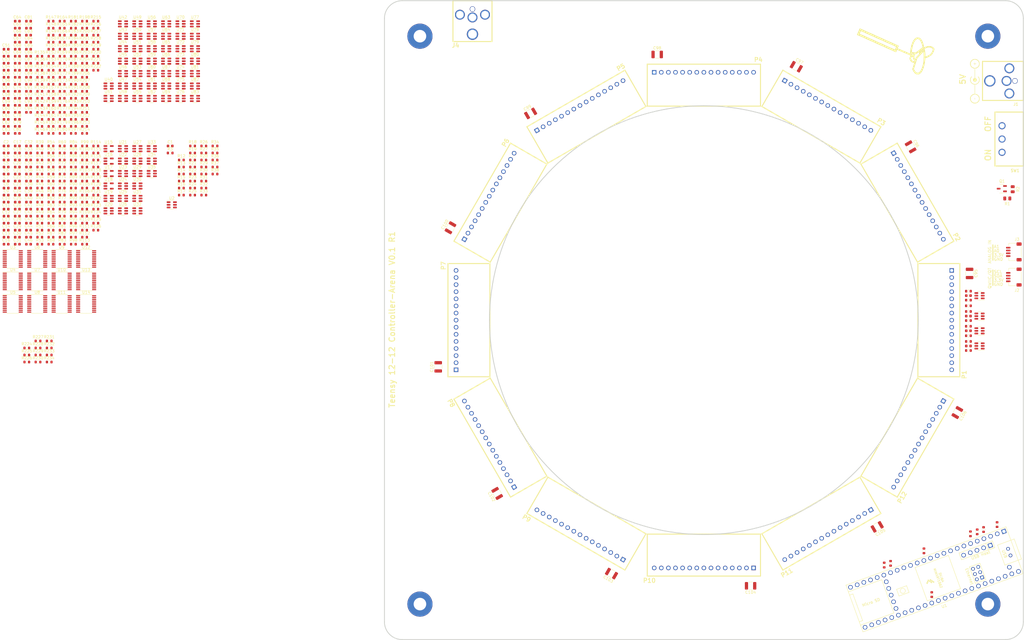
<source format=kicad_pcb>
(kicad_pcb (version 20240108) (generator "pcbnew") (generator_version "8.0")
  (layers (0 "F.Cu" signal) (1 "In1.Cu" power) (2 "In2.Cu" power) (3 "In3.Cu" power) (4 "In4.Cu" power) (31 "B.Cu" signal) (34 "B.Paste" user) (35 "F.Paste" user) (36 "B.SilkS" user "B.Silkscreen") (37 "F.SilkS" user "F.Silkscreen") (38 "B.Mask" user) (39 "F.Mask" user) (44 "Edge.Cuts" user))
  (net 0 "")
  (net 1 "+3.3V")
  (net 2 "+5V")
  (net 3 "/Panel Headers/HDR_CS_04_P1")
  (net 4 "/Power/SW_5V")
  (net 5 "/Teensy/SDA")
  (net 8 "/Teensy/SCL")
  (net 9 "/Teensy/A0")
  (net 11 "/Teensy/A1")
  (net 12 "/Panel Headers/HDR_SCK_0_P1")
  (net 13 "/Panel Headers/HDR_CS_03_P1")
  (net 14 "/Panel Headers/HDR_EXT_INT_P1")
  (net 15 "/Panel Headers/HDR_CS_00_P1")
  (net 16 "/Level Shifters/PAN5V.MISO_0")
  (net 17 "/Panel Headers/HDR_RESET")
  (net 18 "/Panel Headers/HDR_CS_02_P1")
  (net 19 "/Panel Headers/HDR_CS_01_P1")
  (net 20 "/Panel Headers/HDR_MOSI_0_P1")
  (net 21 "/Panel Headers/HDR_EXT_INT_P2")
  (net 22 "/Level Shifters/PAN5V.EXT_INT")
  (net 23 "GND")
  (net 27 "/Panel Headers/HDR_CS_09_P2")
  (net 28 "/Panel Headers/HDR_SCK_0_P2")
  (net 29 "/Panel Headers/HDR_CS_08_P2")
  (net 30 "/Panel Headers/HDR_CS_05_P2")
  (net 43 "/Panel Headers/HDR_MOSI_0_P2")
  (net 44 "/Panel Headers/HDR_CS_07_P2")
  (net 45 "/Panel Headers/HDR_CS_06_P2")
  (net 46 "/Panel Headers/HDR_SCK_0_P3")
  (net 47 "/Panel Headers/HDR_CS_11_P3")
  (net 48 "/Panel Headers/HDR_CS_10_P3")
  (net 49 "/Panel Headers/HDR_MOSI_0_P3")
  (net 50 "/Panel Headers/HDR_EXT_INT_P3")
  (net 51 "/Panel Headers/HDR_CS_13_P3")
  (net 52 "/Panel Headers/HDR_CS_14_P3")
  (net 53 "/Panel Headers/HDR_CS_12_P3")
  (net 54 "/Panel Headers/HDR_CS_19_P4")
  (net 55 "/Panel Headers/HDR_CS_15_P4")
  (net 56 "/Panel Headers/HDR_SCK_0_P4")
  (net 57 "/Panel Headers/HDR_CS_17_P4")
  (net 58 "/Panel Headers/HDR_CS_18_P4")
  (net 59 "/Panel Headers/HDR_MOSI_0_P4")
  (net 60 "/Panel Headers/HDR_EXT_INT_P4")
  (net 61 "/Panel Headers/HDR_CS_16_P4")
  (net 62 "/Panel Headers/HDR_MOSI_0_P5")
  (net 63 "/Panel Headers/HDR_CS_21_P5")
  (net 64 "/Level Shifters/PAN5V.MISO_1")
  (net 83 "/Level Shifters/PAN5V.RESET")
  (net 84 "/Level Shifters/PAN3V.RESET")
  (net 85 "/Level Shifters/PAN3V.SCK_0")
  (net 86 "/Level Shifters/PAN3V.MOSI_0")
  (net 87 "/Level Shifters/PAN3V.MISO_0")
  (net 88 "/Level Shifters/PAN3V.SCK_1")
  (net 89 "/Level Shifters/PAN3V.MOSI_1")
  (net 90 "/Level Shifters/PAN3V.MISO_1")
  (net 91 "/Level Shifters/PAN3V.CS_00")
  (net 92 "/Level Shifters/PAN3V.CS_01")
  (net 93 "/Level Shifters/PAN3V.CS_02")
  (net 94 "/Level Shifters/PAN3V.CS_03")
  (net 95 "/Level Shifters/PAN3V.CS_04")
  (net 96 "/Level Shifters/PAN3V.CS_05")
  (net 97 "/Level Shifters/PAN3V.CS_06")
  (net 98 "/Level Shifters/PAN3V.CS_07")
  (net 99 "/Panel Headers/HDR_EXT_INT_P5")
  (net 100 "/Level Shifters/PAN3V.CS_08")
  (net 101 "/Level Shifters/PAN3V.CS_09")
  (net 102 "/Level Shifters/PAN3V.CS_10")
  (net 103 "/Level Shifters/PAN3V.CS_11")
  (net 104 "/Level Shifters/PAN3V.CS_12")
  (net 105 "/Level Shifters/PAN3V.CS_13")
  (net 106 "/Level Shifters/PAN3V.CS_14")
  (net 107 "/Level Shifters/PAN3V.CS_15")
  (net 108 "/Level Shifters/PAN3V.CS_16")
  (net 109 "/Level Shifters/PAN3V.CS_17")
  (net 110 "/Level Shifters/PAN3V.CS_18")
  (net 111 "/Level Shifters/PAN3V.CS_19")
  (net 112 "/Level Shifters/PAN3V.CS_20")
  (net 113 "/Level Shifters/PAN3V.CS_21")
  (net 114 "/Level Shifters/PAN3V.CS_22")
  (net 115 "/Level Shifters/PAN3V.CS_23")
  (net 116 "/Level Shifters/PAN3V.CS_24")
  (net 117 "/Level Shifters/PAN3V.CS_25")
  (net 118 "/Level Shifters/PAN3V.CS_26")
  (net 119 "/Level Shifters/PAN3V.CS_27")
  (net 120 "/Level Shifters/PAN3V.CS_28")
  (net 121 "/Level Shifters/PAN3V.CS_29")
  (net 122 "/Level Shifters/PAN3V.EXT_INT")
  (net 123 "/Panel Headers/HDR_CS_24_P5")
  (net 124 "/Panel Headers/HDR_SCK_0_P5")
  (net 125 "/Panel Headers/HDR_CS_22_P5")
  (net 126 "/Panel Headers/HDR_CS_23_P5")
  (net 127 "/Panel Headers/HDR_CS_20_P5")
  (net 128 "/Panel Headers/HDR_MOSI_0_P6")
  (net 129 "/Panel Headers/HDR_CS_28_P6")
  (net 130 "/Panel Headers/HDR_SCK_0_P6")
  (net 131 "/Panel Headers/HDR_CS_27_P6")
  (net 132 "/Panel Headers/HDR_CS_25_P6")
  (net 133 "/Panel Headers/HDR_CS_26_P6")
  (net 134 "/Panel Headers/HDR_EXT_INT_P6")
  (net 135 "/Panel Headers/HDR_CS_29_P6")
  (net 136 "/Panel Headers/HDR_EXT_INT_P7")
  (net 137 "/Panel Headers/HDR_CS_00_P7")
  (net 138 "/Panel Headers/HDR_SCK_1_P7")
  (net 139 "/Panel Headers/HDR_CS_01_P7")
  (net 140 "/Panel Headers/HDR_CS_04_P7")
  (net 141 "/Panel Headers/HDR_CS_03_P7")
  (net 142 "/Panel Headers/HDR_CS_02_P7")
  (net 143 "/Panel Headers/HDR_MOSI_1_P7")
  (net 144 "/Panel Headers/HDR_EXT_INT_P8")
  (net 145 "/Panel Headers/HDR_CS_06_P8")
  (net 146 "/Panel Headers/HDR_SCK_1_P8")
  (net 147 "/Panel Headers/HDR_CS_08_P8")
  (net 148 "/Panel Headers/HDR_CS_05_P8")
  (net 149 "/Panel Headers/HDR_CS_07_P8")
  (net 150 "/Panel Headers/HDR_MOSI_1_P8")
  (net 151 "/Panel Headers/HDR_CS_09_P8")
  (net 152 "/Panel Headers/HDR_EXT_INT_P9")
  (net 153 "/Panel Headers/HDR_SCK_1_P9")
  (net 154 "/Panel Headers/HDR_CS_12_P9")
  (net 155 "/Panel Headers/HDR_MOSI_1_P9")
  (net 156 "/Panel Headers/HDR_CS_10_P9")
  (net 157 "/Panel Headers/HDR_CS_13_P9")
  (net 158 "/Panel Headers/HDR_CS_14_P9")
  (net 159 "/Panel Headers/HDR_CS_11_P9")
  (net 160 "/Panel Headers/HDR_CS_19_P10")
  (net 161 "/Panel Headers/HDR_CS_17_P10")
  (net 162 "/Panel Headers/HDR_CS_15_P10")
  (net 163 "/Panel Headers/HDR_EXT_INT_P10")
  (net 164 "/Panel Headers/HDR_MOSI_1_P10")
  (net 165 "/Panel Headers/HDR_CS_16_P10")
  (net 166 "/Panel Headers/HDR_SCK_1_P10")
  (net 167 "/Panel Headers/HDR_CS_18_P10")
  (net 168 "/Panel Headers/HDR_CS_23_P11")
  (net 169 "/Panel Headers/HDR_CS_20_P11")
  (net 170 "/Panel Headers/HDR_SCK_1_P11")
  (net 171 "/Panel Headers/HDR_CS_22_P11")
  (net 172 "/Panel Headers/HDR_CS_24_P11")
  (net 173 "/Panel Headers/HDR_CS_21_P11")
  (net 174 "/Panel Headers/HDR_MOSI_1_P11")
  (net 175 "/Panel Headers/HDR_EXT_INT_P11")
  (net 176 "/Panel Headers/HDR_MOSI_1_P12")
  (net 177 "/Panel Headers/HDR_CS_27_P12")
  (net 178 "/Panel Headers/HDR_SCK_1_P12")
  (net 179 "/Panel Headers/HDR_CS_29_P12")
  (net 180 "/Panel Headers/HDR_CS_26_P12")
  (net 181 "/Panel Headers/HDR_CS_28_P12")
  (net 182 "/Panel Headers/HDR_EXT_INT_P12")
  (net 183 "/Panel Headers/HDR_CS_25_P12")
  (net 184 "Net-(Q1-G)")
  (net 185 "/Teensy/TNY_RESET")
  (net 186 "/Teensy/TNY_SCK_0")
  (net 187 "/Teensy/TNY_MOSI_0")
  (net 188 "/Teensy/TNY_SCK_1")
  (net 189 "/Teensy/TNY_MOSI_1")
  (net 190 "/Teensy/TNY_CS_00")
  (net 191 "/Teensy/TNY_CS_01")
  (net 192 "/Teensy/TNY_CS_02")
  (net 193 "/Teensy/TNY_CS_03")
  (net 194 "/Teensy/TNY_CS_04")
  (net 195 "/Teensy/TNY_CS_05")
  (net 196 "/Teensy/TNY_CS_06")
  (net 197 "/Teensy/TNY_CS_07")
  (net 198 "/Teensy/TNY_CS_08")
  (net 199 "/Teensy/TNY_CS_09")
  (net 200 "/Teensy/TNY_CS_10")
  (net 201 "/Teensy/TNY_CS_11")
  (net 202 "/Teensy/TNY_CS_12")
  (net 203 "/Teensy/TNY_CS_13")
  (net 204 "/Teensy/TNY_CS_14")
  (net 205 "/Teensy/TNY_CS_15")
  (net 206 "/Teensy/TNY_CS_16")
  (net 207 "/Teensy/TNY_CS_17")
  (net 208 "/Teensy/TNY_CS_18")
  (net 209 "/Teensy/TNY_CS_19")
  (net 210 "/Teensy/TNY_CS_20")
  (net 211 "/Teensy/TNY_CS_21")
  (net 212 "/Teensy/TNY_CS_22")
  (net 213 "/Teensy/TNY_CS_23")
  (net 214 "/Teensy/TNY_CS_24")
  (net 215 "/Teensy/TNY_CS_25")
  (net 216 "/Teensy/TNY_CS_26")
  (net 217 "/Teensy/TNY_CS_27")
  (net 218 "/Teensy/TNY_CS_28")
  (net 219 "/Teensy/TNY_CS_29")
  (net 220 "/Teensy/TNY_EXT_INT")
  (net 221 "Net-(U3-B1)")
  (net 222 "/Level Shifters/PAN5V.SCK_0_P1")
  (net 223 "/Level Shifters/PAN5V.SCK_0_P2")
  (net 224 "Net-(U3-B2)")
  (net 225 "Net-(U3-B4)")
  (net 226 "/Level Shifters/PAN5V.SCK_0_P3")
  (net 227 "Net-(U3-B6)")
  (net 228 "/Level Shifters/PAN5V.SCK_0_P4")
  (net 229 "Net-(U3-B7)")
  (net 230 "/Level Shifters/PAN5V.SCK_0_P5")
  (net 231 "Net-(U3-B8)")
  (net 232 "/Level Shifters/PAN5V.SCK_0_P6")
  (net 233 "/Level Shifters/PAN5V.MOSI_0_P1")
  (net 234 "Net-(U4-B1)")
  (net 235 "Net-(U4-B2)")
  (net 236 "/Level Shifters/PAN5V.MOSI_0_P2")
  (net 237 "Net-(U4-B4)")
  (net 238 "/Level Shifters/PAN5V.MOSI_0_P3")
  (net 239 "/Level Shifters/PAN5V.MOSI_0_P4")
  (net 240 "Net-(U4-B6)")
  (net 241 "Net-(U4-B7)")
  (net 242 "/Level Shifters/PAN5V.MOSI_0_P5")
  (net 243 "/Level Shifters/PAN5V.MOSI_0_P6")
  (net 244 "Net-(U4-B8)")
  (net 245 "/Level Shifters/PAN5V.SCK_1_P7")
  (net 246 "Net-(U5-B1)")
  (net 247 "/Level Shifters/PAN5V.SCK_1_P8")
  (net 248 "Net-(U5-B2)")
  (net 249 "Net-(U5-B4)")
  (net 250 "/Level Shifters/PAN5V.SCK_1_P9")
  (net 251 "/Level Shifters/PAN5V.SCK_1_P10")
  (net 252 "Net-(U5-B6)")
  (net 253 "/Level Shifters/PAN5V.SCK_1_P11")
  (net 254 "Net-(U5-B7)")
  (net 255 "/Level Shifters/PAN5V.SCK_1_P12")
  (net 256 "Net-(U5-B8)")
  (net 257 "/Level Shifters/PAN5V.MOSI_1_P7")
  (net 258 "Net-(U6-B1)")
  (net 259 "/Level Shifters/PAN5V.MOSI_1_P8")
  (net 260 "Net-(U6-B2)")
  (net 261 "/Level Shifters/PAN5V.MOSI_1_P9")
  (net 262 "Net-(U6-B4)")
  (net 263 "/Level Shifters/PAN5V.MOSI_1_P10")
  (net 264 "Net-(U6-B6)")
  (net 265 "/Level Shifters/PAN5V.MOSI_1_P11")
  (net 266 "Net-(U6-B7)")
  (net 267 "Net-(U6-B8)")
  (net 268 "/Level Shifters/PAN5V.MOSI_1_P12")
  (net 269 "Net-(U7-B2)")
  (net 270 "/Level Shifters/PAN5V.CS_00_P7")
  (net 271 "/Level Shifters/PAN5V.CS_01_P1")
  (net 272 "Net-(U7-B3)")
  (net 273 "/Level Shifters/PAN5V.CS_01_P7")
  (net 274 "Net-(U7-B4)")
  (net 275 "/Level Shifters/PAN5V.CS_02_P1")
  (net 276 "Net-(U7-B5)")
  (net 277 "Net-(U7-B6)")
  (net 278 "/Level Shifters/PAN5V.CS_02_P7")
  (net 279 "Net-(U7-B7)")
  (net 280 "/Level Shifters/PAN5V.CS_03_P1")
  (net 281 "Net-(U7-B1)")
  (net 282 "/Level Shifters/PAN5V.CS_00_P1")
  (net 283 "Net-(U7-B8)")
  (net 284 "/Level Shifters/PAN5V.CS_03_P7")
  (net 285 "/Level Shifters/PAN5V.CS_04_P1")
  (net 286 "Net-(U8-B1)")
  (net 287 "Net-(U8-B2)")
  (net 288 "/Level Shifters/PAN5V.CS_04_P7")
  (net 289 "Net-(U8-B3)")
  (net 290 "/Level Shifters/PAN5V.CS_05_P2")
  (net 291 "/Level Shifters/PAN5V.CS_05_P8")
  (net 292 "Net-(U8-B4)")
  (net 293 "/Level Shifters/PAN5V.CS_06_P2")
  (net 294 "Net-(U8-B5)")
  (net 295 "Net-(U8-B6)")
  (net 296 "/Level Shifters/PAN5V.CS_06_P8")
  (net 297 "Net-(U8-B7)")
  (net 298 "/Level Shifters/PAN5V.CS_07_P2")
  (net 299 "Net-(U8-B8)")
  (net 300 "/Level Shifters/PAN5V.CS_07_P8")
  (net 301 "/Level Shifters/PAN5V.CS_08_P2")
  (net 302 "Net-(U9-B1)")
  (net 303 "/Level Shifters/PAN5V.CS_08_P8")
  (net 304 "Net-(U9-B2)")
  (net 305 "Net-(U9-B3)")
  (net 306 "/Level Shifters/PAN5V.CS_09_P2")
  (net 307 "/Level Shifters/PAN5V.CS_09_P8")
  (net 308 "Net-(U9-B4)")
  (net 309 "Net-(U9-B5)")
  (net 310 "/Level Shifters/PAN5V.CS_10_P3")
  (net 311 "Net-(U9-B6)")
  (net 312 "/Level Shifters/PAN5V.CS_10_P9")
  (net 313 "Net-(U9-B7)")
  (net 314 "/Level Shifters/PAN5V.CS_11_P3")
  (net 315 "/Level Shifters/PAN5V.CS_11_P9")
  (net 316 "Net-(U9-B8)")
  (net 317 "Net-(U10-B1)")
  (net 318 "/Level Shifters/PAN5V.CS_12_P3")
  (net 319 "Net-(U10-B2)")
  (net 320 "/Level Shifters/PAN5V.CS_12_P9")
  (net 321 "/Level Shifters/PAN5V.CS_13_P3")
  (net 322 "Net-(U10-B3)")
  (net 323 "Net-(U10-B4)")
  (net 324 "/Level Shifters/PAN5V.CS_13_P9")
  (net 325 "/Level Shifters/PAN5V.CS_14_P3")
  (net 326 "Net-(U10-B5)")
  (net 327 "/Level Shifters/PAN5V.CS_14_P9")
  (net 328 "Net-(U10-B6)")
  (net 329 "/Level Shifters/PAN5V.CS_15_P4")
  (net 330 "Net-(U10-B7)")
  (net 331 "Net-(U10-B8)")
  (net 332 "/Level Shifters/PAN5V.CS_15_P10")
  (net 333 "Net-(U11-B1)")
  (net 334 "/Level Shifters/PAN5V.CS_16_P4")
  (net 335 "Net-(U11-B2)")
  (net 336 "/Level Shifters/PAN5V.CS_16_P10")
  (net 337 "Net-(U11-B3)")
  (net 338 "/Level Shifters/PAN5V.CS_17_P4")
  (net 339 "/Level Shifters/PAN5V.CS_17_P10")
  (net 340 "Net-(U11-B4)")
  (net 341 "/Level Shifters/PAN5V.CS_18_P4")
  (net 342 "Net-(U11-B5)")
  (net 343 "/Level Shifters/PAN5V.CS_18_P10")
  (net 344 "Net-(U11-B6)")
  (net 345 "/Level Shifters/PAN5V.CS_19_P4")
  (net 346 "Net-(U11-B7)")
  (net 347 "Net-(U11-B8)")
  (net 348 "/Level Shifters/PAN5V.CS_19_P10")
  (net 349 "Net-(U12-B1)")
  (net 350 "/Level Shifters/PAN5V.CS_20_P5")
  (net 351 "/Level Shifters/PAN5V.CS_20_P11")
  (net 352 "Net-(U12-B2)")
  (net 353 "/Level Shifters/PAN5V.CS_21_P5")
  (net 354 "Net-(U12-B3)")
  (net 355 "Net-(U12-B4)")
  (net 356 "/Level Shifters/PAN5V.CS_21_P11")
  (net 357 "Net-(U12-B5)")
  (net 358 "/Level Shifters/PAN5V.CS_22_P5")
  (net 359 "Net-(U12-B6)")
  (net 360 "/Level Shifters/PAN5V.CS_22_P11")
  (net 361 "Net-(U12-B7)")
  (net 362 "/Level Shifters/PAN5V.CS_23_P5")
  (net 363 "/Level Shifters/PAN5V.CS_23_P11")
  (net 364 "Net-(U12-B8)")
  (net 365 "/Level Shifters/PAN5V.CS_24_P5")
  (net 366 "Net-(U13-B1)")
  (net 367 "Net-(U13-B2)")
  (net 368 "/Level Shifters/PAN5V.CS_24_P11")
  (net 369 "Net-(U13-B3)")
  (net 370 "/Level Shifters/PAN5V.CS_25_P6")
  (net 371 "/Level Shifters/PAN5V.CS_25_P12")
  (net 372 "Net-(U13-B4)")
  (net 373 "Net-(U13-B5)")
  (net 374 "/Level Shifters/PAN5V.CS_26_P6")
  (net 375 "/Level Shifters/PAN5V.CS_26_P12")
  (net 376 "Net-(U13-B6)")
  (net 377 "/Level Shifters/PAN5V.CS_27_P6")
  (net 378 "Net-(U13-B7)")
  (net 379 "/Level Shifters/PAN5V.CS_27_P12")
  (net 380 "Net-(U13-B8)")
  (net 381 "/Level Shifters/PAN5V.CS_28_P6")
  (net 382 "Net-(U14-B1)")
  (net 383 "/Level Shifters/PAN5V.CS_28_P12")
  (net 384 "Net-(U14-B2)")
  (net 385 "Net-(U14-B3)")
  (net 386 "/Level Shifters/PAN5V.CS_29_P6")
  (net 387 "Net-(U14-B4)")
  (net 388 "/Level Shifters/PAN5V.CS_29_P12")
  (net 389 "Net-(U14-B5)")
  (net 390 "Net-(U14-B6)")
  (net 391 "Net-(U14-A7)")
  (net 392 "Net-(U14-A8)")
  (net 393 "Net-(R127-Pad2)")
  (net 394 "Net-(R128-Pad2)")
  (net 395 "Net-(R129-Pad2)")
  (net 396 "Net-(R130-Pad2)")
  (net 397 "Net-(R131-Pad2)")
  (net 398 "Net-(R132-Pad2)")
  (net 399 "Net-(R133-Pad2)")
  (net 400 "Net-(R134-Pad2)")
  (net 401 "Net-(R135-Pad2)")
  (net 402 "Net-(R136-Pad2)")
  (net 403 "Net-(R137-Pad2)")
  (net 404 "Net-(R138-Pad2)")
  (net 405 "Net-(R139-Pad2)")
  (net 406 "Net-(R140-Pad2)")
  (net 407 "Net-(R141-Pad2)")
  (net 408 "Net-(R142-Pad2)")
  (net 409 "Net-(R143-Pad2)")
  (net 410 "Net-(R144-Pad2)")
  (net 411 "Net-(R145-Pad2)")
  (net 412 "Net-(R146-Pad2)")
  (net 413 "Net-(R147-Pad2)")
  (net 414 "Net-(R148-Pad2)")
  (net 415 "Net-(R149-Pad2)")
  (net 416 "Net-(R150-Pad2)")
  (net 417 "Net-(R151-Pad2)")
  (net 418 "Net-(R152-Pad2)")
  (net 419 "Net-(R153-Pad2)")
  (net 420 "Net-(R154-Pad2)")
  (net 421 "Net-(R155-Pad2)")
  (net 422 "Net-(R156-Pad2)")
  (net 423 "Net-(R157-Pad2)")
  (net 424 "Net-(R158-Pad2)")
  (net 425 "Net-(R159-Pad2)")
  (net 426 "Net-(R160-Pad2)")
  (net 427 "Net-(R161-Pad2)")
  (net 428 "Net-(R162-Pad2)")
  (net 429 "Net-(R163-Pad2)")
  (net 430 "Net-(R164-Pad2)")
  (net 431 "Net-(R165-Pad2)")
  (net 432 "Net-(R166-Pad2)")
  (net 433 "Net-(R167-Pad2)")
  (net 434 "Net-(R168-Pad2)")
  (net 435 "Net-(R169-Pad2)")
  (net 436 "Net-(R170-Pad2)")
  (net 437 "Net-(R171-Pad2)")
  (net 438 "Net-(R172-Pad2)")
  (net 439 "Net-(R173-Pad2)")
  (net 440 "Net-(R174-Pad2)")
  (net 441 "Net-(R175-Pad2)")
  (net 442 "Net-(R176-Pad2)")
  (net 443 "Net-(R177-Pad2)")
  (net 444 "Net-(R178-Pad2)")
  (net 445 "Net-(R179-Pad2)")
  (net 446 "Net-(R180-Pad2)")
  (net 447 "Net-(R181-Pad2)")
  (net 448 "Net-(R182-Pad2)")
  (net 449 "Net-(R183-Pad2)")
  (net 450 "Net-(R184-Pad2)")
  (net 451 "Net-(R185-Pad2)")
  (net 452 "Net-(R186-Pad2)")
  (net 453 "Net-(R187-Pad2)")
  (net 454 "Net-(R188-Pad2)")
  (net 455 "Net-(R189-Pad2)")
  (net 456 "Net-(R190-Pad2)")
  (net 457 "Net-(R191-Pad2)")
  (net 458 "Net-(R192-Pad2)")
  (net 459 "Net-(R193-Pad2)")
  (net 460 "Net-(R194-Pad2)")
  (net 461 "Net-(R195-Pad2)")
  (net 462 "Net-(R196-Pad2)")
  (net 463 "Net-(R197-Pad2)")
  (net 464 "Net-(R198-Pad2)")
  (net 465 "Net-(R199-Pad2)")
  (net 466 "Net-(R200-Pad2)")
  (net 467 "Net-(R201-Pad2)")
  (net 468 "Net-(R202-Pad2)")
  (net 469 "Net-(R203-Pad2)")
  (net 470 "Net-(R204-Pad2)")
  (net 471 "Net-(R205-Pad2)")
  (net 472 "Net-(R206-Pad2)")
  (net 473 "Net-(R207-Pad2)")
  (net 474 "Net-(R208-Pad2)")
  (net 475 "Net-(R209-Pad2)")
  (net 476 "Net-(R210-Pad2)")
  (net 477 "Net-(R211-Pad2)")
  (net 478 "Net-(R212-Pad2)")
  (net 479 "Net-(R213-Pad2)")
  (net 480 "Net-(R214-Pad2)")
  (net 481 "Net-(R215-Pad2)")
  (net 482 "Net-(R216-Pad2)")
  (net 483 "Net-(R217-Pad2)")
  (net 484 "Net-(R218-Pad2)")
  (net 485 "Net-(R219-Pad2)")
  (net 486 "Net-(R220-Pad2)")
  (net 487 "Net-(R221-Pad2)")
  (net 488 "Net-(R222-Pad2)")
  (net 493 "/Teensy/TNY_MISO_0")
  (net 504 "/Teensy/TNY_MISO_1")
  (net 512 "Net-(U3-A1)")
  (net 517 "Net-(U4-A1)")
  (net 521 "Net-(U5-A1)")
  (net 526 "Net-(U6-A1)")
  (net 531 "Net-(U7-A7)")
  (net 532 "Net-(U7-A3)")
  (net 533 "Net-(U7-A1)")
  (net 534 "Net-(U7-A5)")
  (net 535 "Net-(U8-A1)")
  (net 536 "Net-(U8-A3)")
  (net 537 "Net-(U8-A7)")
  (net 538 "Net-(U8-A5)")
  (net 539 "Net-(U9-A7)")
  (net 540 "Net-(U9-A3)")
  (net 541 "Net-(U9-A1)")
  (net 542 "Net-(U9-A5)")
  (net 543 "Net-(U10-A1)")
  (net 544 "Net-(U10-A7)")
  (net 545 "Net-(U10-A5)")
  (net 546 "Net-(U10-A3)")
  (net 547 "Net-(U11-A3)")
  (net 548 "Net-(U11-A7)")
  (net 549 "Net-(U11-A5)")
  (net 550 "Net-(U11-A1)")
  (net 551 "Net-(U12-A3)")
  (net 552 "Net-(U12-A5)")
  (net 553 "Net-(U12-A1)")
  (net 554 "Net-(U12-A7)")
  (net 555 "Net-(U13-A1)")
  (net 556 "Net-(U13-A7)")
  (net 557 "Net-(U13-A5)")
  (net 558 "Net-(U13-A3)")
  (net 559 "Net-(U14-A1)")
  (net 560 "Net-(U14-B7)")
  (net 561 "Net-(U14-A5)")
  (net 562 "Net-(U14-A3)")
  (net 563 "Net-(U14-B8)")
  (net 564 "Net-(U14-A6)")
  (net 569 "/Panel Headers/HDR_MISO_0_P1")
  (net 570 "/Panel Headers/HDR_MISO_0_P2")
  (net 571 "/Panel Headers/HDR_MISO_0_P3")
  (net 572 "/Panel Headers/HDR_MISO_0_P4")
  (net 573 "/Panel Headers/HDR_MISO_0_P5")
  (net 574 "/Panel Headers/HDR_MISO_0_P6")
  (net 575 "/Panel Headers/HDR_MISO_1_P7")
  (net 576 "/Panel Headers/HDR_MISO_1_P8")
  (net 577 "/Panel Headers/HDR_MISO_1_P9")
  (net 578 "/Panel Headers/HDR_MISO_1_P10")
  (net 579 "/Panel Headers/HDR_MISO_1_P11")
  (net 580 "/Panel Headers/HDR_MISO_1_P12")
  (footprint "Resistor_SMD:R_0603_1608Metric" (layer "F.Cu") (at -39.7805 70.8162)
    (property "Reference" "R215")
    (property "Value" "68")
  )
  (footprint "Resistor_SMD:R_0603_1608Metric" (layer "F.Cu") (at -55.8205 135.5662)
    (property "Reference" "R62")
    (property "Value" "68")
  )
  (footprint "Resistor_SMD:R_0603_1608Metric" (layer "F.Cu") (at -59.8305 138.0762)
    (property "Reference" "R48")
    (property "Value" "68")
  )
  (footprint "Capacitor_SMD:C_0603_1608Metric" (layer "F.Cu") (at -67.8505 148.1162)
    (property "Reference" "C30")
    (property "Value" "0.1uF")
  )
  (footprint "Package_TO_SOT_SMD:SOT-23-6" (layer "F.Cu") (at 276.4227 169.0472 180)
    (property "Reference" "U36" (hide yes))
    (property "Value" "74LVC2G17" (hide yes))
  )
  (footprint "Resistor_SMD:R_0603_1608Metric" (layer "F.Cu") (at -51.8105 130.5462)
    (property "Reference" "R75")
    (property "Value" "68")
  )
  (footprint "Package_TO_SOT_SMD:SOT-23-6" (layer "F.Cu") (at -19.7505 89.5862)
    (property "Reference" "U60")
    (property "Value" "74LVC2G17")
  )
  (footprint "Resistor_SMD:R_0603_1608Metric" (layer "F.Cu") (at -43.7905 78.3462)
    (property "Reference" "R201")
    (property "Value" "68")
  )
  (footprint "Resistor_SMD:R_0603_1608Metric" (layer "F.Cu") (at -51.8105 93.4062)
    (property "Reference" "R173")
    (property "Value" "68")
  )
  (footprint "Package_TO_SOT_SMD:SOT-23-3" (layer "F.Cu") (at 284.3983 130.7592 180)
    (property "Reference" "Q1")
    (property "Value" "MOSFET_NCHAN" (hide yes))
  )
  (footprint "Capacitor_SMD:C_0603_1608Metric" (layer "F.Cu") (at -67.8505 78.3462)
    (property "Reference" "C67")
    (property "Value" "0.1uF")
  )
  (footprint "Resistor_SMD:R_0603_1608Metric" (layer "F.Cu") (at -51.8105 103.4462)
    (property "Reference" "R177")
    (property "Value" "68")
  )
  (footprint "Resistor_SMD:R_0603_1608Metric" (layer "F.Cu") (at -39.7805 88.3862)
    (property "Reference" "R222")
    (property "Value" "68")
  )
  (footprint "Capacitor_SMD:C_0603_1608Metric" (layer "F.Cu") (at -67.8505 83.3662)
    (property "Reference" "C69")
    (property "Value" "0.1uF")
  )
  (footprint "Package_TO_SOT_SMD:SOT-23-6" (layer "F.Cu") (at -19.7505 116.4562)
    (property "Reference" "U33")
    (property "Value" "74LVC2G17")
  )
  (footprint "Resistor_SMD:R_0603_1608Metric" (layer "F.Cu") (at -43.7905 110.9762)
    (property "Reference" "R214")
    (property "Value" "68")
  )
  (footprint "Package_TO_SOT_SMD:SOT-23-6" (layer "F.Cu") (at -30.0505 85.1362)
    (property "Reference" "U45")
    (property "Value" "74LVC2G17")
  )
  (footprint "Package_TO_SOT_SMD:SOT-23-6" (layer "F.Cu") (at -35.2005 138.7062)
    (property "Reference" "U20")
    (property "Value" "74LVC2G17")
  )
  (footprint "Capacitor_SMD:C_0603_1608Metric" (layer "F.Cu") (at 272.4404 176.337 180)
    (property "Reference" "C48" (hide yes))
    (property "Value" "0.1uF" (hide yes))
  )
  (footprint "Package_TO_SOT_SMD:SOT-23-6" (layer "F.Cu") (at -24.9005 120.9062)
    (property "Reference" "U28")
    (property "Value" "74LVC2G17")
  )
  (footprint "Capacitor_SMD:C_0603_1608Metric" (layer "F.Cu") (at -63.8405 95.9162)
    (property "Reference" "C91")
    (property "Value" "0.1uF")
  )
  (footprint "Resistor_SMD:R_0603_1608Metric" (layer "F.Cu") (at -55.8205 70.8162)
    (property "Reference" "R147")
    (property "Value" "68")
  )
  (footprint "Resistor_SMD:R_0603_1608Metric" (layer "F.Cu") (at 275.59 253.555 90)
    (property "Reference" "R10" (hide yes))
    (property "Value" "68" (hide yes))
  )
  (footprint "Capacitor_SMD:C_0603_1608Metric" (layer "F.Cu") (at -71.8605 123.0162)
    (property "Reference" "C5")
    (property "Value" "0.1uF")
  )
  (footprint "Resistor_SMD:R_0603_1608Metric" (layer "F.Cu") (at -43.7905 105.9562)
    (property "Reference" "R212")
    (property "Value" "68")
  )
  (footprint "Resistor_SMD:R_0603_1608Metric" (layer "F.Cu") (at -43.7905 83.3662)
    (property "Reference" "R203")
    (property "Value" "68")
  )
  (footprint "Package_TO_SOT_SMD:SOT-23-6" (layer "F.Cu") (at -12.6005 136.5362)
    (property "Reference" "U2")
    (property "Value" "74LVC2G17")
  )
  (footprint "Capacitor_SMD:C_1210_3225Metric" (layer "F.Cu") (at 210.8587 87.1206 -30)
    (property "Reference" "C97")
    (property "Value" "100uF")
  )
  (footprint "Resistor_SMD:R_0603_1608Metric" (layer "F.Cu") (at -51.8105 80.8562)
    (property "Reference" "R168")
    (property "Value" "68")
  )
  (footprint "Resistor_SMD:R_0603_1608Metric" (layer "F.Cu") (at -59.8305 93.4062)
    (property "Reference" "R139")
    (property "Value" "68")
  )
  (footprint "Resistor_SMD:R_0603_1608Metric" (layer "F.Cu") (at -47.8005 133.0562)
    (property "Reference" "R91")
    (property "Value" "68")
  )
  (footprint "Resistor_SMD:R_0603_1608Metric" (layer "F.Cu") (at -47.8005 120.5062)
    (property "Reference" "R86")
    (property "Value" "68")
  )
  (footprint "MountingHole:MountingHole_4.5mm_Pad" (layer "F.Cu") (at 76.2 76.2)
    (property "Reference" "H1" (hide yes))
    (property "Value" "MountingHole_Pad" (hide yes))
  )
  (footprint "Resistor_SMD:R_0603_1608Metric" (layer "F.Cu") (at -59.8305 83.3662)
    (property "Reference" "R135")
    (property "Value" "68")
  )
  (footprint "Resistor_SMD:R_0603_1608Metric" (layer "F.Cu") (at -47.8005 90.8962)
    (property "Reference" "R189")
    (property "Value" "68")
  )
  (footprint "Resistor_SMD:R_0603_1608Metric" (layer "F.Cu") (at -56.451 192.786)
    (property "Reference" "R234")
    (property "Value" "68")
  )
  (footprint "Capacitor_SMD:C_0603_1608Metric" (layer "F.Cu") (at -71.8605 105.9562)
    (property "Reference" "C61")
    (property "Value" "0.1uF")
  )
  (footprint "Resistor_SMD:R_0603_1608Metric" (layer "F.Cu") (at -47.8005 70.8162)
    (property "Reference" "R181")
    (property "Value" "68")
  )
  (footprint "arena_custom:DCJACK_2PIN_HIGHCURRENT" (layer "F.Cu") (at 95 63.5028)
    (property "Reference" "J4")
    (property "Value" "Barrel_Jack" (hide yes))
  )
  (footprint "arena_custom:HEADER_TOP" (layer "F.Cu") (at 177.8 266.474 180)
    (property "Reference" "P10")
    (property "Value" "CONN15" (hide yes))
  )
  (footprint "Capacitor_SMD:C_0603_1608Metric" (layer "F.Cu") (at -67.8505 138.0762)
    (property "Reference" "C26")
    (property "Value" "0.1uF")
  )
  (footprint "Package_TO_SOT_SMD:SOT-23-6" (layer "F.Cu") (at -30.0505 98.4862)
    (property "Reference" "U48")
    (property "Value" "74LVC2G17")
  )
  (footprint "Package_SO:TSSOP-20_4.4x6.5mm_P0.65mm" (layer "F.Cu") (at -43.2405 163.9562)
    (property "Reference" "U13")
    (property "Value" "TXB0108PW")
  )
  (footprint "Package_TO_SOT_SMD:SOT-23-6" (layer "F.Cu") (at 276.4227 181.6252 180)
    (property "Reference" "U38" (hide yes))
    (property "Value" "74LVC2G17" (hide yes))
  )
  (footprint "Package_TO_SOT_SMD:SOT-23-6" (layer "F.Cu") (at -4.3005 80.6862)
    (property "Reference" "U79")
    (property "Value" "74LVC2G17")
  )
  (footprint "Resistor_SMD:R_0603_1608Metric" (layer "F.Cu") (at -59.8305 98.4262)
    (property "Reference" "R141")
    (property "Value" "68")
  )
  (footprint "Capacitor_SMD:C_0603_1608Metric" (layer "F.Cu") (at -67.8505 120.5062)
    (property "Reference" "C19")
    (property "Value" "0.1uF")
  )
  (footprint "arena_custom:HEADER_TOP" (layer "F.Cu") (at 254.594 222.137 -120)
    (property "Reference" "P12")
    (property "Value" "CONN15" (hide yes))
  )
  (footprint "Resistor_SMD:R_0603_1608Metric" (layer "F.Cu") (at -55.8205 80.8562)
    (property "Reference" "R151")
    (property "Value" "68")
  )
  (footprint "Capacitor_SMD:C_0603_1608Metric" (layer "F.Cu") (at -63.8405 133.0562)
    (property "Reference" "C39")
    (property "Value" "0.1uF")
  )
  (footprint "Resistor_SMD:R_0603_1608Metric" (layer "F.Cu") (at 277.876 252.73 90)
    (property "Reference" "R9" (hide yes))
    (property "Value" "68" (hide yes))
  )
  (footprint "Resistor_SMD:R_0603_1608Metric" (layer "F.Cu") (at -64.471 192.786)
    (property "Reference" "R226")
    (property "Value" "68")
  )
  (footprint "Resistor_SMD:R_0603_1608Metric" (layer "F.Cu") (at -51.8105 128.0362)
    (property "Reference" "R74")
    (property "Value" "68")
  )
  (footprint "Package_TO_SOT_SMD:SOT-23-6" (layer "F.Cu") (at -19.7505 98.4862)
    (property "Reference" "U62")
    (property "Value" "74LVC2G17")
  )
  (footprint "arena_custom:HEADER_TOP" (layer "F.Cu") (at 89.126 177.8 90)
    (property "Reference" "P7")
    (property "Value" "CONN15" (hide yes))
  )
  (footprint "Resistor_SMD:R_0603_1608Metric" (layer "F.Cu") (at -55.8205 150.6262)
    (property "Reference" "R68")
    (property "Value" "68")
  )
  (footprint "Capacitor_SMD:C_0603_1608Metric" (layer "F.Cu") (at -63.8405 135.5662)
    (property "Reference" "C40")
    (property "Value" "0.1uF")
  )
  (footprint "Resistor_SMD:R_0603_1608Metric" (layer "F.Cu") (at -59.8305 128.0362)
    (property "Reference" "R44")
    (property "Value" "68")
  )
  (footprint "Capacitor_SMD:C_0603_1608Metric" (layer "F.Cu") (at -67.8505 100.9362)
    (property "Reference" "C76")
    (property "Value" "0.1uF")
  )
  (footprint "Capacitor_SMD:C_0603_1608Metric" (layer "F.Cu") (at -67.8505 93.4062)
    (property "Reference" "C73")
    (property "Value" "0.1uF")
  )
  (footprint "Resistor_SMD:R_0603_1608Metric" (layer "F.Cu") (at -43.7905 90.8962)
    (property "Reference" "R206")
    (property "Value" "68")
  )
  (footprint "Resistor_SMD:R_0603_1608Metric" (layer "F.Cu") (at -55.8205 110.9762)
    (property "Reference" "R163")
    (property "Value" "68")
  )
  (footprint "Resistor_SMD:R_0603_1608Metric" (layer "F.Cu") (at -56.451 185.256)
    (property "Reference" "R231")
    (property "Value" "68")
  )
  (footprint "Resistor_SMD:R_0603_1608Metric" (layer "F.Cu") (at 282.702 250.952 90)
    (property "Reference" "R8" (hide yes))
    (property "Value" "68" (hide yes))
  )
  (footprint "Resistor_SMD:R_0603_1608Metric" (layer "F.Cu") (at -51.8105 148.1162)
    (property "Reference" "R82")
    (property "Value" "68")
  )
  (footprint "Resistor_SMD:R_0603_1608Metric" (layer "F.Cu") (at -47.8005 103.4462)
    (property "Reference" "R194")
    (property "Value" "68")
  )
  (footprint "Resistor_SMD:R_0603_1608Metric" (layer "F.Cu") (at -39.7805 140.5862)
    (property "Reference" "R124")
    (property "Value" "68")
  )
  (footprint "Capacitor_SMD:C_0603_1608Metric" (layer "F.Cu") (at -71.8605 115.4862)
    (property "Reference" "C2")
    (property "Value" "0.1uF")
  )
  (footprint "Resistor_SMD:R_0603_1608Metric" (layer "F.Cu") (at -51.8105 117.9962)
    (property "Reference" "R70")
    (property "Value" "68")
  )
  (footprint "Capacitor_SMD:C_1210_3225Metric" (layer "F.Cu") (at 161.09 82.74)
    (property "Reference" "C98")
    (property "Value" "100uF")
  )
  (footprint "Package_TO_SOT_SMD:SOT-23-6" (layer "F.Cu") (at 276.4227 176.3624 180)
    (property "Reference" "U37" (hide yes))
    (property "Value" "74LVC2G17" (hide yes))
  )
  (footprint "Package_TO_SOT_SMD:SOT-23-6" (layer "F.Cu") (at -14.6005 71.7862)
    (property "Reference" "U63")
    (property "Value" "74LVC2G17")
  )
  (footprint "Resistor_SMD:R_0603_1608Metric" (layer "F.Cu") (at -56.451 190.276)
    (property "Reference" "R233")
    (property "Value" "68")
  )
  (footprint "Capacitor_SMD:C_1210_3225Metric" (layer "F.Cu") (at 268.4794 210.8587 -120)
    (property "Reference" "C106")
    (property "Value" "100uF")
  )
  (footprint "Resistor_SMD:R_0603_1608Metric" (layer "F.Cu") (at -59.8305 123.0162)
    (property "Reference" "R42")
    (property "Value" "68")
  )
  (footprint "Package_TO_SOT_SMD:SOT-23-6" (layer "F.Cu") (at -24.9005 71.7862)
    (property "Reference" "U49")
    (property "Value" "74LVC2G17")
  )
  (footprint "Package_TO_SOT_SMD:SOT-23-6" (layer "F.Cu") (at -30.0505 138.7062)
    (property "Reference" "U26")
    (property "Value" "74LVC2G17")
  )
  (footprint "Resistor_SMD:R_0603_1608Metric" (layer "F.Cu") (at -55.8205 83.3662)
    (property "Reference" "R152")
    (property "Value" "68")
  )
  (footprint "Capacitor_SMD:C_0603_1608Metric" (layer "F.Cu") (at -63.8405 100.9362)
    (property "Reference" "C93")
    (property "Value" "0.1uF")
  )
  (footprint "Package_TO_SOT_SMD:SOT-23-6" (layer "F.Cu") (at -9.4505 71.7862)
    (property "Reference" "U70")
    (property "Value" "74LVC2G17")
  )
  (footprint "Resistor_SMD:R_0603_1608Metric" (layer "F.Cu") (at -47.8005 78.3462)
    (property "Reference" "R184")
    (property "Value" "68")
  )
  (footprint "Resistor_SMD:R_0603_1608Metric" (layer "F.Cu") (at -59.8305 143.0962)
    (property "Reference" "R50")
    (property "Value" "68")
  )
  (footprint "arena_custom:slide_switch" (layer "F.Cu") (at 287.02 113.0027 90)
    (property "Reference" "SW1")
    (property "Value" "SW_SPDT" (hide yes))
  )
  (footprint "Package_TO_SOT_SMD:SOT-23-6" (layer "F.Cu") (at -9.4505 98.4862)
    (property "Reference" "U76")
    (property "Value" "74LVC2G17")
  )
  (footprint "Package_TO_SOT_SMD:SOT-23-6" (layer "F.Cu") (at -19.7505 71.7862)
    (property "Reference" "U56")
    (property "Value" "74LVC2G17")
  )
  (footprint "Resistor_SMD:R_0603_1608Metric" (layer "F.Cu") (at 272.4526 185.42)
    (property "Reference" "R133" (hide yes))
    (property "Value" "68" (hide yes))
  )
  (footprint "Package_TO_SOT_SMD:SOT-23-6" (layer "F.Cu") (at -24.9005 89.5862)
    (property "Reference" "U53")
    (property "Value" "74LVC2G17")
  )
  (footprint "Resistor_SMD:R_0603_1608Metric" (layer "F.Cu") (at -51.8105 88.3862)
    (property "Reference" "R171")
    (property "Value" "68")
  )
  (footprint "Resistor_SMD:R_0603_1608Metric" (layer "F.Cu") (at -43.7905 135.5662)
    (property "Reference" "R107")
    (property "Value" "68")
  )
  (footprint "Resistor_SMD:R_0603_1608Metric" (layer "F.Cu") (at -39.7805 73.3262)
    (property "Reference" "R216")
    (property "Value" "68")
  )
  (footprint "Resistor_SMD:R_0603_1608Metric" (layer "F.Cu") (at 272.4526 167.4368)
    (property "Reference" "R127" (hide yes))
    (property "Value" "68" (hide yes))
  )
  (footprint "Resistor_SMD:R_0603_1608Metric" (layer "F.Cu") (at -55.8205 105.9562)
    (property "Reference" "R161")
    (property "Value" "68")
  )
  (footprint "Resistor_SMD:R_0603_1608Metric" (layer "F.Cu") (at -59.8305 85.8762)
    (property "Reference" "R136")
    (property "Value" "68")
  )
  (footprint "Package_SO:TSSOP-20_4.4x6.5mm_P0.65mm" (layer "F.Cu") (at -60.7405 155.9062)
    (property "Reference" "U6")
    (property "Value" "TXB0108PW")
  )
  (footprint "Resistor_SMD:R_0603_1608Metric" (layer "F.Cu") (at -51.8105 143.0962)
    (property "Reference" "R80")
    (property "Value" "68")
  )
  (footprint "Resistor_SMD:R_0603_1608Metric" (layer "F.Cu") (at -47.8005 100.9362)
    (property "Reference" "R193")
    (property "Value" "68")
  )
  (footprint "Capacitor_SMD:C_0603_1608Metric" (layer "F.Cu") (at -71.8605 103.4462)
    (property "Reference" "C60")
    (property "Value" "0.1uF")
  )
  (footprint "Resistor_SMD:R_0603_1608Metric" (layer "F.Cu") (at -51.8105 108.4662)
    (property "Reference" "R179")
    (property "Value" "68")
  )
  (footprint "Resistor_SMD:R_0603_1608Metric" (layer "F.Cu") (at -59.8305 125.5262)
    (property "Reference" "R43")
    (property "Value" "68")
  )
  (footprint "Package_SO:TSSOP-20_4.4x6.5mm_P0.65mm" (layer "F.Cu") (at -51.9905 163.9562)
    (property "Reference" "U10")
    (property "Value" "TXB0108PW")
  )
  (footprint "Resistor_SMD:R_0603_1608Metric" (layer "F.Cu") (at -59.8305 105.9562)
    (property "Reference" "R144")
    (property "Value" "68")
  )
  (footprint "Capacitor_SMD:C_0603_1608Metric" (layer "F.Cu") (at 272.4534 187.0456 180)
    (property "Reference" "C50" (hide yes))
    (property "Value" "0.1uF" (hide yes))
  )
  (footprint "Resistor_SMD:R_0603_1608Metric" (layer "F.Cu") (at -55.8205 103.4462)
    (property "Reference" "R160")
    (property "Value" "68")
  )
  (footprint "Resistor_SMD:R_0603_1608Metric" (layer "F.Cu") (at -60.461 192.786)
    (property "Reference" "R230")
    (property "Value" "68")
  )
  (footprint "Resistor_SMD:R_0603_1608Metric" (layer "F.Cu") (at -47.8005 95.9162)
    (property "Reference" "R191")
    (property "Value" "68")
  )
  (footprint "Capacitor_SMD:C_0603_1608Metric" (layer "F.Cu") (at -67.8505 135.5662)
    (property "Reference" "C25")
    (property "Value" "0.1uF")
  )
  (footprint "Resistor_SMD:R_0603_1608Metric" (layer "F.Cu") (at -43.7905 103.4462)
    (property "Reference" "R211")
    (property "Value" "68")
  )
  (footprint "Resistor_SMD:R_0603_1608Metric" (layer "F.Cu") (at -47.8005 130.5462)
    (property "Reference" "R90")
    (property "Value" "68")
  )
  (footprint "Capacitor_SMD:C_0603_1608Metric" (layer "F.Cu") (at -71.8605 148.1162)
    (property "Reference" "C15")
    (property "Value" "0.1uF")
  )
  (footprint "Capacitor_SMD:C_1210_3225Metric" (layer "F.Cu") (at 103.8306 239.8013 120)
    (property "Reference" "C102")
    (property "Value" "100uF")
  )
  (footprint "arena_custom:HEADER_TOP" (layer "F.Cu") (at 133.463 254.594 150)
    (property "Reference" "P9")
    (property "Value" "CONN15" (hide yes))
  )
  (footprint "Resistor_SMD:R_0603_1608Metric" (layer "F.Cu") (at -59.8305 103.4462)
    (property "Reference" "R143")
    (property "Value" "68")
  )
  (footprint "Resistor_SMD:R_0603_1608Metric" (layer "F.Cu") (at -47.8005 135.5662)
    (property "Reference" "R92")
    (property "Value" "68")
  )
  (footprint "Resistor_SMD:R_0603_1608Metric" (layer "F.Cu") (at 2.8695 120.5062)
    (property "Reference" "R36")
    (property "Value" "68")
  )
  (footprint "Capacitor_SMD:C_0603_1608Metric" (layer "F.Cu") (at -63.8405 150.6262)
    (property "Reference" "C46")
    (property "Value" "0.1uF")
  )
  (footprint "Resistor_SMD:R_0603_1608Metric" (layer "F.Cu") (at -43.7905 75.8362)
    (property "Reference" "R200")
    (property "Value" "68")
  )
  (footprint "Resistor_SMD:R_0603_1608Metric" (layer "F.Cu") (at -55.8205 120.5062)
    (property "Reference" "R56")
    (property "Value" "68")
  )
  (footprint "arena_custom:HEADER_TOP" (layer "F.Cu") (at 222.137 254.594 -150)
    (property "Reference" "P11")
    (property "Value" "CONN15" (hide yes))
  )
  (footprint "Capacitor_SMD:C_0603_1608Metric" (layer "F.Cu") (at -71.8605 95.9162)
    (property "Reference" "C57")
    (property "Value" "0.1uF")
  )
  (footprint "Capacitor_SMD:C_0603_1608Metric" (layer "F.Cu") (at -63.8405 78.3462)
    (property "Reference" "C84")
    (property "Value" "0.1uF")
  )
  (footprint "Resistor_SMD:R_0603_1608Metric" (layer "F.Cu") (at -39.7805 138.0762)
    (property "Reference" "R123")
    (property "Value" "68")
  )
  (footprint "Resistor_SMD:R_0603_1608Metric" (layer "F.Cu") (at -1.1405 123.0162)
    (property "Reference" "R29")
    (property "Value" "68")
  )
  (footprint "Capacitor_SMD:C_0603_1608Metric" (layer "F.Cu") (at -71.8605 88.3862)
    (property "Reference" "C54")
    (property "Value" "0.1uF")
  )
  (footprint "Resistor_SMD:R_0603_1608Metric" (layer "F.Cu") (at -47.8005 110.9762)
    (property "Reference" "R197")
    (property "Value" "68")
  )
  (footprint "Resistor_SMD:R_0603_1608Metric" (layer "F.Cu") (at -59.8305 95.9162)
    (property "Reference" "R140")
    (property "Value" "68")
  )
  (footprint "arena_custom:JST_SH_SM04B-SRSS-TB_1x04-1MP_P1.00mm_Horizontal" (layer "F.Cu") (at 288.701 153.379 90)
    (property "Reference" "J3")
    (property "Value" "Conn_01x04" (hide yes))
  )
  (footprint "Resistor_SMD:R_0603_1608Metric" (layer "F.Cu") (at -43.7905 143.0962)
    (property "Reference" "R110")
    (property "Value" "68")
  )
  (footprint "Resistor_SMD:R_0603_1608Metric" (layer "F.Cu") (at 272.4526 183.388)
    (property "Reference" "R132" (hide yes))
    (property "Value" "68" (hide yes))
  )
  (footprint "Resistor_SMD:R_0603_1608Metric" (layer "F.Cu") (at -59.8305 140.5862)
    (property "Reference" "R49")
    (property "Value" "68")
  )
  (footprint "Resistor_SMD:R_0603_1608Metric" (layer "F.Cu") (at -51.8105 135.5662)
    (property "Reference" "R77")
    (property "Value" "68")
  )
  (footprint "Capacitor_SMD:C_0603_1608Metric" (layer "F.Cu") (at -67.8505 70.8162)
    (property "Reference" "C64")
    (property "Value" "0.1uF")
  )
  (footprint "Capacitor_SMD:C_0603_1608Metric" (layer "F.Cu") (at -63.8405 103.4462)
    (property "Reference" "C94")
    (property "Value" "0.1uF")
  )
  (footprint "Capacitor_SMD:C_0603_1608Metric" (layer "F.Cu") (at 272.4534 169.032 180)
    (property "Reference" "C47" (hide yes))
    (property "Value" "0.1uF" (hide yes))
  )
  (footprint "Capacitor_SMD:C_0603_1608Metric" (layer "F.Cu") (at -63.8405 120.5062)
    (property "Reference" "C34")
    (property "Value" "0.1uF")
  )
  (footprint "Resistor_SMD:R_0603_1608Metric" (layer "F.Cu") (at -59.8305 108.4662)
    (property "Reference" "R145")
    (property "Value" "68")
  )
  (footprint "Package_TO_SOT_SMD:SOT-23-6" (layer "F.Cu") (at -14.6005 98.4862)
    (property "Reference" "U69")
    (property "Value" "74LVC2G17")
  )
  (footprint "Package_SO:TSSOP-20_4.4x6.5mm_P0.65mm" (layer "F.Cu") (at -69.4905 155.9062)
    (property "Reference" "U3")
    (property "Value" "TXB0108PW")
  )
  (footprint "Resistor_SMD:R_0603_1608Metric" (layer "F.Cu") (at -55.8205 90.8962)
    (property "Reference" "R155")
    (property "Value" "68")
  )
  (footprint "Resistor_SMD:R_0603_1608Metric" (layer "F.Cu") (at -39.7805 75.8362)
    (property "Reference" "R217")
    (property "Value" "68")
  )
  (footprint "Capacitor_SMD:C_0603_1608Metric" (layer "F.Cu") (at -71.8605 138.0762)
    (property "Reference" "C11")
    (property "Value" "0.1uF")
  )
  (footprint "Capacitor_SMD:C_0603_1608Metric" (layer "F.Cu") (at -67.8505 117.9962)
    (property "Reference" "C18")
    (property "Value" "0.1uF")
  )
  (footprint "Resistor_SMD:R_0603_1608Metric" (layer "F.Cu") (at -43.7905 100.9362)
    (property "Reference" "R210")
    (property "Value" "68")
  )
  (footprint "Resistor_SMD:R_0603_1608Metric" (layer "F.Cu") (at 272.4526 172.6692)
    (property "Reference" "R223" (hide yes))
    (property "Value" "68" (hide yes))
  )
  (footprint "Package_TO_SOT_SMD:SOT-23-6" (layer "F.Cu") (at -24.9005 125.3562)
    (property "Reference" "U29")
    (property "Value" "74LVC2G17")
  )
  (footprint "Capacitor_SMD:C_0603_1608Metric" (layer "F.Cu") (at -63.8405 90.8962)
    (property "Reference" "C89")
    (property "Value" "0.1uF")
  )
  (footprint "Resistor_SMD:R_0603_1608Metric" (layer "F.Cu") (at -59.8305 117.9962)
    (property "Reference" "R40")
    (property "Value" "68")
  )
  (footprint "Capacitor_SMD:C_0603_1608Metric" (layer "F.Cu") (at -67.8505 90.8962)
    (property "Reference" "C72")
    (property "Value" "0.1uF")
  )
  (footprint "Package_TO_SOT_SMD:SOT-23-6" (layer "F.Cu") (at -4.3005 85.1362)
    (property "Reference" "U80")
    (property "Value" "74LVC2G17")
  )
  (footprint "Capacitor_SMD:C_0603_1608Metric" (layer "F.Cu") (at -63.8405 88.3862)
    (property "Reference" "C88")
    (property "Value" "0.1uF")
  )
  (footprint "Capacitor_SMD:C_0603_1608Metric" (layer "F.Cu") (at -67.8505 123.0162)
    (property "Reference" "C20")
    (property "Value" "0.1uF")
  )
  (footprint "Resistor_SMD:R_0603_1608Metric" (layer "F.Cu") (at -1.1405 130.5462)
    (property "Reference" "R32")
    (property "Value" "68")
  )
  (footprint "Capacitor_SMD:C_0603_1608Metric" (layer "F.Cu") (at -67.8505 145.6062)
    (property "Reference" "C29")
    (property "Value" "0.1uF")
  )
  (footprint "Resistor_SMD:R_0603_1608Metric" (layer "F.Cu") (at -51.8105 115.4862)
    (property "Reference" "R69")
    (property "Value" "68")
  )
  (footprint "Package_TO_SOT_SMD:SOT-23-6" (layer "F.Cu") (at -24.9005 129.8062)
    (property "Reference" "U30")
    (property "Value" "74LVC2G17")
  )
  (footprint "Capacitor_SMD:C_0603_1608Metric" (layer "F.Cu") (at -67.8505 133.0562)
    (property "Reference" "C24")
    (property "Value" "0.1uF")
  )
  (footprint "Resistor_SMD:R_0603_1608Metric" (layer "F.Cu") (at -9.1605 128.0362)
    (property "Reference" "R15")
    (property "Value" "68")
  )
  (footprint "Resistor_SMD:R_0603_1608Metric" (layer "F.Cu") (at -5.1505 128.0362)
    (property "Reference" "R23")
    (property "Value" "68")
  )
  (footprint "Resistor_SMD:R_0603_1608Metric" (layer "F.Cu") (at -47.8005 85.8762)
    (property "Reference" "R187")
    (property "Value" "68")
  )
  (footprint "Resistor_SMD:R_0603_1608Metric" (layer "F.Cu") (at 259.334 276 90)
    (property "Reference" "R4" (hide yes))
    (property "Value" "68" (hide yes))
  )
  (footprint "Resistor_SMD:R_0603_1608Metric" (layer "F.Cu") (at -43.7905 117.9962)
    (property "Reference" "R100")
    (property "Value" "68")
  )
  (footprint "Resistor_SMD:R_0603_1608Metric" (layer "F.Cu") (at -60.461 187.766)
    (property "Reference" "R228")
    (property "Value" "68")
  )
  (footprint "Resistor_SMD:R_0603_1608Metric" (layer "F.Cu") (at -43.7905 138.0762)
    (property "Reference" "R108")
    (property "Value" "68")
  )
  (footprint "Resistor_SMD:R_0603_1608Metric" (layer "F.Cu") (at -47.8005 143.0962)
    (property "Reference" "R95")
    (property "Value" "68")
  )
  (footprint "Resistor_SMD:R_0603_1608Metric" (layer "F.Cu") (at -39.7805 135.5662)
    (property "Reference" "R122")
    (property "Value" "68")
  )
  (footprint "Capacitor_SMD:C_0603_1608Metric" (layer "F.Cu") (at -63.8405 73.3262)
    (property "Reference" "C82")
    (property "Value" "0.1uF")
  )
  (footprint "Capacitor_SMD:C_0603_1608Metric" (layer "F.Cu") (at -67.8505 125.5262)
    (property "Reference" "C21")
    (property "Value" "0.1uF")
  )
  (footprint "Resistor_SMD:R_0603_1608Metric" (layer "F.Cu") (at -59.8305 90.8962)
    (property "Reference" "R138")
    (property "Value" "68")
  )
  (footprint "Capacitor_SMD:C_0603_1608Metric" (layer "F.Cu") (at -63.8405 138.0762)
    (property "Reference" "C41")
    (property "Value" "0.1uF")
  )
  (footprint "Resistor_SMD:R_0603_1608Metric" (layer "F.Cu") (at -47.8005 115.4862)
    (property "Reference" "R84")
    (property "Value" "68")
  )
  (footprint "Capacitor_SMD:C_0603_1608Metric" (layer "F.Cu") (at -67.8505 75.8362)
    (property "Reference" "C66")
    (property "Value" "0.1uF")
  )
  (footprint "Resistor_SMD:R_0603_1608Metric" (layer "F.Cu") (at 242.316 265.43 90)
    (property "Reference" "R6" (hide yes))
    (property "Value" "68" (hide yes))
  )
  (footprint "Capacitor_SMD:C_0603_1608Metric" (layer "F.Cu") (at -71.8605 110.9762)
    (property "Reference" "C63")
    (property "Value" "0.1uF")
  )
  (footprint "Resistor_SMD:R_0603_1608Metric" (layer "F.Cu") (at -47.8005 73.3262)
    (property "Reference" "R182")
    (property "Value" "68")
  )
  (footprint "Resistor_SMD:R_0603_1608Metric" (layer "F.Cu") (at -43.7905 145.6062)
    (property "Reference" "R111")
    (property "Value" "68")
  )
  (footprint "Resistor_SMD:R_0603_1608Metric" (layer "F.Cu") (at -59.8305 150.6262)
    (property "Reference" "R53")
    (property "Value" "68")
  )
  (footprint "Resistor_SMD:R_0603_1608Metric" (layer "F.Cu") (at -51.8105 83.3662)
    (property "Reference" "R169")
    (property "Value" "68")
  )
  (footprint "Resistor_SMD:R_0603_1608Metric" (layer "F.Cu") (at -51.8105 75.8362)
    (property "Reference" "R166")
    (property "Value" "68")
  )
  (footprint "Capacitor_SMD:C_0603_1608Metric" (layer "F.Cu") (at -71.8605 90.8962)
    (property "Reference" "C55")
    (property "Value" "0.1uF")
  )
  (footprint "Resistor_SMD:R_0603_1608Metric" (layer "F.Cu") (at -55.8205 138.0762)
    (property "Reference" "R63")
    (property "Value" "68")
  )
  (footprint "Resistor_SMD:R_0603_1608Metric" (layer "F.Cu") (at -64.471 187.766)
    (property "Reference" "R224")
    (property "Value" "68")
  )
  (footprint "Package_TO_SOT_SMD:SOT-23-6" (layer "F.Cu") (at -24.9005 134.2562)
    (property "Reference" "U31")
    (property "Value" "74LVC2G17")
  )
  (footprint "Resistor_SMD:R_0603_1608Metric" (layer "F.Cu") (at -43.7905 125.5262)
    (property "Reference" "R103")
    (property "Value" "68")
  )
  (footprint "Resistor_SMD:R_0603_1608Metric" (layer "F.Cu") (at -39.7805 125.5262)
    (property "Reference" "R118")
    (property "Value" "68")
  )
  (footprint "Resistor_SMD:R_0603_1608Metric" (layer "F.Cu") (at -55.8205 130.5462)
    (property "Reference" "R60")
    (property "Value" "68")
  )
  (footprint "Package_TO_SOT_SMD:SOT-23-6" (layer "F.Cu") (at -30.0505 134.2562)
    (property "Reference" "U25")
    (property "Value" "74LVC2G17")
  )
  (footprint "Capacitor_SMD:C_0603_1608Metric" (layer "F.Cu") (at -63.8405 128.0362)
    (property "Reference" "C37")
    (property "Value" "0.1uF")
  )
  (footprint "Resistor_SMD:R_0603_1608Metric" (layer "F.Cu") (at 272.4526 170.6372)
    (property "Reference" "R128" (hide yes))
    (property "Value" "68" (hide yes))
  )
  (footprint "Resistor_SMD:R_0603_1608Metric" (layer "F.Cu") (at -51.8105 123.0162)
    (property "Reference" "R72")
    (property "Value" "68")
  )
  (footprint "Resistor_SMD:R_0603_1608Metric" (layer "F.Cu") (at -5.1505 125.5262)
    (property "Reference" "R22")
    (property "Value" "68")
  )
  (footprint "Resistor_SMD:R_0603_1608Metric" (layer "F.Cu") (at -47.8005 148.1162)
    (property "Reference" "R97")
    (property "Value" "68")
  )
  (footprint "Capacitor_SMD:C_0603_1608Metric" (layer "F.Cu") (at -67.8505 85.8762)
    (property "Reference" "C70")
    (property "Value" "0.1uF")
  )
  (footprint "Resistor_SMD:R_0603_1608Metric" (layer "F.Cu") (at -47.8005 128.0362)
    (property "Reference" "R89")
    (property "Value" "68")
  )
  (footprint "Resistor_SMD:R_0603_1608Metric" (layer "F.Cu") (at -39.7805 120.5062)
    (property "Reference" "R116")
    (property "Value" "68")
  )
  (footprint "MountingHole:MountingHole_4.5mm_Pad" (layer "F.Cu") (at 279.4 279.4)
    (property "Reference" "H3" (hide yes))
    (property "Value" "MountingHole_Pad" (hide yes))
  )
  (footprint "Package_TO_SOT_SMD:SOT-23-6" (layer "F.Cu") (at -4.3005 71.7862)
    (property "Reference" "U77")
    (property "Value" "74LVC2G17")
  )
  (footprint "Resistor_SMD:R_0603_1608Metric" (layer "F.Cu") (at -39.7805 117.9962)
    (property "Reference" "R115")
    (property "Value" "68")
  )
  (footprint "Capacitor_SMD:C_0603_1608Metric" (layer "F.Cu") (at -63.8405 75.8362)
    (property "Reference" "C83")
    (property "Value" "0.1uF")
  )
  (footprint "Resistor_SMD:R_0603_1608Metric" (layer "F.Cu") (at 2.8695 125.5262)
    (property "Reference" "R38")
    (property "Value" "68")
  )
  (footprint "MountingHole:MountingHole_4.5mm_Pad" (layer "F.Cu") (at 76.2 279.4)
    (property "Reference" "H4" (hide yes))
    (property "Value" "MountingHole_Pad" (hide yes))
  )
  (footprint "Capacitor_SMD:C_0603_1608Metric" (layer "F.Cu") (at -63.8405 83.3662)
    (property "Reference" "C86")
    (property "Value" "0.1uF")
  )
  (footprint "Package_TO_SOT_SMD:SOT-23-5" (layer "F.Cu") (at -35.2005 125.3562)
    (property "Reference" "U17")
    (property "Value" "74LVC1G17")
  )
  (footprint "Package_TO_SOT_SMD:SOT-23-5" (layer "F.Cu") (at -35.2005 120.9062)
    (property "Reference" "U16")
    (property "Value" "74LVC1G17")
  )
  (footprint "Capacitor_SMD:C_0603_1608Metric" (layer "F.Cu") (at -13.1705 115.4862)
    (property "Reference" "C1")
    (property "Value" "0.1uF")
  )
  (footprint "Package_TO_SOT_SMD:SOT-23-6" (layer "F.Cu") (at -35.2005 98.4862)
    (property "Reference" "U41")
    (property "Value" "74LVC2G17")
  )
  (footprint "Resistor_SMD:R_0603_1608Metric" (layer "F.Cu") (at -5.1505 115.4862)
    (property "Reference" "R18")
    (property "Value" "68")
  )
  (footprint "Resistor_SMD:R_0603_1608Metric" (layer "F.Cu") (at -47.8005 125.5262)
    (property "Reference" "R88")
    (property "Value" "68")
  )
  (footprint "Package_TO_SOT_SMD:SOT-23-6" (layer "F.Cu") (at -24.9005 138.7062)
    (property "Reference" "U32")
    (property "Value" "74LVC2G17")
  )
  (footprint "Resistor_SMD:R_0603_1608Metric" (layer "F.Cu") (at -9.1605 120.5062)
    (property "Reference" "R12")
    (property "Value" "68")
  )
  (footprint "Package_TO_SOT_SMD:SOT-23-6" (layer "F.Cu") (at -30.0505 89.5862)
    (property "Reference" "U46")
    (property "Value" "74LVC2G17")
  )
  (footprint "Package_TO_SOT_SMD:SOT-23-6" (layer "F.Cu") (at -19.7505 80.6862)
    (property "Reference" "U58")
    (property "Value" "74LVC2G17")
  )
  (footprint "arena_custom:DCJACK_2PIN_HIGHCURRENT" (layer "F.Cu") (at 292.1 92.202 -90)
    (property "Reference" "J1")
    (property "Value" "Barrel_Jack" (hide yes))
  )
  (footprint "Resistor_SMD:R_0603_1608Metric" (layer "F.Cu") (at -5.1505 133.0562)
    (property "Reference" "R25")
    (property "Value" "68")
  )
  (footprint "Capacitor_SMD:C_0603_1608Metric" (layer "F.Cu") (at -63.8405 125.5262)
    (property "Reference" "C36")
    (property "Value" "0.1uF")
  )
  (footprint "Resistor_SMD:R_0603_1608Metric" (layer "F.Cu") (at -47.8005 108.4662)
    (property "Reference" "R196")
    (property "Value" "68")
  )
  (footprint "Resistor_SMD:R_0603_1608Metric" (layer "F.Cu") (at -51.8105 125.5262)
    (property "Reference" "R73")
    (property "Value" "68")
  )
  (footprint "Capacitor_SMD:C_0603_1608Metric" (layer "F.Cu") (at -71.8605 143.0962)
    (property "Reference" "C13")
    (property "Value" "0.1uF")
  )
  (footprint "Resistor_SMD:R_0603_1608Metric" (layer "F.Cu") (at -55.8205 125.5262)
    (property "Reference" "R58")
    (property "Value" "68")
  )
  (footprint "Capacitor_SMD:C_0603_1608Metric" (layer "F.Cu") (at 272.4404 181.61 180)
    (property "Reference" "C49" (hide yes))
    (property "Value" "0.1uF" (hide yes))
  )
  (footprint "Package_TO_SOT_SMD:SOT-23-6" (layer "F.Cu") (at -19.7505 125.3562)
    (property "Reference" "U35")
    (property "Value" "74LVC2G17")
  )
  (footprint "Resistor_SMD:R_0603_1608Metric" (layer "F.Cu") (at -47.8005 123.0162)
    (property "Reference" "R87")
    (property "Value" "68")
  )
  (footprint "Resistor_SMD:R_0603_1608Metric" (layer "F.Cu") (at -39.7805 145.6062)
    (property "Reference" "R126")
    (property "Value" "68")
  )
  (footprint "Resistor_SMD:R_0603_1608Metric" (layer "F.Cu") (at -59.8305 110.9762)
    (property "Reference" "R146")
    (property "Value" "68")
  )
  (footprint "Resistor_SMD:R_0603_1608Metric" (layer "F.Cu") (at -43.7905 98.4262)
    (property "Reference" "R209")
    (property "Value" "68")
  )
  (footprint "Resistor_SMD:R_0603_1608Metric" (layer "F.Cu") (at -51.8105 120.5062)
    (property "Reference" "R71")
    (property "Value" "68")
  )
  (footprint "Package_TO_SOT_SMD:SOT-23-6" (layer "F.Cu") (at -19.7505 94.0362)
    (property "Reference" "U61")
    (property "Value" "74LVC2G17")
  )
  (footprint "Capacitor_SMD:C_1210_3225Metric" (layer "F.Cu") (at 115.7987 103.8306 30)
    (property "Reference" "C99")
    (property "Value" "100uF")
  )
  (footprint "Capacitor_SMD:C_0603_1608Metric" (layer "F.Cu") (at -67.8505 143.0962)
    (property "Reference" "C28")
    (property "Value" "0.1uF")
  )
  (footprint "Resistor_SMD:R_0603_1608Metric" (layer "F.Cu") (at -43.7905 128.0362)
    (property "Reference" "R104")
    (property "Value" "68")
  )
  (footprint "arena_custom:HEADER_TOP" (layer "F.Cu") (at 133.463 101.006 30)
    (property "Reference" "P5")
    (property "Value" "CONN15" (hide yes))
  )
  (footprint "Package_TO_SOT_SMD:SOT-23-6" (layer "F.Cu") (at -14.6005 80.6862)
    (property "Reference" "U65")
    (property "Value" "74LVC2G17")
  )
  (footprint "Resistor_SMD:R_0603_1608Metric" (layer "F.Cu") (at -13.1705 117.9962)
    (property "Reference" "R3")
    (property "Value" "68")
  )
  (footprint "Capacitor_SMD:C_1210_3225Metric" (layer "F.Cu") (at 239.8013 251.7694 -150)
    (property "Reference" "C105")
    (property "Value" "100uF")
  )
  (footprint "Capacitor_SMD:C_0603_1608Metric" (layer "F.Cu") (at -71.8605 150.6262)
    (property "Reference" "C16")
    (property "Value" "0.1uF")
  )
  (footprint "Capacitor_SMD:C_0603_1608Metric" (layer "F.Cu") (at -71.8605 80.8562)
    (property "Reference" "C51")
    (property "Value" "0.1uF")
  )
  (footprint "Resistor_SMD:R_0603_1608Metric" (layer "F.Cu") (at -59.8305 130.5462)
    (property "Reference" "R45")
    (property "Value" "68")
  )
  (footprint "Package_TO_SOT_SMD:SOT-23-6" (layer "F.Cu") (at -9.4505 89.5862)
    (property "Reference" "U74")
    (property "Value" "74LVC2G17")
  )
  (footprint "Capacitor_SMD:C_0603_1608Metric" (layer "F.Cu") (at -67.8505 128.0362)
    (property "Reference" "C22")
    (property "Value" "0.1uF")
  )
  (footprint "Package_TO_SOT_SMD:SOT-23-6" (layer "F.Cu") (at -24.9005 116.4562)
    (property "Reference" "U27")
    (property "Value" "74LVC2G17")
  )
  (footprint "Package_SO:TSSOP-20_4.4x6.5mm_P0.65mm" (layer "F.Cu") (at -43.2405 172.0062)
    (property "Reference" "U14")
    (property "Value" "TXB0108PW")
  )
  (footprint "Resistor_SMD:R_0603_1608Metric" (layer "F.Cu") (at -55.8205 98.4262)
    (property "Reference" "R158")
    (property "Value" "68")
  )
  (footprint "Resistor_SMD:R_0603_1608Metric" (layer "F.Cu") (at -47.8005 88.3862)
    (property "Reference" "R188")
    (property "Value" "68")
  )
  (footprint "Capacitor_SMD:C_0603_1608Metric" (layer "F.Cu") (at -63.8405 93.4062)
    (property "Reference" "C90")
    (property "Value" "0.1uF")
  )
  (footprint "Resistor_SMD:R_0603_1608Metric" (layer "F.Cu") (at -5.1505 123.0162)
    (property "Reference" "R21")
    (property "Value" "68")
  )
  (footprint "Capacitor_SMD:C_0603_1608Metric" (layer "F.Cu") (at -67.8505 98.4262)
    (property "Reference" "C75")
    (property "Value" "0.1uF")
  )
  (footprint "Resistor_SMD:R_0603_1608Metric" (layer "F.Cu") (at -51.8105 95.9162)
    (property "Reference" "R174")
    (property "Value" "68")
  )
  (footprint "Resistor_SMD:R_0603_1608Metric" (layer "F.Cu") (at -43.7905 73.3262)
    (property "Reference" "R199")
    (property "Value" "68")
  )
  (footprint "Capacitor_SMD:C_0603_1608Metric" (layer "F.Cu") (at -71.8605 85.8762)
    (property "Reference" "C53")
    (property "Value" "0.1uF")
  )
  (footprint "Package_TO_SOT_SMD:SOT-23-6" (layer "F.Cu") (at -30.0505 129.8062)
    (property "Reference" "U24")
    (property "Value" "74LVC2G17")
  )
  (footprint "arena_custom:HEADER_TOP" (layer "F.Cu") (at 177.8 89.126)
    (property "Reference" "P4")
    (property "Value" "CONN15" (hide yes))
  )
  (footprint "Resistor_SMD:R_0805_2012Metric" (layer "F.Cu") (at 286.3615 134.2625)
    (property "Reference" "R1")
    (property "Value" "200" (hide yes))
  )
  (footprint "Resistor_SMD:R_0603_1608Metric" (layer "F.Cu") (at -47.8005 105.9562)
    (property "Reference" "R195")
    (property "Value" "68")
  )
  (footprint "Capacitor_SMD:C_0603_1608Metric" (layer "F.Cu") (at -63.8405 148.1162)
    (property "Reference" "C45")
    (property "Value" "0.1uF")
  )
  (footprint "Resistor_SMD:R_0603_1608Metric" (layer "F.Cu") (at -1.1405 120.5062)
    (property "Reference" "R28")
    (property "Value" "68")
  )
  (footprint "Resistor_SMD:R_0603_1608Metric" (layer "F.Cu") (at -59.8305 145.6062)
    (property "Reference" "R51")
    (property "Value" "68")
  )
  (footprint "Capacitor_SMD:C_0603_1608Metric" (layer "F.Cu") (at -63.8405 80.8562)
    (property "Reference" "C85")
    (property "Value" "0.1uF")
  )
  (footprint "Resistor_SMD:R_0603_1608Metric" (layer "F.Cu") (at -51.8105 98.4262)
    (property "Reference" "R175")
    (property "Value" "68")
  )
  (footprint "Resistor_SMD:R_0603_1608Metric" (layer "F.Cu") (at -43.7905 88.3862)
    (property "Reference" "R205")
    (property "Value" "68")
  )
  (footprint "Resistor_SMD:R_0603_1608Metric" (layer "F.Cu") (at -55.8205 140.5862)
    (property "Reference" "R64")
    (property "Value" "68")
  )
  (footprint "Capacitor_SMD:C_0603_1608Metric" (layer "F.Cu") (at -71.8605 120.5062)
    (property "Reference" "C4")
    (property "Value" "0.1uF")
  )
  (footprint "Resistor_SMD:R_0603_1608Metric" (layer "F.Cu") (at -51.8105 140.5862)
    (property "Reference" "R79")
    (property "Value" "68")
  )
  (footprint "Resistor_SMD:R_0603_1608Metric" (layer "F.Cu") (at -59.8305 135.5662)
    (property "Reference" "R47")
    (property "Value" "68")
  )
  (footprint "Resistor_SMD:R_0603_1608Metric" (layer "F.Cu") (at -39.7805 85.8762)
    (property "Reference" "R221")
    (property "Value" "68")
  )
  (footprint "Package_TO_SOT_SMD:SOT-23-6" (layer "F.Cu") (at -4.3005 89.5862)
    (property "Reference" "U81")
    (property "Value" "74LVC2G17")
  )
  (footprint "Resistor_SMD:R_0603_1608Metric" (layer "F.Cu") (at -51.8105 78.3462)
    (property "Reference" "R167")
    (property "Value" "68")
  )
  (footprint "Capacitor_SMD:C_0603_1608Metric" (layer "F.Cu") (at -71.8605 145.6062)
    (property "Reference" "C14")
    (property "Value" "0.1uF")
  )
  (footprint "Package_TO_SOT_SMD:SOT-23-6" (layer "F.Cu") (at -19.7505 76.2362)
    (property "Reference" "U57")
    (property "Value" "74LVC2G17")
  )
  (footprint "Resistor_SMD:R_0603_1608Metric" (layer "F.Cu") (at 272.4526 177.9524)
    (property "Reference" "R130" (hide yes))
    (property "Value" "68" (hide yes))
  )
  (footprint "Resistor_SMD:R_0603_1608Metric" (layer "F.Cu") (at -9.1605 123.0162)
    (property "Reference" "R13")
    (property "Value" "68")
  )
  (footprint "Resistor_SMD:R_0603_1608Metric" (layer "F.Cu") (at -56.451 187.766)
    (property "Reference" "R232")
    (property "Value" "68")
  )
  (footprint "Package_TO_SOT_SMD:SOT-23-6" (layer "F.Cu") (at 276.4227 187.0304 180)
    (property "Reference" "U39" (hide yes))
    (property "Value" "74LVC2G17" (hide yes))
  )
  (footprint "Package_TO_SOT_SMD:SOT-23-6" (layer "F.Cu") (at -9.4505 94.0362)
    (property "Reference" "U75")
    (property "Value" "74LVC2G17")
  )
  (footprint "Package_TO_SOT_SMD:SOT-23-6" (layer "F.Cu") (at -30.0505 80.6862)
    (property "Reference" "U44")
    (property "Value" "74LVC2G17")
  )
  (footprint "Resistor_SMD:R_0603_1608Metric" (layer "F.Cu") (at -55.8205 123.0162)
    (property "Reference" "R57")
    (property "Value" "68")
  )
  (footprint "Resistor_SMD:R_0603_1608Metric" (layer "F.Cu") (at -43.7905 133.0562)
    (property "Reference" "R106")
    (property "Value" "68")
  )
  (footprint "Package_TO_SOT_SMD:SOT-23-6" (layer "F.Cu") (at -19.7505 85.1362)
    (property "Reference" "U59")
    (property "Value" "74LVC2G17")
  )
  (footprint "Capacitor_SMD:C_0603_1608Metric" (layer "F.Cu") (at -71.8605 108.4662)
    (property "Reference" "C62")
    (property "Value" "0.1uF")
  )
  (footprint "Capacitor_SMD:C_1210_3225Metric" (layer "F.Cu") (at 272.86 161.09 -90)
    (property "Reference" "C95")
    (property "Value" "100uF")
  )
  (footprint "Capacitor_SMD:C_1210_3225Metric" (layer "F.Cu") (at 251.7694 115.7987 -60)
    (property "Reference" "C96")
    (property "Value" "100uF")
  )
  (footprint "teensy:Teensy41" (layer "F.Cu") (at 260.3104 270.5454 -160)
    (property "Reference" "U1")
    (property "Value" "Teensy4.1")
  )
  (footprint "Package_SO:TSSOP-20_4.4x6.5mm_P0.65mm" (layer "F.Cu") (at -69.4905 163.9562)
    (property "Reference" "U4")
    (property "Value" "TXB0108PW")
  )
  (footprint "Package_TO_SOT_SMD:SOT-23-6" (layer "F.Cu") (at -30.0505 94.0362)
    (property "Reference" "U47")
    (property "Value" "74LVC2G17")
  )
  (footprint "arena_custom:HEADER_TOP" (layer "F.Cu") (at 266.474 177.8 -90)
    (property "Reference" "P1")
    (property "Value" "CONN15" (hide yes))
  )
  (footprint "Resistor_SMD:R_0603_1608Metric" (layer "F.Cu") (at -55.8205 145.6062)
    (property "Reference" "R66")
    (property "Value" "68")
  )
  (footprint "Package_TO_SOT_SMD:SOT-23-6" (layer "F.Cu") (at -4.3005 98.4862)
    (property "Reference" "U83")
    (property "Value" "74LVC2G17")
  )
  (footprint "Resistor_SMD:R_0603_1608Metric" (layer "F.Cu") (at -1.1405 115.4862)
    (property "Reference" "R26")
    (property "Value" "68")
  )
  (footprint "Package_TO_SOT_SMD:SOT-23-6" (layer "F.Cu") (at -14.6005 94.0362)
    (property "Reference" "U68")
    (property "Value" "74LVC2G17")
  )
  (footprint "Package_TO_SOT_SMD:SOT-23-6" (layer "F.Cu") (at -4.3005 76.2362)
    (property "Reference" "U78")
    (property "Value" "74LVC2G17")
  )
  (footprint "Resistor_SMD:R_0603_1608Metric" (layer "F.Cu") (at -43.7905 70.8162)
    (property "Reference" "R198")
    (property "Value" "68")
  )
  (footprint "Resistor_SMD:R_0603_1608Metric" (layer "F.Cu") (at 244.602 264.825 90)
    (property "Reference" "R7" (hide yes))
    (property "Value" "68" (hide yes))
  )
  (footprint "Capacitor_SMD:C_0603_1608Metric" (layer "F.Cu") (at -63.8405 115.4862)
    (property "Reference" "C32")
    (property "Value" "0.1uF")
  )
  (footprint "Resistor_SMD:R_0603_1608Metric" (layer "F.Cu") (at -47.8005 83.3662)
    (property "Reference" "R186")
    (property "Value" "68")
  )
  (footprint "Package_SO:TSSOP-20_4.4x6.5mm_P0.65mm" (layer "F.Cu") (at -60.7405 163.9562)
    (property "Reference" "U7")
    (property "Value" "TXB0108PW")
  )
  (footprint "Resistor_SMD:R_0603_1608Metric" (layer "F.Cu") (at -1.1405 117.9962)
    (property "Reference" "R27")
    (property "Value" "68")
  )
  (footprint "Capacitor_SMD:C_0603_1608Metric" (layer "F.Cu") (at -67.8505 115.4862)
    (property "Reference" "C17")
    (property "Value" "0.1uF")
  )
  (footprint "Resistor_SMD:R_0603_1608Metric" (layer "F.Cu") (at -9.1605 125.5262)
    (property "Reference" "R14")
    (property "Value" "68")
  )
  (footprint "Resistor_SMD:R_0603_1608Metric" (layer "F.Cu") (at -55.8205 128.0362)
    (property "Reference" "R59")
    (property "Value" "68")
  )
  (footprint "Capacitor_SMD:C_0603_1608Metric" (layer "F.Cu") (at -63.8405 98.4262)
    (property "Reference" "C92")
    (property "Value" "0.1uF")
  )
  (footprint "Resistor_SMD:R_0603_1608Metric" (layer "F.Cu") (at 272.4526 174.7012)
    (property "Reference" "R129" (hide yes))
    (property "Value" "68" (hide yes))
  )
  (footprint "arena_custom:HEADER_TOP" (layer "F.Cu") (at 101.006 133.463 60)
    (property "Reference" "P6")
    (property "Value" "CONN15" (hide yes))
  )
  (footprint "Resistor_SMD:R_0603_1608Metric" (layer "F.Cu") (at -55.8205 133.0562)
    (property "Reference" "R61")
    (property "Value" "68")
  )
  (footprint "Resistor_SMD:R_0603_1608Metric" (layer "F.Cu") (at 2.8695 123.0162)
    (property "Reference" "R37")
    (property "Value" "68")
  )
  (footprint "Resistor_SMD:R_0603_1608Metric" (layer "F.Cu") (at -47.8005 138.0762)
    (property "Reference" "R93")
    (property "Value" "68")
  )
  (footprint "Resistor_SMD:R_0603_1608Metric" (layer "F.Cu") (at -51.8105 138.0762)
    (property "Reference" "R78")
    (property "Value" "68")
  )
  (footprint "Resistor_SMD:R_0603_1608Metric" (layer "F.Cu") (at -43.7905 120.5062)
    (property "Reference" "R101")
    (property "Value" "68")
  )
  (footprint "Capacitor_SMD:C_0603_1608Metric" (layer "F.Cu") (at -63.8405 140.5862)
    (property "Reference" "C42")
    (property "Value" "0.1uF")
  )
  (footprint "Resistor_SMD:R_0603_1608Metric" (layer "F.Cu") (at -51.8105 73.3262)
    (property "Reference" "R165")
    (property "Value" "68")
  )
  (footprint "Resistor_SMD:R_0603_1608Metric" (layer "F.Cu") (at -43.7905 108.4662)
    (property "Reference" "R213")
    (property "Value" "68")
  )
  (footprint "Capacitor_SMD:C_0603_1608Metric" (layer "F.Cu") (at -63.8405 123.0162)
    (property "Reference" "C35")
    (property "Value" "0.1uF")
  )
  (footprint "Package_TO_SOT_SMD:SOT-23-6" (layer "F.Cu") (at -30.0505 125.3562)
    (property "Reference" "U23")
    (property "Value" "74LVC2G17")
  )
  (footprint "Resistor_SMD:R_0603_1608Metric" (layer "F.Cu") (at -47.8005 93.4062)
    (property "Reference" "R190")
    (property "Value" "68")
  )
  (footprint "Package_TO_SOT_SMD:SOT-23-6" (layer "F.Cu") (at -24.9005 76.2362)
    (property "Reference" "U50")
    (property "Value" "74LVC2G17")
  )
  (footprint "Resistor_SMD:R_0603_1608Metric" (layer "F.Cu") (at -51.8105 90.8962)
    (property "Reference" "R172")
    (property "Value" "68")
  )
  (footprint "Resistor_SMD:R_0603_1608Metric" (layer "F.Cu") (at -51.8105 133.0562)
    (property "Reference" "R76")
    (property "Value" "68")
  )
  (footprint "Resistor_SMD:R_0603_1608Metric" (layer "F.Cu") (at -1.1405 133.0562)
    (property "Reference" "R33")
    (property "Value" "68")
  )
  (footprint "Capacitor_SMD:C_0603_1608Metric" (layer "F.Cu") (at -71.8605 125.5262)
    (property "Reference" "C6")
    (property "Value" "0.1uF")
  )
  (footprint "Capacitor_SMD:C_0603_1608Metric" (layer "F.Cu") (at -67.8505 110.9762)
    (property "Reference" "C80")
    (property "Value" "0.1uF")
  )
  (footprint "Capacitor_SMD:C_0603_1608Metric" (layer "F.Cu") (at -67.8505 105.9562)
    (property "Reference" "C78")
    (property "Value" "0.1uF")
  )
  (footprint "arena_custom:HEADER_TOP" (layer "F.Cu") (at 101.006 222.137 120)
    (property "Reference" "P8")
    (property "Value" "CONN15" (hide yes))
  )
  (footprint "Resistor_SMD:R_0603_1608Metric" (layer "F.Cu") (at -47.8005 145.6062)
    (property "Reference" "R96")
    (property "Value" "68")
  )
  (footprint "Resistor_SMD:R_0603_1608Metric" (layer "F.Cu") (at -39.7805 115.4862)
    (property "Reference" "R114")
    (property "Value" "68")
  )
  (footprint "Package_TO_SOT_SMD:SOT-23-6" (layer "F.Cu") (at -35.2005 134.2562)
    (property "Reference" "U19")
    (property "Value" "74LVC2G17")
  )
  (footprint "Resistor_SMD:R_0603_1608Metric" (layer "F.Cu") (at -51.8105 150.6262)
    (property "Reference" "R83")
    (property "Value" "68")
  )
  (footprint "Capacitor_SMD:C_0603_1608Metric" (layer "F.Cu") (at -71.8605 98.4262)
    (property "Reference" "C58")
    (property "Value" "0.1uF")
  )
  (footprint "Package_TO_SOT_SMD:SOT-23-6" (layer "F.Cu") (at -9.4505 85.1362)
    (property "Reference" "U73")
    (property "Value" "74LVC2G17")
  )
  (footprint "Resistor_SMD:R_0603_1608Metric" (layer "F.Cu") (at -47.8005 150.6262)
    (property "Reference" "R98")
    (property "Value" "68")
  )
  (footprint "Resistor_SMD:R_0603_1608Metric" (layer "F.Cu") (at -43.7905 115.4862)
    (property "Reference" "R99")
    (property "Value" "68")
  )
  (footprint "Resistor_SMD:R_0603_1608Metric" (layer "F.Cu") (at -55.8205 148.1162)
    (property "Reference" "R67")
    (property "Value" "68")
  )
  (footprint "Resistor_SMD:R_0603_1608Metric" (layer "F.Cu") (at -39.7805 128.0362)
    (property "Reference" "R119")
    (property "Value" "68")
  )
  (footprint "Capacitor_SMD:C_0603_1608Metric" (layer "F.Cu") (at -63.8405 70.8162)
    (property "Reference" "C81")
    (property "Value" "0.1uF")
  )
  (footprint "Resistor_SMD:R_0603_1608Metric" (layer "F.Cu") (at -1.1405 125.5262)
    (property "Reference" "R30")
    (property "Value" "68")
  )
  (footprint "Package_SO:TSSOP-20_4.4x6.5mm_P0.65mm" (layer "F.Cu") (at -43.2405 155.9062)
    (property "Reference" "U12")
    (property "Value" "TXB0108PW")
  )
  (footprint "MountingHole:MountingHole_4.5mm_Pad" (layer "F.Cu") (at 279.4 76.2)
    (property "Reference" "H2" (hide yes))
    (property "Value" "MountingHole_Pad" (hide yes))
  )
  (footprint "Resistor_SMD:R_0603_1608Metric" (layer "F.Cu") (at -9.1605 130.5462)
    (property "Reference" "R16")
    (property "Value" "68")
  )
  (footprint "Resistor_SMD:R_0603_1608Metric" (layer "F.Cu") (at -60.461 190.276)
    (property "Reference" "R229")
    (property "Value" "68")
  )
  (footprint "Resistor_SMD:R_0603_1608Metric" (layer "F.Cu") (at -43.7905 80.8562)
    (property "Reference" "R202")
    (property "Value" "68")
  )
  (footprint "Resistor_SMD:R_0603_1608Metric" (layer "F.Cu") (at -59.8305 120.5062)
    (property "Reference" "R41")
    (property "Value" "68")
  )
  (footprint "Package_TO_SOT_SMD:SOT-23-6" (layer "F.Cu") (at -9.4505 80.6862)
    (property "Reference" "U72")
    (property "Value" "74LVC2G17")
  )
  (footprint "Resistor_SMD:R_0603_1608Metric" (layer "F.Cu") (at -55.8205 75.8362)
    (property "Reference" "R149")
    (property "Value" "68")
  )
  (footprint "Resistor_SMD:R_0603_1608Metric" (layer "F.Cu") (at -5.1505 117.9962)
    (property "Reference" "R19")
    (property "Value" "68")
  )
  (footprint "Resistor_SMD:R_0603_1608Metric" (layer "F.Cu") (at 2.8695 117.9962)
    (property "Reference" "R35")
    (property "Value" "68")
  )
  (footprint "Resistor_SMD:R_0603_1608Metric" (layer "F.Cu") (at -39.7805 133.0562)
    (property "Reference" "R121")
    (property "Value" "68")
  )
  (footprint "Capacitor_SMD:C_0603_1608Metric" (layer "F.Cu") (at -63.8405 143.0962)
    (property "Reference" "C43")
    (property "Value" "0.1uF")
  )
  (footprint "Resistor_SMD:R_0603_1608Metric" (layer "F.Cu") (at -43.7905 140.5862)
    (property "Reference" "R109")
    (property "Value" "68")
  )
  (footprint "Resistor_SMD:R_0603_1608Metric" (layer "F.Cu") (at -60.461 185.256)
    (property "Reference" "R227")
    (property "Value" "68")
  )
  (footprint "Package_TO_SOT_SMD:SOT-23-6" (layer "F.Cu") (at -14.6005 76.2362)
    (property "Reference" "U64")
    (property "Value" "74LVC2G17")
  )
  (footprint "Resistor_SMD:R_0603_1608Metric" (layer "F.Cu") (at -55.8205 93.4062)
    (property "Reference" "R156")
    (property "Value" "68")
  )
  (footprint "Package_TO_SOT_SMD:SOT-23-6" (layer "F.Cu") (at -30.0505 71.7862)
    (property "Reference" "U42")
    (property "Value" "74LVC2G17")
  )
  (footprint "Resistor_SMD:R_0603_1608Metric" (layer "F.Cu") (at -43.7905 123.0162)
    (property "Reference" "R102")
    (property "Value" "68")
  )
  (footprint "Resistor_SMD:R_0603_1608Metric" (layer "F.Cu") (at 2.8695 115.4862)
    (property "Reference" "R34")
    (property "Value" "68")
  )
  (footprint "Resistor_SMD:R_0603_1608Metric" (layer "F.Cu") (at -9.1605 133.0562)
    (property "Reference" "R17")
    (property "Value" "68")
  )
  (footprint "Capacitor_SMD:C_0603_1608Metric" (layer "F.Cu") (at -67.8505 140.5862)
    (property "Reference" "C27")
    (property "Value" "0.1uF")
  )
  (footprint "Package_TO_SOT_SMD:SOT-23-6" (layer "F.Cu") (at -30.0505 76.2362)
    (property "Reference" "U43")
    (property "Value" "74LVC2G17")
  )
  (footprint "Resistor_SMD:R_0603_1608Metric" (layer "F.Cu") (at -5.1505 120.5062)
    (property "Reference" "R20")
    (property "Value" "68")
  )
  (footprint "Package_TO_SOT_SMD:SOT-23-5" (layer "F.Cu") (at -35.2005 116.4562)
    (property "Reference" "U15")
    (property "Value" "74LVC1G17")
  )
  (footprint "Resistor_SMD:R_0603_1608Metric" (layer "F.Cu") (at 273.177 254.254 90)
    (property "Reference" "R11" (hide yes))
    (property "Value" "68" (hide yes))
  )
  (footprint "Resistor_SMD:R_0603_1608Metric" (layer "F.Cu") (at -51.8105 85.8762)
    (property "Reference" "R170")
    (property "Value" "68")
  )
  (footprint "Resistor_SMD:R_0603_1608Metric" (layer "F.Cu") (at -47.8005 98.4262)
    (property "Reference" "R192")
    (property "Value" "68")
  )
  (footprint "Resistor_SMD:R_0603_1608Metric" (layer "F.Cu") (at -39.7805 130.5462)
    (property "Reference" "R120")
    (property "Value" "68")
  )
  (footprint "Resistor_SMD:R_0603_1608Metric" (layer "F.Cu") (at -55.8205 143.0962)
    (property "Reference" "R65")
    (property "Value" "68")
  )
  (footprint "Package_TO_SOT_SMD:SOT-23-6" (layer "F.Cu") (at -14.6005 85.1362)
    (property "Reference" "U66")
    (property "Value" "74LVC2G17")
  )
  (footprint "Capacitor_SMD:C_0603_1608Metric" (layer "F.Cu") (at -67.8505 130.5462)
    (property "Reference" "C23")
    (property "Value" "0.1uF")
  )
  (footprint "Package_TO_SOT_SMD:SOT-23-6" (layer "F.Cu") (at -24.9005 98.4862)
    (property "Reference" "U55")
    (property "Value" "74LVC2G17")
  )
  (footprint "Resistor_SMD:R_0603_1608Metric" (layer "F.Cu") (at -39.7805 143.0962)
    (property "Reference" "R125")
    (property "Value" "68")
  )
  (footprint "Package_TO_SOT_SMD:SOT-23-6" (layer "F.Cu") (at -9.4505 76.2362)
    (property "Reference" "U71")
    (property "Value" "74LVC2G17")
  )
  (footprint "Resistor_SMD:R_0603_1608Metric" (layer "F.Cu") (at -43.7905 150.6262)
    (property "Reference" "R113")
    (property "Value" "68")
  )
  (footprint "Capacitor_SMD:C_0603_1608Metric" (layer "F.Cu") (at -71.8605 117.9962)
    (property "Reference" "C3")
    (property "Value" "0.1uF")
  )
  (footprint "Resistor_SMD:R_0603_1608Metric" (layer "F.Cu") (at 256.54 260.35 90)
    (property "Reference" "R5" (hide yes))
    (property "Value" "68" (hide yes))
  )
  (footprint "Capacitor_SMD:C_0603_1608Metric" (layer "F.Cu") (at -71.8605 133.0562)
    (property "Reference" "C9")
    (property "Value" "0.1uF")
  )
  (footprint "Capacitor_SMD:C_0603_1608Metric" (layer "F.Cu") (at -71.8605 100.9362)
    (property "Reference" "C59")
    (property "Value" "0.1uF")
  )
  (footprint "Resistor_SMD:R_0603_1608Metric" (layer "F.Cu") (at -5.1505 130.5462)
    (property "Reference" "R24")
    (property "Value" "68")
  )
  (footprint "Resistor_SMD:R_0603_1608Metric" (layer "F.Cu") (at -51.8105 145.6062)
    (property "Reference" "R81")
    (property "Value" "68")
  )
  (footprint "Resistor_SMD:R_0603_1608Metric" (layer "F.Cu") (at -43.7905 148.1162)
    (property "Reference" "R112")
    (property "Value" "68")
  )
  (footprint "Resistor_SMD:R_0603_1608Metric" (layer "F.Cu") (at -59.8305 100.9362)
    (property "Reference" "R142")
    (property "Value" "68")
  )
  (footprint "Resistor_SMD:R_0603_1608Metric" (layer "F.Cu") (at -47.8005 140.5862)
    (property "Reference" "R94")
    (property "Value" "68")
  )
  (footprint "Capacitor_SMD:C_1210_3225Metric" (layer "F.Cu") (at 87.1206 144.7413 60)
    (property "Reference" "C100")
    (property "Value" "100uF")
  )
  (footprint "Capacitor_SMD:C_0603_1608Metric" (layer "F.Cu") (at -67.8505 88.3862)
    (property "Reference" "C71")
    (property "Value" "0.1uF")
  )
  (footprint "Resistor_SMD:R_0603_1608Metric" (layer "F.Cu") (at -43.7905 85.8762)
    (property "Reference" "R204")
    (property "Value" "68")
  )
  (footprint "Capacitor_SMD:C_0603_1608Metric" (layer "F.Cu") (at -67.8505 80.8562)
    (property "Reference" "C68")
    (property "Value" "0.1uF")
  )
  (footprint "Capacitor_SMD:C_0603_1608Metric" (layer "F.Cu") (at -71.8605 135.5662)
    (property "Reference" "C10")
    (property "Value" "0.1uF")
  )
  (footprint "Resistor_SMD:R_0603_1608Metric" (layer "F.Cu") (at -64.471 190.276)
    (property "Reference" "R225")
    (property "Value" "68")
  )
  (footprint "Resistor_SMD:R_0603_1608Metric" (layer "F.Cu") (at -55.8205 88.3862)
    (property "Reference" "R154")
    (property "Value" "68")
  )
  (footprint "Capacitor_SMD:C_0603_1608Metric" (layer "F.Cu") (at -67.8505 103.4462)
    (property "Reference" "C77")
    (property "Value" "0.1uF")
  )
  (footprint "Resistor_SMD:R_0603_1608Metric" (layer "F.Cu") (at -51.8105 100.9362)
    (property "Reference" "R176")
    (property "Value" "68")
  )
  (footprint "Resistor_SMD:R_0603_1608Metric" (layer "F.Cu") (at 272.4526 188.6712)
    (property "Reference" "R134" (hide yes))
    (property "Value" "68" (hide yes))
  )
  (footprint "Package_TO_SOT_SMD:SOT-23-6" (layer "F.Cu") (at -24.9005 80.6862)
    (property "Reference" "U51")
    (property "Value" "74LVC2G17")
  )
  (footprint "Capacitor_SMD:C_0603_1608Metric" (layer "F.Cu") (at -63.8405 85.8762)
    (property "Reference" "C87")
    (property "Value" "0.1uF")
  )
  (footprint "Capacitor_SMD:C_0603_1608Metric" (layer "F.Cu") (at -71.8605 130.5462)
    (property "Reference" "C8")
    (property "Value" "0.1uF")
  )
  (footprint "Resistor_SMD:R_0603_1608Metric" (layer "F.Cu") (at -51.8105 105.9562)
    (property "Reference" "R178")
    (property "Value" "68")
  )
  (footprint "Package_TO_SOT_SMD:SOT-23-6" (layer "F.Cu") (at -14.6005 89.5862)
    (property "Reference" "U67")
    (property "Value" "74LVC2G17")
  )
  (footprint "Package_SO:TSSOP-20_4.4x6.5mm_P0.65mm" (layer "F.Cu") (at -60.7405 172.0062)
    (property "Reference" "U8")
    (property "Value" "TXB0108PW")
  )
  (footprint "Resistor_SMD:R_0603_1608Metric" (layer "F.Cu") (at -39.7805 78.3462)
    (property "Reference" "R218")
    (property "Value" "68")
  )
  (footprint "Package_TO_SOT_SMD:SOT-23-6" (layer "F.Cu") (at -30.0505 120.9062)
    (property "Reference" "U22")
    (property "Value" "74LVC2G17")
  )
  (footprint "Capacitor_SMD:C_0603_1608Metric" (layer "F.Cu") (at -63.8405 130.5462)
    (property "Reference" "C38")
    (property "Value" "0.1uF")
  )
  (footprint "Resistor_SMD:R_0603_1608Metric" (layer "F.Cu") (at -47.8005 80.8562)
    (property "Reference" "R185")
    (property "Value" "68")
  )
  (footprint "Resistor_SMD:R_0603_1608Metric" (layer "F.Cu") (at -51.8105 70.8162)
    (property "Reference" "R164")
    (property "Value" "68")
  )
  (footprint "Package_TO_SOT_SMD:SOT-23-6" (layer "F.Cu") (at -35.2005 94.0362)
    (property "Reference" "U40")
    (property "Value" "74LVC2G17")
  )
  (footprint "Capacitor_SMD:C_0603_1608Metric" (layer "F.Cu") (at -63.8405 117.9962)
    (property "Reference" "C33")
    (property "Value" "0.1uF")
  )
  (footprint "arena_custom:HEADER_TOP" (layer "F.Cu") (at 254.594 133.463 -60)
    (property "Reference" "P2")
    (property "Value" "CONN15" (hide yes))
  )
  (footprint "Capacitor_SMD:C_1210_3225Metric" (layer "F.Cu") (at 194.51 272.86 180)
    (property "Reference" "C104")
    (property "Value" "100uF")
  )
  (footprint "Capacitor_SMD:C_0603_1608Metric" (layer "F.Cu") (at -71.8605 140.5862)
    (property "Reference" "C12")
    (property "Value" "0.1uF")
  )
  (footprint "Resistor_SMD:R_0603_1608Metric" (layer "F.Cu") (at -55.8205 115.4862)
    (property "Reference" "R54")
    (property "Value" "68")
  )
  (footprint "Resistor_SMD:R_0603_1608Metric" (layer "F.Cu") (at -59.8305 133.0562)
    (property "Reference" "R46")
    (property "Value" "68")
  )
  (footprint "Capacitor_SMD:C_0603_1608Metric" (layer "F.Cu") (at -63.8405 145.6062)
    (property "Reference" "C44")
    (property "Value" "0.1uF")
  )
  (footprint "Capacitor_SMD:C_0603_1608Metric" (layer "F.Cu") (at -67.8505 95.9162)
    (property "Reference" "C74")
    (property "Value" "0.1uF")
  )
  (footprint "Resistor_SMD:R_0603_1608Metric" (layer "F.Cu") (at -39.7805 123.0162)
    (property "Reference" "R117")
    (property "Value" "68")
  )
  (footprint "Package_SO:TSSOP-20_4.4x6.5mm_P0.65mm" (layer "F.Cu") (at -51.9905 155.9062)
    (property "Reference" "U9")
    (property "Value" "TXB0108PW")
  )
  (footprint "Resistor_SMD:R_0603_1608Metric" (layer "F.Cu") (at -55.8205 100.9362)
    (property "Reference" "R159")
    (property "Value" "68")
  )
  (footprint "Resistor_SMD:R_0603_1608Metric" (layer "F.Cu") (at -55.8205 108.4662)
    (property "Reference" "R162")
    (property "Value" "68")
  )
  (footprint "Resistor_SMD:R_0603_1608Metric" (layer "F.Cu") (at -43.7905 95.9162)
    (property "Reference" "R208")
    (property "Value" "68")
  )
  (footprint "Package_TO_SOT_SMD:SOT-23-6" (layer "F.Cu") (at -30.0505 116.4562)
    (property "Reference" "U21")
    (property "Value" "74LVC2G17")
  )
  (footprint "Resistor_SMD:R_0603_1608Metric" (layer "F.Cu") (at -39.7805 80.8562)
    (property "Reference" "R219")
    (property "Value" "68")
  )
  (footprint "Resistor_SMD:R_0603_1608Metric" (layer "F.Cu") (at -47.8005 75.8362)
    (property "Reference" "R183")
    (property "Value" "68")
  )
  (footprint "arena_custom:JST_SH_SM04B-SRSS-TB_1x04-1MP_P1.00mm_Horizontal" (layer "F.Cu") (at 288.701 162.39 90)
    (property "Reference" "J2")
    (property "Value" "Conn_01x04" (hide yes))
  )
  (footprint "Capacitor_SMD:C_0603_1608Metric" (layer "F.Cu") (at -67.8505 73.3262)
    (property "Reference" "C65")
    (property "Value" "0.1uF")
  )
  (footprint "Capacitor_SMD:C_0603_1608Metric" (layer "F.Cu") (at -71.8605 93.4062)
    (property "Reference" "C56")
    (property "Value" "0.1uF")
  )
  (footprint "Package_TO_SOT_SMD:SOT-23-6" (layer "F.Cu") (at -24.9005 85.1362)
    (property "Reference" "U52")
    (property "Value" "74LVC2G17")
  )
  (footprint "Package_TO_SOT_SMD:SOT-23-6" (layer "F.Cu") (at -24.9005 94.0362)
    (property "Reference" "U54")
    (property "Value" "74LVC2G17")
  )
  (footprint "Resistor_SMD:R_0603_1608Metric" (layer "F.Cu") (at -51.8105 110.9762)
    (property "Reference" "R180")
    (property "Value" "68")
  )
  (footprint "Capacitor_SMD:C_0603_1608Metric" (layer "F.Cu") (at -71.8605 83.3662)
    (property "Reference" "C52")
    (property "Value" "0.1uF")
  )
  (footprint "Resistor_SMD:R_0603_1608Metric" (layer "F.Cu") (at -59.8305 88.3862)
    (property "Reference" "R137")
    (property "Value" "68")
  )
  (footprint "Resistor_SMD:R_0603_1608Metric" (layer "F.Cu") (at -55.8205 73.3262)
    (property "Reference" "R148")
    (property "Value" "68")
  )
  (footprint "Capacitor_SMD:C_1210_3225Metric" (layer "F.Cu") (at 144.7413 268.4794 150)
    (property "Reference" "C103")
    (property "Value" "100uF")
  )
  (footprint "Package_TO_SOT_SMD:SOT-23-6" (layer "F.Cu") (at -19.7505 120.9062)
    (property "Reference" "U34")
    (property "Value" "74LVC2G17")
  )
  (footprint "Capacitor_SMD:C_1210_3225Metric" (layer "F.Cu") (at 82.74 194.51 90)
    (property "Reference" "C101")
    (property "Value" "100uF")
  )
  (footprint "Resistor_SMD:R_0603_1608Metric" (layer "F.Cu") (at -47.8005 117.9962)
    (property "Reference" "R85")
    (property "Value" "68")
  )
  (footprint "Resistor_SMD:R_0603_1608Metric" (layer "F.Cu") (at -59.8305 148.1162)
    (property "Reference" "R52")
    (property "Value" "68")
  )
  (footprint "Capacitor_SMD:C_0603_1608Metric" (layer "F.Cu") (at -71.8605 128.0362)
    (property "Reference" "C7")
    (property "Value" "0.1uF")
  )
  (footprint "arena_custom:HEADER_TOP" (layer "F.Cu") (at 222.137 101.006 -30)
    (property "Reference" "P3")
    (property "Value" "CONN15" (hide yes))
  )
  (footprint "Resistor_SMD:R_0603_1608Metric" (layer "F.Cu") (at -43.7905 93.4062)
    (property "Reference" "R207")
    (property "Value" "68")
  )
  (footprint "Package_SO:TSSOP-20_4.4x6.5mm_P0.65mm" (layer "F.Cu") (at -51.9905 172.0062)
    (property "Reference" "U11")
    (property "Value" "TXB0108PW")
  )
  (footprint "Resistor_SMD:R_0603_1608Metric" (layer "F.Cu") (at -43.7905 130.5462)
    (property "Reference" "R105")
    (property "Value" "68")
  )
  (footprint "Resistor_SMD:R_0603_1608Metric" (layer "F.Cu") (at 272.4404 179.9844)
    (property "Reference" "R131" (hide yes))
    (property "Value" "68" (hide yes))
  )
  (footprint "Resistor_SMD:R_0603_1608Metric" (layer "F.Cu") (at -55.8205 85.8762)
    (property "Reference" "R153")
    (property "Value" "68")
  )
  (footprint "Resistor_SMD:R_0805_2012Metric" (layer "F.Cu") (at 288.29 130.9605 -90)
    (property "Reference" "R2")
    (property "Value" "20k" (hide yes))
  )
  (footprint "Resistor_SMD:R_0603_1608Metric" (layer "F.Cu") (at -59.8305 115.4862)
    (property "Reference" "R39")
    (property "Value" "68")
  )
  (footprint "Resistor_SMD:R_0603_1608Metric" (layer "F.Cu") (at -39.7805 83.3662)
    (property "Reference" "R220")
    (property "Value" "68")
  )
  (footprint "Package_SO:TSSOP-20_4.4x6.5mm_P0.65mm" (layer "F.Cu") (at -69.4905 172.0062)
    (property "Reference" "U5")
    (property "Value" "TXB0108PW")
  )
  (footprint "Resistor_SMD:R_0603_1608Metric" (layer "F.Cu") (at -55.8205 95.9162)
    (property "Reference" "R157")
    (property "Value" "68")
  )
  (footprint "Capacitor_SMD:C_0603_1608Metric" (layer "F.Cu") (at -67.8505 108.4662)
    (property "Reference" "C79")
    (property "Value" "0.1uF")
  )
  (footprint "Resistor_SMD:R_0603_1608Metric" (layer "F.Cu") (at -1.1405 128.0362)
    (property "Reference" "R31")
    (property "Value" "68")
  )
  (footprint "Package_TO_SOT_SMD:SOT-23-5" (layer "F.Cu") (at -35.2005 129.8062)
    (property "Reference" "U18")
    (property "Value" "74LVC1G17")
  )
  (footprint "Resistor_SMD:R_0603_1608Metric" (layer "F.Cu") (at -55.8205 117.9962)
    (property "Reference" "R55")
    (property "Value" "68")
  )
  (footprint "Resistor_SMD:R_0603_1608Metric" (layer "F.Cu") (at -55.8205 78.3462)
    (property "Reference" "R150")
    (property "Value" "68")
  )
  (footprint "Package_TO_SOT_SMD:SOT-23-6" (layer "F.Cu") (at -4.3005 94.0362)
    (property "Reference" "U82")
    (property "Value" "74LVC2G17")
  )
  (footprint "Capacitor_SMD:C_0603_1608Metric" (layer "F.Cu") (at -67.8505 150.6262)
    (property "Reference" "C31")
    (property "Value" "0.1uF")
  )
  (gr_line (start 256.199044 87.297682) (end 256.271976 87.058327) (stroke (width 0.514144)) (layer "F.SilkS"))
  (gr_line (start 253.328128 89.085184) (end 253.428895 89.190784) (stroke (width 0.514144)) (layer "F.SilkS"))
  (gr_line (start 253.398643 85.370906) (end 253.047927 85.47159) (stroke (width 0.514144)) (layer "F.SilkS"))
  (gr_line (start 273.458677 92.763687) (end 273.412617 92.697601) (stroke (width 0.15487)) (layer "F.SilkS"))
  (gr_line (start 275.079658 84.502663) (end 275.156965 84.520506) (stroke (width 0.179621)) (layer "F.SilkS"))
  (gr_line (start 273.801544 84.787649) (end 273.864193 84.743099) (stroke (width 0.179621)) (layer "F.SilkS"))
  (gr_line (start 256.682667 84.850824) (end 256.710096 84.544275) (stroke (width 0.514144)) (layer "F.SilkS"))
  (gr_line (start 252.01772 82.16411) (end 251.877536 82.16992) (stroke (width 0.514144)) (layer "F.SilkS"))
  (gr_line (start 252.053344 83.360095) (end 252.337198 83.279574) (stroke (width 0.514144)) (layer "F.SilkS"))
  (gr_line (start 252.648282 87.995452) (end 252.864904 88.424901) (stroke (width 0.514144)) (layer "F.SilkS"))
  (gr_line (start 255.368341 88.978587) (end 255.474286 88.838667) (stroke (width 0.514144)) (layer "F.SilkS"))
  (gr_line (start 275.307038 100.056867) (end 275.232792 100.081989) (stroke (width 0.179621)) (layer "F.SilkS"))
  (gr_line (start 276.124191 97.727336) (end 276.162666 97.794252) (stroke (width 0.179621)) (layer "F.SilkS"))
  (gr_line (start 253.852396 89.497068) (end 253.962792 89.543132) (stroke (width 0.514144)) (layer "F.SilkS"))
  (gr_line (start 253.107055 88.828682) (end 253.329101 89.139146) (stroke (width 0.514144)) (layer "F.SilkS"))
  (gr_line (start 274.514275 87.647619) (end 274.435586 87.633567) (stroke (width 0.179621)) (layer "F.SilkS"))
  (gr_line (start 276.144971 92.629798) (end 276.102596 92.697601) (stroke (width 0.15487)) (layer "F.SilkS"))
  (gr_line (start 253.599513 89.404428) (end 253.881595 89.536188) (stroke (width 0.514144)) (layer "F.SilkS"))
  (gr_line (start 273.683213 99.738719) (end 273.627717 99.68581) (stroke (width 0.179621)) (layer "F.SilkS"))
  (gr_line (start 273.929041 99.922493) (end 273.864208 99.88093) (stroke (width 0.179621)) (layer "F.SilkS"))
  (gr_line (start 276.351319 92.042732) (end 276.338422 92.11912) (stroke (width 0.15487)) (layer "F.SilkS"))
  (gr_line (start 255.525857 82.231349) (end 253.909263 83.976567) (stroke (width 0.514144)) (layer "F.SilkS"))
  (gr_line (start 273.74118 97.322884) (end 273.801544 97.275447) (stroke (width 0.179621)) (layer "F.SilkS"))
  (gr_line (start 252.552095 78.774228) (end 252.838191 78.144863) (stroke (width 0.514144)) (layer "F.SilkS"))
  (gr_line (start 251.969289 84.954351) (end 251.774238 84.647473) (stroke (width 0.514144)) (layer "F.SilkS"))
  (gr_line (start 253.435013 77.325878) (end 253.641567 77.156405) (stroke (width 0.514144)) (layer "F.SilkS"))
  (gr_line (start 274.675394 87.663951) (end 274.594245 87.657781) (stroke (width 0.179621)) (layer "F.SilkS"))
  (gr_line (start 259.176866 80.098993) (end 259.525148 80.289985) (stroke (width 0.514144)) (layer "F.SilkS"))
  (gr_line (start 273.432595 99.449323) (end 273.391031 99.38449) (stroke (width 0.179621)) (layer "F.SilkS"))
  (gr_line (start 273.178102 85.824768) (end 273.192154 85.74608) (stroke (width 0.179621)) (layer "F.SilkS"))
  (gr_line (start 252.166875 85.147003) (end 251.969289 84.954351) (stroke (width 0.514144)) (layer "F.SilkS"))
  (gr_line (start 252.693095 88.053999) (end 252.775458 88.230525) (stroke (width 0.514144)) (layer "F.SilkS"))
  (gr_line (start 275.832018 87.250921) (end 275.774039 87.301144) (stroke (width 0.179621)) (layer "F.SilkS"))
  (gr_line (start 251.774238 84.647473) (end 251.684112 84.419114) (stroke (width 0.514144)) (layer "F.SilkS"))
  (gr_line (start 276.162666 85.306454) (end 276.197954 85.375353) (stroke (width 0.179621)) (layer "F.SilkS"))
  (gr_line (start 274.757623 87.666031) (end 274.675394 87.663951) (stroke (width 0.179621)) (layer "F.SilkS"))
  (gr_line (start 275.000969 84.488611) (end 275.079658 84.502663) (stroke (width 0.179621)) (layer "F.SilkS"))
  (gr_line (start 255.06343 89.325641) (end 255.481002 88.89717) (stroke (width 0.514144)) (layer "F.SilkS"))
  (gr_line (start 273.391023 85.239538) (end 273.432586 85.174706) (stroke (width 0.179621)) (layer "F.SilkS"))
  (gr_line (start 276.347273 98.392536) (end 276.353443 98.473685) (stroke (width 0.179621)) (layer "F.SilkS"))
  (gr_line (start 275.450382 97.115569) (end 275.51928 97.150857) (stroke (width 0.179621)) (layer "F.SilkS"))
  (gr_line (start 273.679039 93.007324) (end 273.618965 92.950211) (stroke (width 0.15487)) (layer "F.SilkS"))
  (gr_line (start 255.036411 82.539878) (end 255.042022 82.457412) (stroke (width 0.514144)) (layer "F.SilkS"))
  (gr_line (start 276.197954 86.760877) (end 276.162666 86.829776) (stroke (width 0.179621)) (layer "F.SilkS"))
  (gr_line (start 255.276137 77.430101) (end 255.346218 77.514994) (stroke (width 0.514144)) (layer "F.SilkS"))
  (gr_line (start 276.323059 85.74608) (end 276.337111 85.824768) (stroke (width 0.179621)) (layer "F.SilkS"))
  (gr_line (start 253.521335 77.222379) (end 253.965722 76.96148) (stroke (width 0.514144)) (layer "F.SilkS"))
  (gr_line (start 275.94042 97.481511) (end 275.990643 97.539491) (stroke (width 0.179621)) (layer "F.SilkS"))
  (gr_line (start 256.875322 83.833962) (end 256.742183 83.87768) (stroke (width 0.514144)) (layer "F.SilkS"))
  (gr_line (start 254.654616 76.988025) (end 254.738231 77.019672) (stroke (width 0.514144)) (layer "F.SilkS"))
  (gr_line (start 274.135626 84.595772) (end 274.208191 84.567161) (stroke (width 0.179621)) (layer "F.SilkS"))
  (gr_line (start 273.237589 92.344278) (end 273.213638 92.270036) (stroke (width 0.15487)) (layer "F.SilkS"))
  (gr_line (start 274.514268 96.976409) (end 274.594239 96.966247) (stroke (width 0.179621)) (layer "F.SilkS"))
  (gr_line (start 275.307038 87.569069) (end 275.232792 87.594191) (stroke (width 0.179621)) (layer "F.SilkS"))
  (gr_line (start 276.353443 98.638142) (end 276.347273 98.719291) (stroke (width 0.179621)) (layer "F.SilkS"))
  (gr_line (start 273.801558 99.836379) (end 273.741193 99.788942) (stroke (width 0.179621)) (layer "F.SilkS"))
  (gr_line (start 254.131302 89.588144) (end 254.188191 89.596579) (stroke (width 0.514144)) (layer "F.SilkS"))
  (gr_line (start 274.911957 93.414485) (end 274.834853 93.420012) (stroke (width 0.15487)) (layer "F.SilkS"))
  (gr_line (start 275.586196 87.434695) (end 275.51928 87.473171) (stroke (width 0.179621)) (layer "F.SilkS"))
  (gr_line (start 274.834853 93.420012) (end 274.757606 93.421855) (stroke (width 0.15487)) (layer "F.SilkS"))
  (gr_line (start 259.542541 82.121242) (end 259.303428 82.48594) (stroke (width 0.514144)) (layer "F.SilkS"))
  (gr_line (start 255.432428 81.506674) (end 255.645993 81.235336) (stroke (width 0.514144)) (layer "F.SilkS"))
  (gr_line (start 274.757623 91.163801) (end 274.757623 87.739042) (stroke (width 0.168772)) (layer "F.SilkS"))
  (gr_line (start 273.391031 99.38449) (end 273.352554 99.317574) (stroke (width 0.179621)) (layer "F.SilkS"))
  (gr_line (start 253.135036 82.646298) (end 253.29269 82.463024) (stroke (width 0.514144)) (layer "F.SilkS"))
  (gr_line (start 251.858224 83.534084) (end 252.053344 83.360095) (stroke (width 0.514144)) (layer "F.SilkS"))
  (gr_line (start 274.135639 100.028256) (end 274.064857 99.996257) (stroke (width 0.179621)) (layer "F.SilkS"))
  (gr_line (start 273.16177 85.985887) (end 273.16794 85.904738) (stroke (width 0.179621)) (layer "F.SilkS"))
  (gr_line (start 274.594245 87.657781) (end 274.514275 87.647619) (stroke (width 0.179621)) (layer "F.SilkS"))
  (gr_line (start 275.450382 87.508459) (end 275.379601 87.540458) (stroke (width 0.179621)) (layer "F.SilkS"))
  (gr_line (start 276.229953 99.177894) (end 276.197954 99.248675) (stroke (width 0.179621)) (layer "F.SilkS"))
  (gr_line (start 255.220933 77.362302) (end 255.627103 77.91908) (stroke (width 0.514144)) (layer "F.SilkS"))
  (gr_line (start 259.525148 80.289985) (end 259.78989 80.507871) (stroke (width 0.514144)) (layer "F.SilkS"))
  (gr_line (start 246.348282 81.480219) (end 233.048664 75.525588) (stroke (width 0.514144)) (layer "F.SilkS"))
  (gr_line (start 273.154682 91.657214) (end 273.163894 91.580397) (stroke (width 0.15487)) (layer "F.SilkS"))
  (gr_line (start 276.360531 91.965914) (end 276.351319 92.042732) (stroke (width 0.15487)) (layer "F.SilkS"))
  (gr_line (start 246.463759 81.532354) (end 247.222944 79.751814) (stroke (width 0.514144)) (layer "F.SilkS"))
  (gr_line (start 254.303207 76.931315) (end 254.393603 76.93489) (stroke (width 0.514144)) (layer "F.SilkS"))
  (gr_line (start 256.040481 87.747626) (end 256.121828 87.527581) (stroke (width 0.514144)) (layer "F.SilkS"))
  (gr_line (start 274.208191 97.054959) (end 274.282438 97.029837) (stroke (width 0.179621)) (layer "F.SilkS"))
  (gr_line (start 253.881595 89.536188) (end 254.324682 89.610855) (stroke (width 0.514144)) (layer "F.SilkS"))
  (gr_line (start 275.435657 93.272624) (end 275.363562 93.303944) (stroke (width 0.15487)) (layer "F.SilkS"))
  (gr_line (start 274.680359 93.420012) (end 274.603255 93.414485) (stroke (width 0.15487)) (layer "F.SilkS"))
  (gr_line (start 257.844701 80.028055) (end 258.211627 79.972669) (stroke (width 0.514144)) (layer "F.SilkS"))
  (gr_line (start 275.709728 93.110496) (end 275.643643 93.156555) (stroke (width 0.15487)) (layer "F.SilkS"))
  (gr_line (start 274.526438 93.405273) (end 274.450049 93.392377) (stroke (width 0.15487)) (layer "F.SilkS"))
  (gr_line (start 274.839851 87.663951) (end 274.757623 87.666031) (stroke (width 0.179621)) (layer "F.SilkS"))
  (gr_line (start 258.842153 80.017626) (end 259.176866 80.098993) (stroke (width 0.514144)) (layer "F.SilkS"))
  (gr_line (start 253.29269 82.463024) (end 253.412685 82.343878) (stroke (width 0.514144)) (layer "F.SilkS"))
  (gr_line (start 256.455241 80.603086) (end 256.647542 80.491892) (stroke (width 0.514144)) (layer "F.SilkS"))
  (gr_line (start 259.950052 81.16405) (end 259.836255 81.519547) (stroke (width 0.514144)) (layer "F.SilkS"))
  (gr_line (start 255.147913 89.218914) (end 255.259498 89.105469) (stroke (width 0.514144)) (layer "F.SilkS"))
  (gr_line (start 275.140979 93.375796) (end 275.065163 93.392377) (stroke (width 0.15487)) (layer "F.SilkS"))
  (gr_line (start 275.887512 84.938218) (end 275.94042 84.993713) (stroke (width 0.179621)) (layer "F.SilkS"))
  (gr_line (start 253.965362 76.988768) (end 254.076566 76.957025) (stroke (width 0.514144)) (layer "F.SilkS"))
  (gr_line (start 259.78989 80.507871) (end 259.966569 80.689146) (stroke (width 0.514144)) (layer "F.SilkS"))
  (gr_line (start 273.25665 85.518698) (end 273.285261 85.446135) (stroke (width 0.179621)) (layer "F.SilkS"))
  (gr_line (start 274.208204 100.056867) (end 274.135639 100.028256) (stroke (width 0.179621)) (layer "F.SilkS"))
  (gr_line (start 274.435586 100.121364) (end 274.358278 100.103522) (stroke (width 0.179621)) (layer "F.SilkS"))
  (gr_line (start 276.353443 85.985887) (end 276.355522 86.068115) (stroke (width 0.179621)) (layer "F.SilkS"))
  (gr_line (start 256.678724 81.644514) (end 256.650167 81.387806) (stroke (width 0.514144)) (layer "F.SilkS"))
  (gr_line (start 254.482303 76.945573) (end 254.569307 76.963305) (stroke (width 0.514144)) (layer "F.SilkS"))
  (gr_line (start 275.450382 84.627771) (end 275.51928 84.663059) (stroke (width 0.179621)) (layer "F.SilkS"))
  (gr_line (start 275.896248 92.950211) (end 275.836173 93.007324) (stroke (width 0.15487)) (layer "F.SilkS"))
  (gr_line (start 273.370242 90.993331) (end 273.412617 90.925528) (stroke (width 0.15487)) (layer "F.SilkS"))
  (gr_line (start 273.213638 91.353093) (end 273.237589 91.278851) (stroke (width 0.15487)) (layer "F.SilkS"))
  (gr_line (start 273.209998 98.955257) (end 273.192155 98.877949) (stroke (width 0.179621)) (layer "F.SilkS"))
  (gr_line (start 251.877536 82.16992) (end 251.922517 81.614249) (stroke (width 0.514144)) (layer "F.SilkS"))
  (gr_line (start 233.757241 73.863743) (end 247.056859 79.818372) (stroke (width 0.514144)) (layer "F.SilkS"))
  (gr_line (start 275.887512 97.426016) (end 275.94042 97.481511) (stroke (width 0.179621)) (layer "F.SilkS"))
  (gr_line (start 276.102596 92.697601) (end 276.056536 92.763687) (stroke (width 0.15487)) (layer "F.SilkS"))
  (gr_line (start 255.866011 88.156561) (end 255.955157 87.957419) (stroke (width 0.514144)) (layer "F.SilkS"))
  (gr_line (start 276.351319 91.580397) (end 276.360531 91.657214) (stroke (width 0.15487)) (layer "F.SilkS"))
  (gr_line (start 254.302959 89.603371) (end 254.429429 89.595126) (stroke (width 0.514144)) (layer "F.SilkS"))
  (gr_line (start 276.323059 98.877949) (end 276.305217 98.955257) (stroke (width 0.179621)) (layer "F.SilkS"))
  (gr_line (start 255.671304 78.034008) (end 255.731261 78.156298) (stroke (width 0.514144)) (layer "F.SilkS"))
  (gr_line (start 276.124191 85.239538) (end 276.162666 85.306454) (stroke (width 0.179621)) (layer "F.SilkS"))
  (gr_line (start 273.163894 91.580397) (end 273.176791 91.504009) (stroke (width 0.15487)) (layer "F.SilkS"))
  (gr_line (start 256.005789 78.856859) (end 256.103824 79.177541) (stroke (width 0.514144)) (layer "F.SilkS"))
  (gr_line (start 257.779754 83.532072) (end 257.434774 83.6898) (stroke (width 0.514144)) (layer "F.SilkS"))
  (gr_line (start 256.357616 80.272018) (end 255.706384 80.763982) (stroke (width 0.514144)) (layer "F.SilkS"))
  (gr_line (start 273.741193 87.301144) (end 273.683213 87.250921) (stroke (width 0.179621)) (layer "F.SilkS"))
  (gr_line (start 258.090858 83.404417) (end 257.779754 83.532072) (stroke (width 0.514144)) (layer "F.SilkS"))
  (gr_line (start 259.966569 80.689146) (end 259.993367 80.838851) (stroke (width 0.514144)) (layer "F.SilkS"))
  (gr_line (start 276.229953 97.933932) (end 276.258563 98.006496) (stroke (width 0.179621)) (layer "F.SilkS"))
  (gr_line (start 256.942987 80.339952) (end 257.168924 80.23152) (stroke (width 0.514144)) (layer "F.SilkS"))
  (gr_line (start 256.75071 82.712449) (end 256.739244 82.43984) (stroke (width 0.514144)) (layer "F.SilkS"))
  (gr_line (start 253.269248 84.659038) (end 253.123313 84.504252) (stroke (width 0.514144)) (layer "F.SilkS"))
  (gr_line (start 275.832018 99.738719) (end 275.774039 99.788942) (stroke (width 0.179621)) (layer "F.SilkS"))
  (gr_line (start 274.757623 100.153828) (end 274.675394 100.151749) (stroke (width 0.179621)) (layer "F.SilkS"))
  (gr_line (start 273.285261 97.933932) (end 273.31726 97.863151) (stroke (width 0.179621)) (layer "F.SilkS"))
  (gr_line (start 276.347273 85.904738) (end 276.353443 85.985887) (stroke (width 0.179621)) (layer "F.SilkS"))
  (gr_line (start 275.651027 84.743099) (end 275.713675 84.787649) (stroke (width 0.179621)) (layer "F.SilkS"))
  (gr_line (start 275.953362 90.732993) (end 276.006791 90.795216) (stroke (width 0.15487)) (layer "F.SilkS"))
  (gr_line (start 276.006791 92.827913) (end 275.953362 92.890135) (stroke (width 0.15487)) (layer "F.SilkS"))
  (gr_line (start 281.201 159.874) (end 281.201 165.374) (stroke (width 0.381)) (layer "F.SilkS"))
  (gr_line (start 252.56042 83.13397) (end 252.542989 83.175007) (stroke (width 0.514144)) (layer "F.SilkS"))
  (gr_line (start 273.163894 92.042732) (end 273.154682 91.965915) (stroke (width 0.15487)) (layer "F.SilkS"))
  (gr_line (start 276.258563 85.518698) (end 276.283685 85.592944) (stroke (width 0.179621)) (layer "F.SilkS"))
  (gr_line (start 273.256654 86.617532) (end 273.231531 86.543286) (stroke (width 0.179621)) (layer "F.SilkS"))
  (gr_line (start 276.144971 90.99333) (end 276.183661 91.062707) (stroke (width 0.15487)) (layer "F.SilkS"))
  (gr_line (start 253.672708 82.321579) (end 251.877536 82.169922) (stroke (width 0.514144)) (layer "F.SilkS"))
  (gr_line (start 256.650167 81.387806) (end 256.61758 81.135749) (stroke (width 0.514144)) (layer "F.SilkS"))
  (gr_line (start 274.151651 93.303944) (end 274.079555 93.272624) (stroke (width 0.15487)) (layer "F.SilkS"))
  (gr_line (start 275.713675 87.348581) (end 275.651027 87.393132) (stroke (width 0.179621)) (layer "F.SilkS"))
  (gr_line (start 273.352554 99.317574) (end 273.317265 99.248675) (stroke (width 0.179621)) (layer "F.SilkS"))
  (gr_line (start 273.6832 84.885309) (end 273.74118 84.835086) (stroke (width 0.179621)) (layer "F.SilkS"))
  (gr_line (start 252.264493 79.665606) (end 252.552095 78.774228) (stroke (width 0.514144)) (layer "F.SilkS"))
  (gr_line (start 273.561851 90.732993) (end 273.618965 90.672917) (stroke (width 0.15487)) (layer "F.SilkS"))
  (gr_line (start 273.561851 92.890135) (end 273.508421 92.827913) (stroke (width 0.15487)) (layer "F.SilkS"))
  (gr_line (start 273.192154 98.233878) (end 273.209996 98.156569) (stroke (width 0.179621)) (layer "F.SilkS"))
  (gr_line (start 275.379601 87.540458) (end 275.307038 87.569069) (stroke (width 0.179621)) (layer "F.SilkS"))
  (gr_line (start 273.524573 85.051693) (end 273.574796 84.993713) (stroke (width 0.179621)) (layer "F.SilkS"))
  (gr_line (start 273.352554 86.829776) (end 273.317265 86.760877) (stroke (width 0.179621)) (layer "F.SilkS"))
  (gr_line (start 273.801544 97.275447) (end 273.864193 97.230896) (stroke (width 0.179621)) (layer "F.SilkS"))
  (gr_line (start 276.283685 99.031084) (end 276.258563 99.10533) (stroke (width 0.179621)) (layer "F.SilkS"))
  (gr_line (start 252.813388 83.330316) (end 252.914922 82.982534) (stroke (width 0.514144)) (layer "F.SilkS"))
  (gr_line (start 274.135639 87.540458) (end 274.064857 87.508459) (stroke (width 0.179621)) (layer "F.SilkS"))
  (gr_line (start 275.832018 97.373107) (end 275.887512 97.426016) (stroke (width 0.179621)) (layer "F.SilkS"))
  (gr_line (start 273.331551 92.560422) (end 273.296546 92.489614) (stroke (width 0.15487)) (layer "F.SilkS"))
  (gr_line (start 276.038079 97.599855) (end 276.082629 97.662503) (stroke (width 0.179621)) (layer "F.SilkS"))
  (gr_line (start 273.627717 99.68581) (end 273.574807 99.630315) (stroke (width 0.179621)) (layer "F.SilkS"))
  (gr_line (start 255.042022 82.457412) (end 255.046822 82.39657) (stroke (width 0.514144)) (layer "F.SilkS"))
  (gr_line (start 251.877536 82.169922) (end 251.908122 81.714717) (stroke (width 0.514144)) (layer "F.SilkS"))
  (gr_line (start 273.508421 92.827913) (end 273.458677 92.763687) (stroke (width 0.15487)) (layer "F.SilkS"))
  (gr_line (start 274.514268 84.488611) (end 274.594239 84.478449) (stroke (width 0.179621)) (layer "F.SilkS"))
  (gr_line (start 276.038079 85.112057) (end 276.082629 85.174706) (stroke (width 0.179621)) (layer "F.SilkS"))
  (gr_line (start 275.774039 87.301144) (end 275.713675 87.348581) (stroke (width 0.179621)) (layer "F.SilkS"))
  (gr_line (start 256.76 83.267298) (end 256.757661 82.988359) (stroke (width 0.514144)) (layer "F.SilkS"))
  (gr_line (start 273.741193 99.788942) (end 273.683213 99.738719) (stroke (width 0.179621)) (layer "F.SilkS"))
  (gr_line (start 233.048664 75.525588) (end 233.757241 73.863743) (stroke (width 0.514144)) (layer "F.SilkS"))
  (gr_line (start 273.31726 97.863151) (end 273.352548 97.794252) (stroke (width 0.179621)) (layer "F.SilkS"))
  (gr_line (start 275.774039 97.322884) (end 275.832018 97.373107) (stroke (width 0.179621)) (layer "F.SilkS"))
  (gr_line (start 255.259498 89.105469) (end 255.368341 88.978587) (stroke (width 0.514144)) (layer "F.SilkS"))
  (gr_line (start 275.307038 84.567161) (end 275.379601 84.595772) (stroke (width 0.179621)) (layer "F.SilkS"))
  (gr_line (start 276.321841 91.428193) (end 276.338422 91.504008) (stroke (width 0.15487)) (layer "F.SilkS"))
  (gr_line (start 253.428895 89.190784) (end 253.531823 89.285068) (stroke (width 0.514144)) (layer "F.SilkS"))
  (gr_line (start 276.337111 85.824768) (end 276.347273 85.904738) (stroke (width 0.179621)) (layer "F.SilkS"))
  (gr_line (start 252.164419 80.079481) (end 252.277697 79.618968) (stroke (width 0.514144)) (layer "F.SilkS"))
  (gr_line (start 254.820151 77.058187) (end 254.900378 77.103508) (stroke (width 0.514144)) (layer "F.SilkS"))
  (gr_line (start 256.463519 86.287504) (end 256.517769 86.014304) (stroke (width 0.514144)) (layer "F.SilkS"))
  (gr_poly (pts (xy 274.691671 85.999718) (xy 274.691671 85.55059) (xy 274.82351 85.55059) (xy 274.82351 85.999718) (xy 275.272643 85.999718) (xy 275.272643 86.136516) (xy 274.82351 86.136516) (xy 274.82351 86.585642) (xy 274.691671 86.585642) (xy 274.691671 86.136516) (xy 274.242538 86.136516) (xy 274.242538 85.999718)) (fill solid) (layer "F.SilkS"))
  (gr_line (start 273.574807 99.630315) (end 273.524583 99.572336) (stroke (width 0.179621)) (layer "F.SilkS"))
  (gr_line (start 274.358278 100.103522) (end 274.28245 100.081989) (stroke (width 0.179621)) (layer "F.SilkS"))
  (gr_line (start 276.353443 98.473685) (end 276.355522 98.555913) (stroke (width 0.179621)) (layer "F.SilkS"))
  (gr_line (start 259.023559 82.799008) (end 258.722802 83.026055) (stroke (width 0.514144)) (layer "F.SilkS"))
  (gr_line (start 275.000969 96.976409) (end 275.079658 96.990462) (stroke (width 0.179621)) (layer "F.SilkS"))
  (gr_line (start 276.038079 99.511971) (end 275.990643 99.572336) (stroke (width 0.179621)) (layer "F.SilkS"))
  (gr_line (start 275.896248 90.672917) (end 275.953362 90.732993) (stroke (width 0.15487)) (layer "F.SilkS"))
  (gr_line (start 275.156965 100.103522) (end 275.079658 100.121364) (stroke (width 0.179621)) (layer "F.SilkS"))
  (gr_line (start 274.594239 84.478449) (end 274.675391 84.472279) (stroke (width 0.179621)) (layer "F.SilkS"))
  (gr_line (start 255.789534 78.284609) (end 255.846123 78.418881) (stroke (width 0.514144)) (layer "F.SilkS"))
  (gr_line (start 276.283685 85.592944) (end 276.305217 85.668771) (stroke (width 0.179621)) (layer "F.SilkS"))
  (gr_line (start 253.133544 88.841221) (end 253.229639 88.968564) (stroke (width 0.514144)) (layer "F.SilkS"))
  (gr_line (start 274.757623 96.89627) (end 274.757623 93.471512) (stroke (width 0.168772)) (layer "F.SilkS"))
  (gr_line (start 275.94042 87.142517) (end 275.887512 87.198012) (stroke (width 0.179621)) (layer "F.SilkS"))
  (gr_line (start 273.231528 85.592944) (end 273.25665 85.518698) (stroke (width 0.179621)) (layer "F.SilkS"))
  (gr_line (start 254.873437 77.076596) (end 255.220933 77.362302) (stroke (width 0.514144)) (layer "F.SilkS"))
  (gr_line (start 275.000969 87.647619) (end 274.921 87.657781) (stroke (width 0.179621)) (layer "F.SilkS"))
  (gr_line (start 273.16794 98.719291) (end 273.16177 98.638142) (stroke (width 0.179621)) (layer "F.SilkS"))
  (gr_line (start 273.231528 98.080742) (end 273.25665 98.006496) (stroke (width 0.179621)) (layer "F.SilkS"))
  (gr_line (start 276.218667 91.133515) (end 276.249987 91.20561) (stroke (width 0.15487)) (layer "F.SilkS"))
  (gr_line (start 256.703154 81.905602) (end 256.678724 81.644514) (stroke (width 0.514144)) (layer "F.SilkS"))
  (gr_line (start 252.277697 79.618968) (end 252.405794 79.18749) (stroke (width 0.514144)) (layer "F.SilkS"))
  (gr_line (start 255.046822 82.39657) (end 255.049075 82.373567) (stroke (width 0.514144)) (layer "F.SilkS"))
  (gr_line (start 273.995957 99.960969) (end 273.929041 99.922493) (stroke (width 0.179621)) (layer "F.SilkS"))
  (gr_line (start 252.914922 82.982534) (end 253.135036 82.646298) (stroke (width 0.514144)) (layer "F.SilkS"))
  (gr_line (start 274.358267 97.008304) (end 274.435577 96.990462) (stroke (width 0.179621)) (layer "F.SilkS"))
  (gr_line (start 274.064843 97.115569) (end 274.135626 97.08357) (stroke (width 0.179621)) (layer "F.SilkS"))
  (gr_line (start 273.15969 86.068115) (end 273.16177 85.985887) (stroke (width 0.179621)) (layer "F.SilkS"))
  (gr_line (start 274.514275 100.135417) (end 274.435586 100.121364) (stroke (width 0.179621)) (layer "F.SilkS"))
  (gr_line (start 273.524573 97.539491) (end 273.574796 97.481511) (stroke (width 0.179621)) (layer "F.SilkS"))
  (gr_line (start 254.393603 76.93489) (end 254.482303 76.945573) (stroke (width 0.514144)) (layer "F.SilkS"))
  (gr_line (start 274.675391 96.960077) (end 274.757623 96.957998) (stroke (width 0.179621)) (layer "F.SilkS"))
  (gr_line (start 276.197954 97.863151) (end 276.229953 97.933932) (stroke (width 0.179621)) (layer "F.SilkS"))
  (gr_line (start 273.805485 93.110496) (end 273.74126 93.060753) (stroke (width 0.15487)) (layer "F.SilkS"))
  (gr_line (start 246.413145 81.651057) (end 246.463759 81.532354) (stroke (width 0.514144)) (layer "F.SilkS"))
  (gr_line (start 276.301574 92.270036) (end 276.277623 92.344278) (stroke (width 0.15487)) (layer "F.SilkS"))
  (gr_line (start 275.713675 97.275447) (end 275.774039 97.322884) (stroke (width 0.179621)) (layer "F.SilkS"))
  (gr_line (start 273.352548 97.794252) (end 273.391023 97.727336) (stroke (width 0.179621)) (layer "F.SilkS"))
  (gr_line (start 275.651027 97.230896) (end 275.713675 97.275447) (stroke (width 0.179621)) (layer "F.SilkS"))
  (gr_line (start 252.066861 80.566931) (end 252.164419 80.079481) (stroke (width 0.514144)) (layer "F.SilkS"))
  (gr_line (start 273.524583 87.084537) (end 273.477146 87.024173) (stroke (width 0.179621)) (layer "F.SilkS"))
  (gr_line (start 254.429429 89.595126) (end 254.554235 89.57066) (stroke (width 0.514144)) (layer "F.SilkS"))
  (gr_line (start 275.887512 99.68581) (end 275.832018 99.738719) (stroke (width 0.179621)) (layer "F.SilkS"))
  (gr_line (start 257.434774 83.6898) (end 257.147111 83.738716) (stroke (width 0.514144)) (layer "F.SilkS"))
  (gr_line (start 273.192154 85.74608) (end 273.209996 85.668771) (stroke (width 0.179621)) (layer "F.SilkS"))
  (gr_line (start 256.566963 85.733638) (end 256.610946 85.445904) (stroke (width 0.514144)) (layer "F.SilkS"))
  (gr_line (start 275.51928 97.150857) (end 275.586196 97.189333) (stroke (width 0.179621)) (layer "F.SilkS"))
  (gr_line (start 251.985926 81.07922) (end 252.066861 80.566931) (stroke (width 0.514144)) (layer "F.SilkS"))
  (gr_line (start 256.588437 81.13962) (end 253.909288 83.976566) (stroke (width 0.514144)) (layer "F.SilkS"))
  (gr_line (start 276.006791 90.795216) (end 276.056536 90.859442) (stroke (width 0.15487)) (layer "F.SilkS"))
  (gr_line (start 255.864154 78.448817) (end 256.087136 79.124247) (stroke (width 0.514144)) (layer "F.SilkS"))
  (gr_line (start 255.773197 88.344655) (end 255.866011 88.156561) (stroke (width 0.514144)) (layer "F.SilkS"))
  (gr_line (start 252.862258 84.007779) (end 252.804643 83.656706) (stroke (width 0.514144)) (layer "F.SilkS"))
  (gr_line (start 246.942174 80.746439) (end 252.56042 83.13397) (stroke (width 0.514144)) (layer "F.SilkS"))
  (gr_line (start 256.610946 85.445904) (end 256.649566 85.1515) (stroke (width 0.514144)) (layer "F.SilkS"))
  (gr_line (start 276.337111 98.79926) (end 276.323059 98.877949) (stroke (width 0.179621)) (layer "F.SilkS"))
  (gr_line (start 253.747749 77.08872) (end 253.855718 77.032754) (stroke (width 0.514144)) (layer "F.SilkS"))
  (gr_poly (pts (xy 274.832166 98.298797) (xy 274.832166 98.813028) (xy 274.683015 98.813028) (xy 274.683015 98.298797)) (fill solid) (layer "F.SilkS"))
  (gr_line (start 256.731697 84.232249) (end 256.747318 83.915146) (stroke (width 0.514144)) (layer "F.SilkS"))
  (gr_line (start 276.162666 97.794252) (end 276.197954 97.863151) (stroke (width 0.179621)) (layer "F.SilkS"))
  (gr_line (start 273.477146 87.024173) (end 273.432595 86.961524) (stroke (width 0.179621)) (layer "F.SilkS"))
  (gr_line (start 258.722802 83.026055) (end 258.371227 83.2262) (stroke (width 0.514144)) (layer "F.SilkS"))
  (gr_line (start 253.909263 83.976567) (end 252.648282 87.995452) (stroke (width 0.514144)) (layer "F.SilkS"))
  (gr_line (start 257.168924 80.23152) (end 257.485784 80.119245) (stroke (width 0.514144)) (layer "F.SilkS"))
  (gr_line (start 256.279733 79.885603) (end 256.357618 80.272016) (stroke (width 0.514144)) (layer "F.SilkS"))
  (gr_line (start 275.887512 87.198012) (end 275.832018 87.250921) (stroke (width 0.179621)) (layer "F.SilkS"))
  (gr_line (start 253.229639 88.968564) (end 253.328128 89.085184) (stroke (width 0.514144)) (layer "F.SilkS"))
  (gr_line (start 274.064857 87.508459) (end 273.995957 87.473171) (stroke (width 0.179621)) (layer "F.SilkS"))
  (gr_line (start 274.358267 84.520506) (end 274.435577 84.502663) (stroke (width 0.179621)) (layer "F.SilkS"))
  (gr_line (start 275.990643 85.051693) (end 276.038079 85.112057) (stroke (width 0.179621)) (layer "F.SilkS"))
  (gr_line (start 275.379601 100.028256) (end 275.307038 100.056867) (stroke (width 0.179621)) (layer "F.SilkS"))
  (gr_line (start 252.68782 85.409914) (end 252.402307 85.308503) (stroke (width 0.514144)) (layer "F.SilkS"))
  (gr_line (start 273.524583 99.572336) (end 273.477146 99.511971) (stroke (width 0.179621)) (layer "F.SilkS"))
  (gr_line (start 254.420562 76.894705) (end 254.873437 77.076596) (stroke (width 0.514144)) (layer "F.SilkS"))
  (gr_line (start 273.939372 93.198929) (end 273.87157 93.156555) (stroke (width 0.15487)) (layer "F.SilkS"))
  (gr_line (start 274.988775 93.405273) (end 274.911957 93.414485) (stroke (width 0.15487)) (layer "F.SilkS"))
  (gr_line (start 255.073137 82.733063) (end 255.036411 82.539878) (stroke (width 0.514144)) (layer "F.SilkS"))
  (gr_line (start 274.064843 84.627771) (end 274.135626 84.595772) (stroke (width 0.179621)) (layer "F.SilkS"))
  (gr_line (start 247.222944 79.751814) (end 233.689051 73.692292) (stroke (width 0.514144)) (layer "F.SilkS"))
  (gr_line (start 251.709684 83.828453) (end 251.858224 83.534084) (stroke (width 0.514144)) (layer "F.SilkS"))
  (gr_line (start 273.412617 92.697601) (end 273.370242 92.629798) (stroke (width 0.15487)) (layer "F.SilkS"))
  (gr_line (start 274.224891 93.331579) (end 274.151651 93.303944) (stroke (width 0.15487)) (layer "F.SilkS"))
  (gr_line (start 254.074763 89.576401) (end 254.131302 89.588144) (stroke (width 0.514144)) (layer "F.SilkS"))
  (gr_line (start 273.209998 86.467459) (end 273.192155 86.390151) (stroke (width 0.179621)) (layer "F.SilkS"))
  (gr_line (start 273.176791 92.11912) (end 273.163894 92.042732) (stroke (width 0.15487)) (layer "F.SilkS"))
  (gr_line (start 276.305217 98.156569) (end 276.323059 98.233878) (stroke (width 0.179621)) (layer "F.SilkS"))
  (gr_line (start 273.154682 91.965915) (end 273.149155 91.888811) (stroke (width 0.15487)) (layer "F.SilkS"))
  (gr_line (start 255.474286 88.838667) (end 255.57718 88.686106) (stroke (width 0.514144)) (layer "F.SilkS"))
  (gr_line (start 273.864208 87.393132) (end 273.801558 87.348581) (stroke (width 0.179621)) (layer "F.SilkS"))
  (gr_line (start 254.900378 77.103508) (end 254.978913 77.155575) (stroke (width 0.514144)) (layer "F.SilkS"))
  (gr_line (start 275.065163 93.392377) (end 274.988775 93.405273) (stroke (width 0.15487)) (layer "F.SilkS"))
  (gr_line (start 246.924743 80.787476) (end 246.942174 80.746439) (stroke (width 0.514144)) (layer "F.SilkS"))
  (gr_line (start 252.56043 83.13397) (end 251.578214 82.728334) (stroke (width 0.514144)) (layer "F.SilkS"))
  (gr_line (start 273.192155 98.877949) (end 273.178102 98.79926) (stroke (width 0.179621)) (layer "F.SilkS"))
  (gr_line (start 276.355522 86.068115) (end 276.353443 86.150343) (stroke (width 0.179621)) (layer "F.SilkS"))
  (gr_line (start 259.836255 81.519547) (end 259.696227 81.826924) (stroke (width 0.514144)) (layer "F.SilkS"))
  (gr_line (start 273.178102 98.79926) (end 273.16794 98.719291) (stroke (width 0.179621)) (layer "F.SilkS"))
  (gr_line (start 273.391031 86.896692) (end 273.352554 86.829776) (stroke (width 0.179621)) (layer "F.SilkS"))
  (gr_line (start 274.675394 100.151749) (end 274.594245 100.145579) (stroke (width 0.179621)) (layer "F.SilkS"))
  (gr_line (start 254.324682 89.610855) (end 254.665025 89.571112) (stroke (width 0.514144)) (layer "F.SilkS"))
  (gr_line (start 252.949007 88.555546) (end 253.039961 88.70345) (stroke (width 0.514144)) (layer "F.SilkS"))
  (gr_line (start 273.352548 85.306454) (end 273.391023 85.239538) (stroke (width 0.179621)) (layer "F.SilkS"))
  (gr_line (start 258.371227 83.2262) (end 258.090858 83.404417) (stroke (width 0.514144)) (layer "F.SilkS"))
  (gr_line (start 253.188466 77.597686) (end 253.521335 77.222379) (stroke (width 0.514144)) (layer "F.SilkS"))
  (gr_line (start 252.775458 88.230525) (end 252.860801 88.397806) (stroke (width 0.514144)) (layer "F.SilkS"))
  (gr_line (start 273.432595 86.961524) (end 273.391031 86.896692) (stroke (width 0.179621)) (layer "F.SilkS"))
  (gr_line (start 252.673597 83.279574) (end 252.673597 83.254005) (stroke (width 0.514144)) (layer "F.SilkS"))
  (gr_line (start 255.706384 80.763982) (end 254.954221 81.363387) (stroke (width 0.514144)) (layer "F.SilkS"))
  (gr_line (start 255.790885 88.395804) (end 256.248971 87.209539) (stroke (width 0.514144)) (layer "F.SilkS"))
  (gr_line (start 276.305217 98.955257) (end 276.283685 99.031084) (stroke (width 0.179621)) (layer "F.SilkS"))
  (gr_line (start 273.87157 93.156555) (end 273.805485 93.110496) (stroke (width 0.15487)) (layer "F.SilkS"))
  (gr_line (start 276.162666 86.829776) (end 276.124191 86.896692) (stroke (width 0.179621)) (layer "F.SilkS"))
  (gr_line (start 276.082629 99.449323) (end 276.038079 99.511971) (stroke (width 0.179621)) (layer "F.SilkS"))
  (gr_line (start 273.929026 84.701535) (end 273.995943 84.663059) (stroke (width 0.179621)) (layer "F.SilkS"))
  (gr_line (start 276.337111 98.312566) (end 276.347273 98.392536) (stroke (width 0.179621)) (layer "F.SilkS"))
  (gr_line (start 274.757623 96.957998) (end 274.839851 96.960077) (stroke (width 0.179621)) (layer "F.SilkS"))
  (gr_line (start 251.922517 81.614249) (end 251.985926 81.07922) (stroke (width 0.514144)) (layer "F.SilkS"))
  (gr_line (start 253.329101 89.139146) (end 253.599513 89.404428) (stroke (width 0.514144)) (layer "F.SilkS"))
  (gr_line (start 253.636966 84.854792) (end 253.457742 84.793319) (stroke (width 0.514144)) (layer "F.SilkS"))
  (gr_line (start 255.481314 77.703871) (end 255.546331 77.807734) (stroke (width 0.514144)) (layer "F.SilkS"))
  (gr_line (start 256.430595 80.273243) (end 253.672708 82.321578) (stroke (width 0.514144)) (layer "F.SilkS"))
  (gr_line (start 274.079555 93.272624) (end 274.008748 93.237619) (stroke (width 0.15487)) (layer "F.SilkS"))
  (gr_line (start 255.955157 87.957419) (end 256.040481 87.747626) (stroke (width 0.514144)) (layer "F.SilkS"))
  (gr_line (start 276.277623 91.278851) (end 276.301574 91.353092) (stroke (width 0.15487)) (layer "F.SilkS"))
  (gr_line (start 274.450049 93.392377) (end 274.374233 93.375796) (stroke (width 0.15487)) (layer "F.SilkS"))
  (gr_line (start 275.94042 99.630315) (end 275.887512 99.68581) (stroke (width 0.179621)) (layer "F.SilkS"))
  (gr_line (start 274.921 87.657781) (end 274.839851 87.663951) (stroke (width 0.179621)) (layer "F.SilkS"))
  (gr_line (start 254.738231 77.019672) (end 254.820151 77.058187) (stroke (width 0.514144)) (layer "F.SilkS"))
  (gr_line (start 275.651027 99.88093) (end 275.586196 99.922493) (stroke (width 0.179621)) (layer "F.SilkS"))
  (gr_line (start 274.282438 84.542039) (end 274.358267 84.520506) (stroke (width 0.179621)) (layer "F.SilkS"))
  (gr_line (start 254.665025 89.571112) (end 255.06343 89.325641) (stroke (width 0.514144)) (layer "F.SilkS"))
  (gr_line (start 254.189219 76.937786) (end 254.303207 76.931315) (stroke (width 0.514144)) (layer "F.SilkS"))
  (gr_line (start 254.954221 81.363387) (end 253.672708 82.321579) (stroke (width 0.514144)) (layer "F.SilkS"))
  (gr_line (start 273.265225 92.417518) (end 273.237589 92.344278) (stroke (width 0.15487)) (layer "F.SilkS"))
  (gr_line (start 246.889631 79.885306) (end 246.282282 81.309738) (stroke (width 0.514144)) (layer "F.SilkS"))
  (gr_line (start 274.757623 84.470199) (end 274.839851 84.472279) (stroke (width 0.179621)) (layer "F.SilkS"))
  (gr_line (start 273.192155 86.390151) (end 273.178102 86.311462) (stroke (width 0.179621)) (layer "F.SilkS"))
  (gr_line (start 275.307038 97.054959) (end 275.379601 97.08357) (stroke (width 0.179621)) (layer "F.SilkS"))
  (gr_line (start 276.366058 91.888811) (end 276.360531 91.965914) (stroke (width 0.15487)) (layer "F.SilkS"))
  (gr_line (start 252.869967 78.088253) (end 253.048311 77.793901) (stroke (width 0.514144)) (layer "F.SilkS"))
  (gr_line (start 254.657018 81.746046) (end 255.004495 81.752769) (stroke (width 0.514144)) (layer "F.SilkS"))
  (gr_line (start 255.41461 77.606271) (end 255.481314 77.703871) (stroke (width 0.514144)) (layer "F.SilkS"))
  (gr_line (start 273.458677 90.859442) (end 273.508421 90.795216) (stroke (width 0.15487)) (layer "F.SilkS"))
  (gr_line (start 256.195137 79.520617) (end 256.279733 79.885603) (stroke (width 0.514144)) (layer "F.SilkS"))
  (gr_line (start 273.285265 99.177894) (end 273.256654 99.10533) (stroke (width 0.179621)) (layer "F.SilkS"))
  (gr_line (start 274.435577 84.502663) (end 274.514268 84.488611) (stroke (width 0.179621)) (layer "F.SilkS"))
  (gr_line (start 275.990643 99.572336) (end 275.94042 99.630315) (stroke (width 0.179621)) (layer "F.SilkS"))
  (gr_line (start 276.124191 99.38449) (end 276.082629 99.449323) (stroke (width 0.179621)) (layer "F.SilkS"))
  (gr_line (start 273.627717 87.198012) (end 273.574807 87.142517) (stroke (width 0.179621)) (layer "F.SilkS"))
  (gr_line (start 276.229953 85.446135) (end 276.258563 85.518698) (stroke (width 0.179621)) (layer "F.SilkS"))
  (gr_line (start 256.739244 82.43984) (end 256.723359 82.170801) (stroke (width 0.514144)) (layer "F.SilkS"))
  (gr_line (start 275.575841 93.198929) (end 275.506464 93.237619) (stroke (width 0.15487)) (layer "F.SilkS"))
  (gr_line (start 256.517769 86.014304) (end 256.566963 85.733638) (stroke (width 0.514144)) (layer "F.SilkS"))
  (gr_line (start 253.047927 85.47159) (end 252.68782 85.409914) (stroke (width 0.514144)) (layer "F.SilkS"))
  (gr_line (start 276.197954 99.248675) (end 276.162666 99.317574) (stroke (width 0.179621)) (layer "F.SilkS"))
  (gr_line (start 273.296546 91.133515) (end 273.331551 91.062707) (stroke (width 0.15487)) (layer "F.SilkS"))
  (gr_line (start 233.689051 73.692292) (end 232.879253 75.591534) (stroke (width 0.514144)) (layer "F.SilkS"))
  (gr_line (start 256.710096 84.544275) (end 256.731697 84.232249) (stroke (width 0.514144)) (layer "F.SilkS"))
  (gr_line (start 275.156965 97.008304) (end 275.232792 97.029837) (stroke (width 0.179621)) (layer "F.SilkS"))
  (gr_line (start 254.188191 89.596579) (end 254.245415 89.601666) (stroke (width 0.514144)) (layer "F.SilkS"))
  (gr_line (start 255.033738 89.318524) (end 255.147913 89.218914) (stroke (width 0.514144)) (layer "F.SilkS"))
  (gr_line (start 273.213638 92.270036) (end 273.193372 92.194936) (stroke (width 0.15487)) (layer "F.SilkS"))
  (gr_line (start 273.6832 97.373107) (end 273.74118 97.322884) (stroke (width 0.179621)) (layer "F.SilkS"))
  (gr_line (start 276.347273 86.231492) (end 276.337111 86.311462) (stroke (width 0.179621)) (layer "F.SilkS"))
  (gr_line (start 275.290322 93.331579) (end 275.21608 93.35553) (stroke (width 0.15487)) (layer "F.SilkS"))
  (gr_line (start 274.675391 84.472279) (end 274.757623 84.470199) (stroke (width 0.179621)) (layer "F.SilkS"))
  (gr_line (start 273.627705 84.938218) (end 273.6832 84.885309) (stroke (width 0.179621)) (layer "F.SilkS"))
  (gr_line (start 252.097724 80.452923) (end 252.264493 79.665606) (stroke (width 0.514144)) (layer "F.SilkS"))
  (gr_line (start 275.363562 93.303944) (end 275.290322 93.331579) (stroke (width 0.15487)) (layer "F.SilkS"))
  (gr_line (start 255.546331 77.807734) (end 255.60966 77.9178) (stroke (width 0.514144)) (layer "F.SilkS"))
  (gr_line (start 281.201 150.874) (end 281.201 156.374) (stroke (width 0.381)) (layer "F.SilkS"))
  (gr_line (start 254.798239 89.474649) (end 254.917129 89.403902) (stroke (width 0.514144)) (layer "F.SilkS"))
  (gr_line (start 273.995957 87.473171) (end 273.929041 87.434695) (stroke (width 0.179621)) (layer "F.SilkS"))
  (gr_line (start 252.976909 84.25624) (end 252.862258 84.007779) (stroke (width 0.514144)) (layer "F.SilkS"))
  (gr_line (start 255.60966 77.9178) (end 255.671304 78.034008) (stroke (width 0.514144)) (layer "F.SilkS"))
  (gr_line (start 276.305217 86.467459) (end 276.283685 86.543286) (stroke (width 0.179621)) (layer "F.SilkS"))
  (gr_line (start 275.232792 87.594191) (end 275.156965 87.615724) (stroke (width 0.179621)) (layer "F.SilkS"))
  (gr_line (start 276.056536 92.763687) (end 276.006791 92.827913) (stroke (width 0.15487)) (layer "F.SilkS"))
  (gr_line (start 276.218667 92.489614) (end 276.183661 92.560421) (stroke (width 0.15487)) (layer "F.SilkS"))
  (gr_line (start 251.908122 81.714717) (end 251.962047 81.294909) (stroke (width 0.514144)) (layer "F.SilkS"))
  (gr_line (start 253.74369 89.438506) (end 253.852396 89.497068) (stroke (width 0.514144)) (layer "F.SilkS"))
  (gr_line (start 275.713675 99.836379) (end 275.651027 99.88093) (stroke (width 0.179621)) (layer "F.SilkS"))
  (gr_line (start 273.256654 99.10533) (end 273.231531 99.031084) (stroke (width 0.179621)) (layer "F.SilkS"))
  (gr_line (start 274.921 100.145579) (end 274.839851 100.151749) (stroke (width 0.179621)) (layer "F.SilkS"))
  (gr_line (start 252.547806 78.787146) (end 252.702831 78.420034) (stroke (width 0.514144)) (layer "F.SilkS"))
  (gr_line (start 273.16794 98.392536) (end 273.178102 98.312566) (stroke (width 0.179621)) (layer "F.SilkS"))
  (gr_line (start 259.696227 81.826924) (end 259.542541 82.121242) (stroke (width 0.514144)) (layer "F.SilkS"))
  (gr_line (start 255.131395 82.050612) (end 255.166063 81.963123) (stroke (width 0.514144)) (layer "F.SilkS"))
  (gr_line (start 276.321841 92.194936) (end 276.301574 92.270036) (stroke (width 0.15487)) (layer "F.SilkS"))
  (gr_line (start 275.450382 99.996257) (end 275.379601 100.028256) (stroke (width 0.179621)) (layer "F.SilkS"))
  (gr_line (start 276.258563 86.617532) (end 276.229953 86.690096) (stroke (width 0.179621)) (layer "F.SilkS"))
  (gr_line (start 273.209996 98.156569) (end 273.231528 98.080742) (stroke (width 0.179621)) (layer "F.SilkS"))
  (gr_line (start 274.839851 84.472279) (end 274.921 84.478449) (stroke (width 0.179621)) (layer "F.SilkS"))
  (gr_line (start 273.176791 91.504009) (end 273.193372 91.428193) (stroke (width 0.15487)) (layer "F.SilkS"))
  (gr_line (start 273.627705 97.426016) (end 273.6832 97.373107) (stroke (width 0.179621)) (layer "F.SilkS"))
  (gr_line (start 275.586196 99.922493) (end 275.51928 99.960969) (stroke (width 0.179621)) (layer "F.SilkS"))
  (gr_line (start 252.337198 83.279574) (end 252.673597 83.279574) (stroke (width 0.514144)) (layer "F.SilkS"))
  (gr_line (start 273.178102 98.312566) (end 273.192154 98.233878) (stroke (width 0.179621)) (layer "F.SilkS"))
  (gr_line (start 273.995943 84.663059) (end 274.064843 84.627771) (stroke (width 0.179621)) (layer "F.SilkS"))
  (gr_line (start 276.353443 86.150343) (end 276.347273 86.231492) (stroke (width 0.179621)) (layer "F.SilkS"))
  (gr_line (start 233.823379 74.035161) (end 246.889631 79.885306) (stroke (width 0.514144)) (layer "F.SilkS"))
  (gr_line (start 255.050985 82.360203) (end 255.131395 82.050612) (stroke (width 0.514144)) (layer "F.SilkS"))
  (gr_line (start 276.258563 99.10533) (end 276.229953 99.177894) (stroke (width 0.179621)) (layer "F.SilkS"))
  (gr_line (start 252.542989 83.175007) (end 246.924743 80.787476) (stroke (width 0.514144)) (layer "F.SilkS"))
  (gr_line (start 255.627103 77.91908) (end 255.864154 78.448817) (stroke (width 0.514144)) (layer "F.SilkS"))
  (gr_line (start 253.123313 84.504252) (end 252.976909 84.25624) (stroke (width 0.514144)) (layer "F.SilkS"))
  (gr_line (start 254.917129 89.403902) (end 255.033738 89.318524) (stroke (width 0.514144)) (layer "F.SilkS"))
  (gr_line (start 276.183661 92.560421) (end 276.144971 92.629798) (stroke (width 0.15487)) (layer "F.SilkS"))
  (gr_line (start 255.95425 78.705067) (end 256.005789 78.856859) (stroke (width 0.514144)) (layer "F.SilkS"))
  (gr_line (start 275.651027 87.393132) (end 275.586196 87.434695) (stroke (width 0.179621)) (layer "F.SilkS"))
  (gr_line (start 273.391023 97.727336) (end 273.432586 97.662503) (stroke (width 0.179621)) (layer "F.SilkS"))
  (gr_line (start 276.366058 91.734318) (end 276.3679 91.811564) (stroke (width 0.15487)) (layer "F.SilkS"))
  (gr_line (start 246.282282 81.309738) (end 233.21603 75.459592) (stroke (width 0.514144)) (layer "F.SilkS"))
  (gr_line (start 274.135626 97.08357) (end 274.208191 97.054959) (stroke (width 0.179621)) (layer "F.SilkS"))
  (gr_line (start 232.879253 75.591534) (end 246.413145 81.651057) (stroke (width 0.514144)) (layer "F.SilkS"))
  (gr_line (start 274.594245 100.145579) (end 274.514275 100.135417) (stroke (width 0.179621)) (layer "F.SilkS"))
  (gr_line (start 276.082629 86.961524) (end 276.038079 87.024173) (stroke (width 0.179621)) (layer "F.SilkS"))
  (gr_line (start 253.672708 82.321578) (end 252.01772 82.16411) (stroke (width 0.514144)) (layer "F.SilkS"))
  (gr_line (start 255.731261 78.156298) (end 255.789534 78.284609) (stroke (width 0.514144)) (layer "F.SilkS"))
  (gr_line (start 273.231531 86.543286) (end 273.209998 86.467459) (stroke (width 0.179621)) (layer "F.SilkS"))
  (gr_line (start 276.338422 92.11912) (end 276.321841 92.194936) (stroke (width 0.15487)) (layer "F.SilkS"))
  (gr_line (start 273.574796 97.481511) (end 273.627705 97.426016) (stroke (width 0.179621)) (layer "F.SilkS"))
  (gr_line (start 276.197954 85.375353) (end 276.229953 85.446135) (stroke (width 0.179621)) (layer "F.SilkS"))
  (gr_line (start 273.929041 87.434695) (end 273.864208 87.393132) (stroke (width 0.179621)) (layer "F.SilkS"))
  (gr_line (start 275.079658 100.121364) (end 275.000969 100.135417) (stroke (width 0.179621)) (layer "F.SilkS"))
  (gr_line (start 274.603255 93.414485) (end 274.526438 93.405273) (stroke (width 0.15487)) (layer "F.SilkS"))
  (gr_line (start 256.647542 80.491892) (end 256.942987 80.339952) (stroke (width 0.514144)) (layer "F.SilkS"))
  (gr_line (start 257.147111 83.738716) (end 256.875322 83.833962) (stroke (width 0.514144)) (layer "F.SilkS"))
  (gr_line (start 273.237589 91.278851) (end 273.265225 91.205611) (stroke (width 0.15487)) (layer "F.SilkS"))
  (gr_line (start 259.993367 80.838851) (end 259.950052 81.16405) (stroke (width 0.514144)) (layer "F.SilkS"))
  (gr_line (start 274.28245 87.594191) (end 274.208204 87.569069) (stroke (width 0.179621)) (layer "F.SilkS"))
  (gr_line (start 256.723359 82.170801) (end 256.703154 81.905602) (stroke (width 0.514144)) (layer "F.SilkS"))
  (gr_line (start 252.405794 79.18749) (end 252.547806 78.787146) (stroke (width 0.514144)) (layer "F.SilkS"))
  (gr_line (start 273.74126 93.060753) (end 273.679039 93.007324) (stroke (width 0.15487)) (layer "F.SilkS"))
  (gr_line (start 252.804643 83.656706) (end 252.813388 83.330316) (stroke (width 0.514144)) (layer "F.SilkS"))
  (gr_line (start 253.412685 82.343878) (end 253.439037 82.302499) (stroke (width 0.514144)) (layer "F.SilkS"))
  (gr_line (start 273.296546 92.489614) (end 273.265225 92.417518) (stroke (width 0.15487)) (layer "F.SilkS"))
  (gr_line (start 256.747318 83.915146) (end 256.756803 83.593363) (stroke (width 0.514144)) (layer "F.SilkS"))
  (gr_line (start 273.801558 87.348581) (end 273.741193 87.301144) (stroke (width 0.179621)) (layer "F.SilkS"))
  (gr_line (start 254.554235 89.57066) (end 254.677223 89.530368) (stroke (width 0.514144)) (layer "F.SilkS"))
  (gr_line (start 275.953362 92.890135) (end 275.896248 92.950211) (stroke (width 0.15487)) (layer "F.SilkS"))
  (gr_line (start 273.149155 91.888811) (end 273.147312 91.811565) (stroke (width 0.15487)) (layer "F.SilkS"))
  (gr_line (start 273.25665 98.006496) (end 273.285261 97.933932) (stroke (width 0.179621)) (layer "F.SilkS"))
  (gr_line (start 252.702831 78.420034) (end 252.869967 78.088253) (stroke (width 0.514144)) (layer "F.SilkS"))
  (gr_line (start 276.360531 91.657214) (end 276.366058 91.734318) (stroke (width 0.15487)) (layer "F.SilkS"))
  (gr_line (start 255.346218 77.514994) (end 255.41461 77.606271) (stroke (width 0.514144)) (layer "F.SilkS"))
  (gr_line (start 275.774039 84.835086) (end 275.832018 84.885309) (stroke (width 0.179621)) (layer "F.SilkS"))
  (gr_line (start 256.121828 87.527581) (end 256.199044 87.297682) (stroke (width 0.514144)) (layer "F.SilkS"))
  (gr_line (start 275.000969 100.135417) (end 274.921 100.145579) (stroke (width 0.179621)) (layer "F.SilkS"))
  (gr_line (start 275.832018 84.885309) (end 275.887512 84.938218) (stroke (width 0.179621)) (layer "F.SilkS"))
  (gr_line (start 253.039961 88.70345) (end 253.133544 88.841221) (stroke (width 0.514144)) (layer "F.SilkS"))
  (gr_line (start 256.756803 83.593363) (end 256.76 83.267298) (stroke (width 0.514144)) (layer "F.SilkS"))
  (gr_line (start 275.156965 87.615724) (end 275.079658 87.633567) (stroke (width 0.179621)) (layer "F.SilkS"))
  (gr_line (start 255.049075 82.373567) (end 255.050985 82.360203) (stroke (width 0.514144)) (layer "F.SilkS"))
  (gr_line (start 273.74118 84.835086) (end 273.801544 84.787649) (stroke (width 0.179621)) (layer "F.SilkS"))
  (gr_line (start 276.082629 97.662503) (end 276.124191 97.727336) (stroke (width 0.179621)) (layer "F.SilkS"))
  (gr_line (start 275.643643 93.156555) (end 275.575841 93.198929) (stroke (width 0.15487)) (layer "F.SilkS"))
  (gr_line (start 274.299133 93.35553) (end 274.224891 93.331579) (stroke (width 0.15487)) (layer "F.SilkS"))
  (gr_line (start 273.317265 99.248675) (end 273.285265 99.177894) (stroke (width 0.179621)) (layer "F.SilkS"))
  (gr_line (start 275.232792 97.029837) (end 275.307038 97.054959) (stroke (width 0.179621)) (layer "F.SilkS"))
  (gr_line (start 256.748969 82.736026) (end 256.617553 81.13575) (stroke (width 0.514144)) (layer "F.SilkS"))
  (gr_line (start 273.412617 90.925528) (end 273.458677 90.859442) (stroke (width 0.15487)) (layer "F.SilkS"))
  (gr_line (start 273.16177 98.473685) (end 273.16794 98.392536) (stroke (width 0.179621)) (layer "F.SilkS"))
  (gr_line (start 274.358278 87.615724) (end 274.28245 87.594191) (stroke (width 0.179621)) (layer "F.SilkS"))
  (gr_line (start 274.839851 96.960077) (end 274.921 96.966247) (stroke (width 0.179621)) (layer "F.SilkS"))
  (gr_line (start 273.16794 85.904738) (end 273.178102 85.824768) (stroke (width 0.179621)) (layer "F.SilkS"))
  (gr_line (start 275.586196 84.701535) (end 275.651027 84.743099) (stroke (width 0.179621)) (layer "F.SilkS"))
  (gr_line (start 256.747836 84.319097) (end 256.748969 82.736026) (stroke (width 0.514144)) (layer "F.SilkS"))
  (gr_line (start 276.249987 91.20561) (end 276.277623 91.278851) (stroke (width 0.15487)) (layer "F.SilkS"))
  (gr_line (start 276.277623 92.344278) (end 276.249987 92.417518) (stroke (width 0.15487)) (layer "F.SilkS"))
  (gr_line (start 273.285265 86.690096) (end 273.256654 86.617532) (stroke (width 0.179621)) (layer "F.SilkS"))
  (gr_line (start 273.864193 84.743099) (end 273.929026 84.701535) (stroke (width 0.179621)) (layer "F.SilkS"))
  (gr_line (start 273.995943 97.150857) (end 274.064843 97.115569) (stroke (width 0.179621)) (layer "F.SilkS"))
  (gr_line (start 273.285261 85.446135) (end 273.31726 85.375353) (stroke (width 0.179621)) (layer "F.SilkS"))
  (gr_line (start 276.183661 91.062707) (end 276.218667 91.133515) (stroke (width 0.15487)) (layer "F.SilkS"))
  (gr_line (start 276.301574 91.353092) (end 276.321841 91.428193) (stroke (width 0.15487)) (layer "F.SilkS"))
  (gr_line (start 273.15969 98.555913) (end 273.16177 98.473685) (stroke (width 0.179621)) (layer "F.SilkS"))
  (gr_line (start 275.836173 93.007324) (end 275.773952 93.060753) (stroke (width 0.15487)) (layer "F.SilkS"))
  (gr_line (start 276.3679 91.811564) (end 276.366058 91.888811) (stroke (width 0.15487)) (layer "F.SilkS"))
  (gr_line (start 255.055755 77.214329) (end 255.130906 77.279708) (stroke (width 0.514144)) (layer "F.SilkS"))
  (gr_line (start 256.248971 87.209539) (end 256.645215 85.500644) (stroke (width 0.514144)) (layer "F.SilkS"))
  (gr_line (start 273.265225 91.205611) (end 273.296546 91.133515) (stroke (width 0.15487)) (layer "F.SilkS"))
  (gr_line (start 273.193372 92.194936) (end 273.176791 92.11912) (stroke (width 0.15487)) (layer "F.SilkS"))
  (gr_line (start 254.245415 89.601666) (end 254.302959 89.603371) (stroke (width 0.514144)) (layer "F.SilkS"))
  (gr_line (start 275.94042 84.993713) (end 275.990643 85.051693) (stroke (width 0.179621)) (layer "F.SilkS"))
  (gr_line (start 274.208191 84.567161) (end 274.282438 84.542039) (stroke (width 0.179621)) (layer "F.SilkS"))
  (gr_line (start 273.864193 97.230896) (end 273.929026 97.189333) (stroke (width 0.179621)) (layer "F.SilkS"))
  (gr_line (start 276.229953 86.690096) (end 276.197954 86.760877) (stroke (width 0.179621)) (layer "F.SilkS"))
  (gr_line (start 275.232792 100.081989) (end 275.156965 100.103522) (stroke (width 0.179621)) (layer "F.SilkS"))
  (gr_line (start 276.283685 86.543286) (end 276.258563 86.617532) (stroke (width 0.179621)) (layer "F.SilkS"))
  (gr_line (start 251.648685 84.125716) (end 251.709684 83.828453) (stroke (width 0.514144)) (layer "F.SilkS"))
  (gr_line (start 274.921 84.478449) (end 275.000969 84.488611) (stroke (width 0.179621)) (layer "F.SilkS"))
  (gr_line (start 275.232792 84.542039) (end 275.307038 84.567161) (stroke (width 0.179621)) (layer "F.SilkS"))
  (gr_line (start 273.618965 92.950211) (end 273.561851 92.890135) (stroke (width 0.15487)) (layer "F.SilkS"))
  (gr_line (start 255.204367 77.351652) (end 255.276137 77.430101) (stroke (width 0.514144)) (layer "F.SilkS"))
  (gr_line (start 276.323059 86.390151) (end 276.305217 86.467459) (stroke (width 0.179621)) (layer "F.SilkS"))
  (gr_line (start 273.209996 85.668771) (end 273.231528 85.592944) (stroke (width 0.179621)) (layer "F.SilkS"))
  (gr_line (start 233.21603 75.459592) (end 233.823379 74.035161) (stroke (width 0.514144)) (layer "F.SilkS"))
  (gr_line (start 275.586196 97.189333) (end 275.651027 97.230896) (stroke (width 0.179621)) (layer "F.SilkS"))
  (gr_line (start 274.435586 87.633567) (end 274.358278 87.615724) (stroke (width 0.179621)) (layer "F.SilkS"))
  (gr_line (start 256.25212 81.494682) (end 255.525857 82.231349) (stroke (width 0.514144)) (layer "F.SilkS"))
  (gr_line (start 274.064857 99.996257) (end 273.995957 99.960969) (stroke (width 0.179621)) (layer "F.SilkS"))
  (gr_line (start 255.218044 81.787599) (end 255.432428 81.506674) (stroke (width 0.514144)) (layer "F.SilkS"))
  (gr_line (start 274.921 96.966247) (end 275.000969 96.976409) (stroke (width 0.179621)) (layer "F.SilkS"))
  (gr_line (start 275.21608 93.35553) (end 275.140979 93.375796) (stroke (width 0.15487)) (layer "F.SilkS"))
  (gr_line (start 273.149155 91.734318) (end 273.154682 91.657214) (stroke (width 0.15487)) (layer "F.SilkS"))
  (gr_line (start 275.51928 87.473171) (end 275.450382 87.508459) (stroke (width 0.179621)) (layer "F.SilkS"))
  (gr_line (start 253.909288 83.976566) (end 252.648284 87.995452) (stroke (width 0.514144)) (layer "F.SilkS"))
  (gr_line (start 274.839851 100.151749) (end 274.757623 100.153828) (stroke (width 0.179621)) (layer "F.SilkS"))
  (gr_line (start 253.531823 89.285068) (end 253.636794 89.36774) (stroke (width 0.514144)) (layer "F.SilkS"))
  (gr_line (start 276.258563 98.006496) (end 276.283685 98.080742) (stroke (width 0.179621)) (layer "F.SilkS"))
  (gr_line (start 255.901028 78.559054) (end 255.95425 78.705067) (stroke (width 0.514144)) (layer "F.SilkS"))
  (gr_line (start 252.648284 87.995452) (end 252.693095 88.053999) (stroke (width 0.514144)) (layer "F.SilkS"))
  (gr_line (start 275.079658 96.990462) (end 275.156965 97.008304) (stroke (width 0.179621)) (layer "F.SilkS"))
  (gr_line (start 275.773952 93.060753) (end 275.709728 93.110496) (stroke (width 0.15487)) (layer "F.SilkS"))
  (gr_line (start 253.641567 77.156405) (end 253.747749 77.08872) (stroke (width 0.514144)) (layer "F.SilkS"))
  (gr_line (start 276.038079 87.024173) (end 275.990643 87.084537) (stroke (width 0.179621)) (layer "F.SilkS"))
  (gr_line (start 275.379601 97.08357) (end 275.450382 97.115569) (stroke (width 0.179621)) (layer "F.SilkS"))
  (gr_line (start 251.684112 84.419114) (end 251.648685 84.125716) (stroke (width 0.514144)) (layer "F.SilkS"))
  (gr_line (start 276.249987 92.417518) (end 276.218667 92.489614) (stroke (width 0.15487)) (layer "F.SilkS"))
  (gr_line (start 255.57718 88.686106) (end 255.676868 88.521303) (stroke (width 0.514144)) (layer "F.SilkS"))
  (gr_line (start 275.506464 93.237619) (end 275.435657 93.272624) (stroke (width 0.15487)) (layer "F.SilkS"))
  (gr_line (start 256.617553 81.13575) (end 256.25212 81.494682) (stroke (width 0.514144)) (layer "F.SilkS"))
  (gr_line (start 256.271976 87.058327) (end 256.340468 86.809913) (stroke (width 0.514144)) (layer "F.SilkS"))
  (gr_line (start 276.162666 99.317574) (end 276.124191 99.38449) (stroke (width 0.179621)) (layer "F.SilkS"))
  (gr_line (start 274.435577 96.990462) (end 274.514268 96.976409) (stroke (width 0.179621)) (layer "F.SilkS"))
  (gr_line (start 273.331551 91.062707) (end 273.370242 90.993331) (stroke (width 0.15487)) (layer "F.SilkS"))
  (gr_line (start 256.645215 85.500644) (end 256.747836 84.319097) (stroke (width 0.514144)) (layer "F.SilkS"))
  (gr_line (start 255.676868 88.521303) (end 255.773197 88.344655) (stroke (width 0.514144)) (layer "F.SilkS"))
  (gr_line (start 256.142688 80.786183) (end 256.455241 80.603086) (stroke (width 0.514144)) (layer "F.SilkS"))
  (gr_line (start 274.28245 100.081989) (end 274.208204 100.056867) (stroke (width 0.179621)) (layer "F.SilkS"))
  (gr_line (start 276.305217 85.668771) (end 276.323059 85.74608) (stroke (width 0.179621)) (layer "F.SilkS"))
  (gr_line (start 273.370242 92.629798) (end 273.331551 92.560422) (stroke (width 0.15487)) (layer "F.SilkS"))
  (gr_line (start 276.338422 91.504008) (end 276.351319 91.580397) (stroke (width 0.15487)) (layer "F.SilkS"))
  (gr_line (start 273.929026 97.189333) (end 273.995943 97.150857) (stroke (width 0.179621)) (layer "F.SilkS"))
  (gr_line (start 255.130906 77.279708) (end 255.204367 77.351652) (stroke (width 0.514144)) (layer "F.SilkS"))
  (gr_line (start 276.355522 98.555913) (end 276.353443 98.638142) (stroke (width 0.179621)) (layer "F.SilkS"))
  (gr_line (start 274.008748 93.237619) (end 273.939372 93.198929) (stroke (width 0.15487)) (layer "F.SilkS"))
  (gr_line (start 254.569307 76.963305) (end 254.654616 76.988025) (stroke (width 0.514144)) (layer "F.SilkS"))
  (gr_line (start 256.649566 85.1515) (end 256.682667 84.850824) (stroke (width 0.514144)) (layer "F.SilkS"))
  (gr_line (start 275.990643 97.539491) (end 276.038079 97.599855) (stroke (width 0.179621)) (layer "F.SilkS"))
  (gr_line (start 273.864208 99.88093) (end 273.801558 99.836379) (stroke (width 0.179621)) (layer "F.SilkS"))
  (gr_line (start 258.506088 79.961826) (end 258.842153 80.017626) (stroke (width 0.514144)) (layer "F.SilkS"))
  (gr_line (start 275.51928 99.960969) (end 275.450382 99.996257) (stroke (width 0.179621)) (layer "F.SilkS"))
  (gr_line (start 251.578214 82.728334) (end 246.721281 80.66099) (stroke (width 0.514144)) (layer "F.SilkS"))
  (gr_line (start 275.156965 84.520506) (end 275.232792 84.542039) (stroke (width 0.179621)) (layer "F.SilkS"))
  (gr_line (start 273.317265 86.760877) (end 273.285265 86.690096) (stroke (width 0.179621)) (layer "F.SilkS"))
  (gr_line (start 275.079658 87.633567) (end 275.000969 87.647619) (stroke (width 0.179621)) (layer "F.SilkS"))
  (gr_line (start 273.683213 87.250921) (end 273.627717 87.198012) (stroke (width 0.179621)) (layer "F.SilkS"))
  (gr_line (start 275.51928 84.663059) (end 275.586196 84.701535) (stroke (width 0.179621)) (layer "F.SilkS"))
  (gr_line (start 253.962792 89.543132) (end 254.018588 89.561384) (stroke (width 0.514144)) (layer "F.SilkS"))
  (gr_line (start 275.713675 84.787649) (end 275.774039 84.835086) (stroke (width 0.179621)) (layer "F.SilkS"))
  (gr_line (start 255.166063 81.963123) (end 255.218044 81.787599) (stroke (width 0.514144)) (layer "F.SilkS"))
  (gr_line (start 274.594239 96.966247) (end 274.675391 96.960077) (stroke (width 0.179621)) (layer "F.SilkS"))
  (gr_line (start 256.103824 79.177541) (end 256.195137 79.520617) (stroke (width 0.514144)) (layer "F.SilkS"))
  (gr_line (start 273.193372 91.428193) (end 273.213638 91.353093) (stroke (width 0.15487)) (layer "F.SilkS"))
  (gr_line (start 273.231531 99.031084) (end 273.209998 98.955257) (stroke (width 0.179621)) (layer "F.SilkS"))
  (gr_line (start 273.477146 99.511971) (end 273.432595 99.449323) (stroke (width 0.179621)) (layer "F.SilkS"))
  (gr_line (start 273.147312 91.811565) (end 273.149155 91.734318) (stroke (width 0.15487)) (layer "F.SilkS"))
  (gr_line (start 254.395231 81.777691) (end 254.657018 81.746046) (stroke (width 0.514144)) (layer "F.SilkS"))
  (gr_line (start 276.082629 85.174706) (end 276.124191 85.239538) (stroke (width 0.179621)) (layer "F.SilkS"))
  (gr_line (start 274.282438 97.029837) (end 274.358267 97.008304) (stroke (width 0.179621)) (layer "F.SilkS"))
  (gr_line (start 276.102596 90.925527) (end 276.144971 90.99333) (stroke (width 0.15487)) (layer "F.SilkS"))
  (gr_line (start 255.481002 88.89717) (end 255.790885 88.395804) (stroke (width 0.514144)) (layer "F.SilkS"))
  (gr_line (start 253.636794 89.36774) (end 253.74369 89.438506) (stroke (width 0.514144)) (layer "F.SilkS"))
  (gr_line (start 258.211627 79.972669) (end 258.506088 79.961826) (stroke (width 0.514144)) (layer "F.SilkS"))
  (gr_line (start 275.379601 84.595772) (end 275.450382 84.627771) (stroke (width 0.179621)) (layer "F.SilkS"))
  (gr_line (start 275.990643 87.084537) (end 275.94042 87.142517) (stroke (width 0.179621)) (layer "F.SilkS"))
  (gr_line (start 274.757606 93.421855) (end 274.680359 93.420012) (stroke (width 0.15487)) (layer "F.SilkS"))
  (gr_line (start 252.402307 85.308503) (end 252.166875 85.147003) (stroke (width 0.514144)) (layer "F.SilkS"))
  (gr_line (start 253.048311 77.793901) (end 253.23696 77.539076) (stroke (width 0.514144)) (layer "F.SilkS"))
  (gr_line (start 276.337111 86.311462) (end 276.323059 86.390151) (stroke (width 0.179621)) (layer "F.SilkS"))
  (gr_line (start 253.965722 76.96148) (end 254.420562 76.894705) (stroke (width 0.514144)) (layer "F.SilkS"))
  (gr_line (start 255.846123 78.418881) (end 255.901028 78.559054) (stroke (width 0.514144)) (layer "F.SilkS"))
  (gr_line (start 252.838191 78.144863) (end 253.188466 77.597686) (stroke (width 0.514144)) (layer "F.SilkS"))
  (gr_line (start 276.056536 90.859442) (end 276.102596 90.925527) (stroke (width 0.15487)) (layer "F.SilkS"))
  (gr_line (start 273.508421 90.795216) (end 273.561851 90.732993) (stroke (width 0.15487)) (layer "F.SilkS"))
  (gr_line (start 252.864904 88.424901) (end 253.107055 88.828682) (stroke (width 0.514144)) (layer "F.SilkS"))
  (gr_line (start 276.283685 98.080742) (end 276.305217 98.156569) (stroke (width 0.179621)) (layer "F.SilkS"))
  (gr_line (start 273.574807 87.142517) (end 273.524583 87.084537) (stroke (width 0.179621)) (layer "F.SilkS"))
  (gr_line (start 256.757661 82.988359) (end 256.75071 82.712449) (stroke (width 0.514144)) (layer "F.SilkS"))
  (gr_line (start 251.962047 81.294909) (end 252.097724 80.452923) (stroke (width 0.514144)) (layer "F.SilkS"))
  (gr_line (start 273.31726 85.375353) (end 273.352548 85.306454) (stroke (width 0.179621)) (layer "F.SilkS"))
  (gr_line (start 253.23696 77.539076) (end 253.435013 77.325878) (stroke (width 0.514144)) (layer "F.SilkS"))
  (gr_line (start 254.978913 77.155575) (end 255.055755 77.214329) (stroke (width 0.514144)) (layer "F.SilkS"))
  (gr_line (start 275.774039 99.788942) (end 275.713675 99.836379) (stroke (width 0.179621)) (layer "F.SilkS"))
  (gr_line (start 273.477136 85.112057) (end 273.524573 85.051693) (stroke (width 0.179621)) (layer "F.SilkS"))
  (gr_line (start 254.076566 76.957025) (end 254.189219 76.937786) (stroke (width 0.514144)) (layer "F.SilkS"))
  (gr_line (start 273.16177 86.150343) (end 273.15969 86.068115) (stroke (width 0.179621)) (layer "F.SilkS"))
  (gr_line (start 254.018588 89.561384) (end 254.074763 89.576401) (stroke (width 0.514144)) (layer "F.SilkS"))
  (gr_line (start 273.477136 97.599855) (end 273.524573 97.539491) (stroke (width 0.179621)) (layer "F.SilkS"))
  (gr_line (start 273.178102 86.311462) (end 273.16794 86.231492) (stroke (width 0.179621)) (layer "F.SilkS"))
  (gr_line (start 273.432586 97.662503) (end 273.477136 97.599855) (stroke (width 0.179621)) (layer "F.SilkS"))
  (gr_line (start 247.056859 79.818372) (end 246.348282 81.480219) (stroke (width 0.514144)) (layer "F.SilkS"))
  (gr_line (start 256.404367 86.55284) (end 256.463519 86.287504) (stroke (width 0.514144)) (layer "F.SilkS"))
  (gr_line (start 274.208204 87.569069) (end 274.135639 87.540458) (stroke (width 0.179621)) (layer "F.SilkS"))
  (gr_line (start 255.004495 81.752769) (end 255.218044 81.787597) (stroke (width 0.514144)) (layer "F.SilkS"))
  (gr_line (start 276.124191 86.896692) (end 276.082629 86.961524) (stroke (width 0.179621)) (layer "F.SilkS"))
  (gr_poly (pts (xy 274.146247 91.803761) (xy 274.148611 91.772673) (xy 274.152504 91.742037) (xy 274.157888 91.711891) (xy 274.164723 91.682275) (xy 274.172973 91.653225) (xy 274.182597 91.624782) (xy 274.193558 91.596983) (xy 274.205818 91.569867) (xy 274.219337 91.543472) (xy 274.234077 91.517837) (xy 274.25 91.493) (xy 274.267068 91.468999) (xy 274.285241 91.445874) (xy 274.304482 91.423662) (xy 274.324752 91.402402) (xy 274.346012 91.382133) (xy 274.368224 91.362893) (xy 274.39135 91.34472) (xy 274.415352 91.327653) (xy 274.440189 91.31173) (xy 274.465825 91.29699) (xy 274.492221 91.283471) (xy 274.519338 91.271212) (xy 274.547137 91.260252) (xy 274.575581 91.250627) (xy 274.604631 91.242378) (xy 274.634249 91.235543) (xy 274.664395 91.23016) (xy 274.695032 91.226267) (xy 274.72612 91.223903) (xy 274.757623 91.223106) (xy 274.789125 91.223903) (xy 274.820213 91.226267) (xy 274.850849 91.23016) (xy 274.880995 91.235543) (xy 274.910612 91.242378) (xy 274.939661 91.250627) (xy 274.968104 91.260252) (xy 274.995902 91.271212) (xy 275.023018 91.283471) (xy 275.049412 91.29699) (xy 275.075047 91.31173) (xy 275.099883 91.327653) (xy 275.123883 91.34472) (xy 275.147008 91.362893) (xy 275.169218 91.382133) (xy 275.190477 91.402402) (xy 275.210746 91.423662) (xy 275.229985 91.445874) (xy 275.248157 91.468999) (xy 275.265223 91.493) (xy 275.281145 91.517837) (xy 275.295884 91.543472) (xy 275.309401 91.569867) (xy 275.32166 91.596983) (xy 275.33262 91.624782) (xy 275.342243 91.653225) (xy 275.350491 91.682275) (xy 275.357326 91.711891) (xy 275.362709 91.742037) (xy 275.366602 91.772673) (xy 275.368966 91.803761) (xy 275.369762 91.835262) (xy 275.368966 91.866764) (xy 275.366602 91.897851) (xy 275.362709 91.928487) (xy 275.357326 91.958633) (xy 275.350491 91.988249) (xy 275.342243 92.017298) (xy 275.33262 92.045742) (xy 275.32166 92.073541) (xy 275.309401 92.100657) (xy 275.295884 92.127052) (xy 275.281145 92.152687) (xy 275.265223 92.177524) (xy 275.248157 92.201524) (xy 275.229985 92.22465) (xy 275.210746 92.246861) (xy 275.190477 92.268121) (xy 275.169218 92.28839) (xy 275.147008 92.307631) (xy 275.123883 92.325804) (xy 275.099883 92.342871) (xy 275.075047 92.358793) (xy 275.049412 92.373533) (xy 275.023018 92.387052) (xy 274.995902 92.399311) (xy 274.968104 92.410272) (xy 274.939661 92.419896) (xy 274.910612 92.428145) (xy 274.880995 92.43498) (xy 274.850849 92.440364) (xy 274.820213 92.444257) (xy 274.789125 92.446621) (xy 274.757623 92.447417) (xy 274.72612 92.446621) (xy 274.695032 92.444257) (xy 274.664395 92.440364) (xy 274.634249 92.43498) (xy 274.604631 92.428145) (xy 274.575581 92.419896) (xy 274.547137 92.410272) (xy 274.519338 92.399311) (xy 274.492221 92.387052) (xy 274.465825 92.373533) (xy 274.440189 92.358793) (xy 274.415352 92.342871) (xy 274.39135 92.325804) (xy 274.368224 92.307631) (xy 274.346012 92.28839) (xy 274.324752 92.268121) (xy 274.304482 92.246861) (xy 274.285241 92.22465) (xy 274.267068 92.201524) (xy 274.25 92.177524) (xy 274.234077 92.152687) (xy 274.219337 92.127052) (xy 274.205818 92.100657) (xy 274.193558 92.073541) (xy 274.182597 92.045742) (xy 274.172973 92.017298) (xy 274.164723 91.988249) (xy 274.157888 91.958633) (xy 274.152504 91.928487) (xy 274.148611 91.897851) (xy 274.146247 91.866764) (xy 274.145451 91.835262)) (stroke (width 0.125869)) (fill solid) (layer "F.SilkS"))
  (gr_line (start 252.860801 88.397806) (end 252.949007 88.555546) (stroke (width 0.514144)) (layer "F.SilkS"))
  (gr_line (start 273.16794 86.231492) (end 273.16177 86.150343) (stroke (width 0.179621)) (layer "F.SilkS"))
  (gr_line (start 255.901775 80.996627) (end 256.142688 80.786183) (stroke (width 0.514144)) (layer "F.SilkS"))
  (gr_line (start 257.485784 80.119245) (end 257.844701 80.028055) (stroke (width 0.514144)) (layer "F.SilkS"))
  (gr_line (start 276.323059 98.233878) (end 276.337111 98.312566) (stroke (width 0.179621)) (layer "F.SilkS"))
  (gr_line (start 274.374233 93.375796) (end 274.299133 93.35553) (stroke (width 0.15487)) (layer "F.SilkS"))
  (gr_line (start 255.645993 81.235336) (end 255.901775 80.996627) (stroke (width 0.514144)) (layer "F.SilkS"))
  (gr_line (start 273.16177 98.638142) (end 273.15969 98.555913) (stroke (width 0.179621)) (layer "F.SilkS"))
  (gr_line (start 276.347273 98.719291) (end 276.337111 98.79926) (stroke (width 0.179621)) (layer "F.SilkS"))
  (gr_line (start 259.303428 82.48594) (end 259.023559 82.799008) (stroke (width 0.514144)) (layer "F.SilkS"))
  (gr_line (start 256.340468 86.809913) (end 256.404367 86.55284) (stroke (width 0.514144)) (layer "F.SilkS"))
  (gr_line (start 253.855718 77.032754) (end 253.965362 76.988768) (stroke (width 0.514144)) (layer "F.SilkS"))
  (gr_line (start 273.574796 84.993713) (end 273.627705 84.938218) (stroke (width 0.179621)) (layer "F.SilkS"))
  (gr_line (start 256.087136 79.124247) (end 256.357616 80.272018) (stroke (width 0.514144)) (layer "F.SilkS"))
  (gr_line (start 273.432586 85.174706) (end 273.477136 85.112057) (stroke (width 0.179621)) (layer "F.SilkS"))
  (gr_line (start 254.677223 89.530368) (end 254.798239 89.474649) (stroke (width 0.514144)) (layer "F.SilkS"))
  (gr_line (start 253.457742 84.793319) (end 253.269248 84.659038) (stroke (width 0.514144)) (layer "F.SilkS"))
  (gr_line (start 63.5 69.85) (end 63.5 285.75) (stroke (width 0.3)) (layer "Edge.Cuts"))
  (gr_arc (start 292.1 285.75) (mid 290.240128 290.240128) (end 285.75 292.1) (stroke (width 0.3)) (layer "Edge.Cuts"))
  (gr_line (start 69.85 292.1) (end 285.75 292.1) (stroke (width 0.3)) (layer "Edge.Cuts"))
  (gr_arc (start 285.75 63.5) (mid 290.240128 65.359872) (end 292.1 69.85) (stroke (width 0.3)) (layer "Edge.Cuts"))
  (gr_circle (center 177.8 177.8) (end 254.508 177.8) (stroke (width 0.3)) (fill none) (layer "Edge.Cuts"))
  (gr_arc (start 69.85 292.1) (mid 65.359872 290.240128) (end 63.5 285.75) (stroke (width 0.3)) (layer "Edge.Cuts"))
  (gr_line (start 285.75 63.5) (end 69.85 63.5) (stroke (width 0.3)) (layer "Edge.Cuts"))
  (gr_arc (start 63.5 69.85) (mid 65.359872 65.359872) (end 69.85 63.5) (stroke (width 0.3)) (layer "Edge.Cuts"))
  (gr_line (start 292.1 285.75) (end 292.1 69.85) (stroke (width 0.3)) (layer "Edge.Cuts"))
  (gr_text "ANALOG IN" (at 280.701 157.624 90) (layer "F.SilkS") (effects (font (size 1.0668 1.0668) (thickness 0.1524)) (justify left bottom)))
  (gr_text "SDA" (at 281.451 162.624 0) (layer "F.SilkS") (effects (font (size 1.0668 1.0668) (thickness 0.1778) (bold yes)) (justify left bottom)))
  (gr_text "5V\n" (at 271.61 93.703 90) (layer "F.SilkS") (effects (font (size 2.032 2.032) (thickness 0.3556) (bold yes)) (justify left bottom)))
  (gr_text "ON    OFF\n" (at 280.6614 121.0799 90) (layer "F.SilkS") (effects (font (size 2.032 2.032) (thickness 0.3556) (bold yes)) (justify left bottom)))
  (gr_text "QWIIC/QT" (at 280.701 166.624 90) (layer "F.SilkS") (effects (font (size 1.0668 1.0668) (thickness 0.1524)) (justify left bottom)))
  (gr_text "A0" (at 281.451 153.624 0) (layer "F.SilkS") (effects (font (size 1.0668 1.0668) (thickness 0.1778) (bold yes)) (justify left bottom)))
  (gr_text "3.3V" (at 281.451 164.124 0) (layer "F.SilkS") (effects (font (size 1.0668 1.0668) (thickness 0.1778) (bold yes)) (justify left bottom)))
  (gr_text "A1" (at 281.451 152.124 0) (layer "F.SilkS") (effects (font (size 1.0668 1.0668) (thickness 0.1778) (bold yes)) (justify left bottom)))
  (gr_text "GND" (at 281.451 165.624 0) (layer "F.SilkS") (effects (font (size 1.0668 1.0668) (thickness 0.1778) (bold yes)) (justify left bottom)))
  (gr_text "SCL" (at 281.451 161.124 0) (layer "F.SilkS") (effects (font (size 1.0668 1.0668) (thickness 0.1778) (bold yes)) (justify left bottom)))
  (gr_text "GND" (at 281.451 156.624 0) (layer "F.SilkS") (effects (font (size 1.0668 1.0668) (thickness 0.1778) (bold yes)) (justify left bottom)))
  (gr_text "Teensy 12-12 Controller-Arena V0.1 R1\n" (at 67.4116 177.5968 90) (layer "F.SilkS") (effects (font (size 2.032 2.032) (thickness 0.3556) (bold yes)) (justify bottom)))
  (gr_text "3.3V" (at 281.451 155.124 0) (layer "F.SilkS") (effects (font (size 1.0668 1.0668) (thickness 0.1778) (bold yes)) (justify left bottom)))
)
</source>
